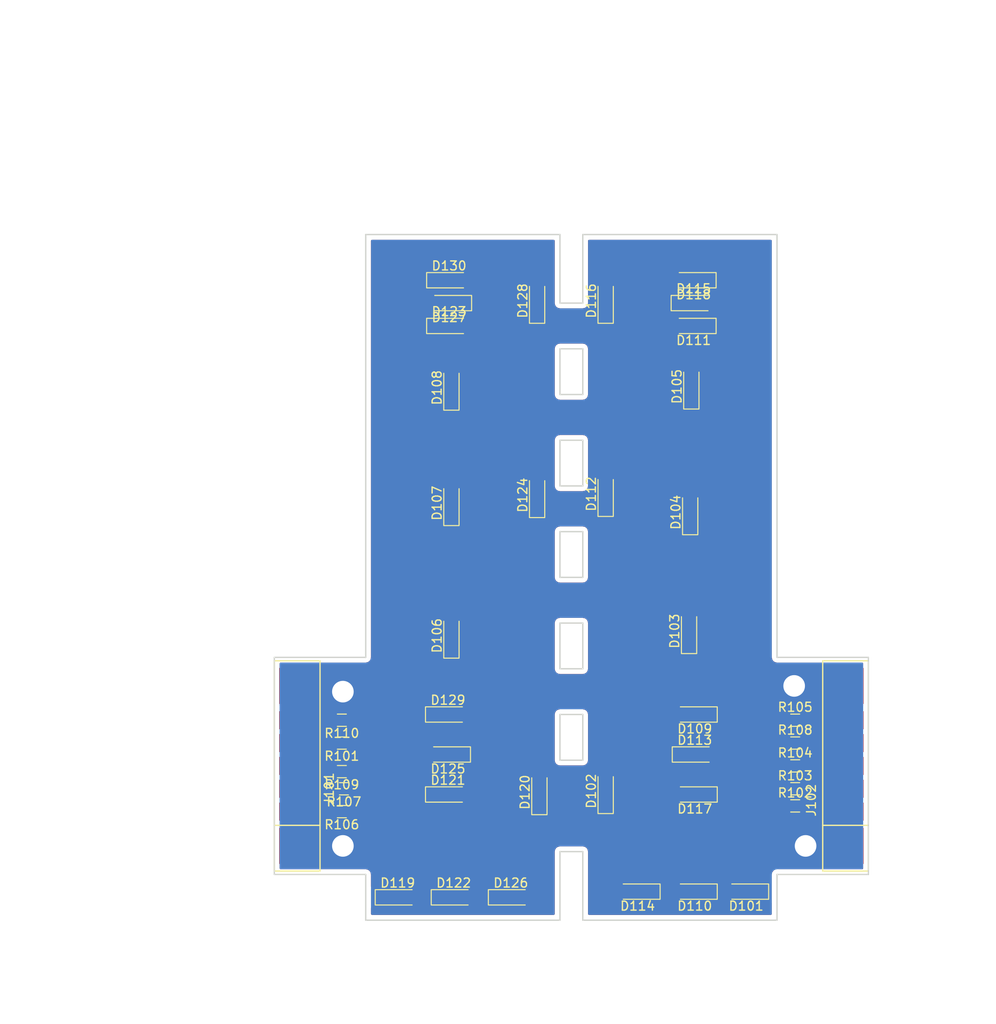
<source format=kicad_pcb>
(kicad_pcb (version 4) (host pcbnew 4.0.7+dfsg1-1ubuntu2)

  (general
    (links 53)
    (no_connects 0)
    (area 53.264999 40.564999 119.455001 116.915001)
    (thickness 1.6)
    (drawings 65)
    (tracks 89)
    (zones 0)
    (modules 42)
    (nets 42)
  )

  (page A4)
  (layers
    (0 F.Cu signal)
    (31 B.Cu signal)
    (32 B.Adhes user)
    (33 F.Adhes user)
    (34 B.Paste user)
    (35 F.Paste user)
    (36 B.SilkS user)
    (37 F.SilkS user)
    (38 B.Mask user)
    (39 F.Mask user)
    (40 Dwgs.User user)
    (41 Cmts.User user)
    (42 Eco1.User user)
    (43 Eco2.User user)
    (44 Edge.Cuts user)
    (45 Margin user)
    (46 B.CrtYd user)
    (47 F.CrtYd user)
    (48 B.Fab user)
    (49 F.Fab user)
  )

  (setup
    (last_trace_width 0.5)
    (user_trace_width 0.5)
    (user_trace_width 1)
    (user_trace_width 1.5)
    (trace_clearance 0.2)
    (zone_clearance 0.508)
    (zone_45_only no)
    (trace_min 0.2)
    (segment_width 0.2)
    (edge_width 0.15)
    (via_size 0.6)
    (via_drill 0.4)
    (via_min_size 0.4)
    (via_min_drill 0.3)
    (user_via 1.2 0.8)
    (user_via 2.4 1.6)
    (user_via 3.6 2.4)
    (uvia_size 0.3)
    (uvia_drill 0.1)
    (uvias_allowed no)
    (uvia_min_size 0.2)
    (uvia_min_drill 0.1)
    (pcb_text_width 0.3)
    (pcb_text_size 1.5 1.5)
    (mod_edge_width 0.15)
    (mod_text_size 1 1)
    (mod_text_width 0.15)
    (pad_size 1.524 1.524)
    (pad_drill 0.762)
    (pad_to_mask_clearance 0.2)
    (aux_axis_origin 0 0)
    (visible_elements FFFFFF7F)
    (pcbplotparams
      (layerselection 0x00030_80000001)
      (usegerberextensions false)
      (excludeedgelayer true)
      (linewidth 0.100000)
      (plotframeref false)
      (viasonmask false)
      (mode 1)
      (useauxorigin false)
      (hpglpennumber 1)
      (hpglpenspeed 20)
      (hpglpendiameter 15)
      (hpglpenoverlay 2)
      (psnegative false)
      (psa4output false)
      (plotreference true)
      (plotvalue true)
      (plotinvisibletext false)
      (padsonsilk false)
      (subtractmaskfromsilk false)
      (outputformat 1)
      (mirror false)
      (drillshape 1)
      (scaleselection 1)
      (outputdirectory ""))
  )

  (net 0 "")
  (net 1 +VDC)
  (net 2 /AL)
  (net 3 /BL)
  (net 4 /CL)
  (net 5 /DL)
  (net 6 /EL)
  (net 7 /AR)
  (net 8 /BR)
  (net 9 /CR)
  (net 10 /DR)
  (net 11 /ER)
  (net 12 "Net-(D101-Pad1)")
  (net 13 "Net-(D101-Pad2)")
  (net 14 "Net-(D102-Pad1)")
  (net 15 "Net-(D102-Pad2)")
  (net 16 "Net-(D103-Pad2)")
  (net 17 "Net-(D103-Pad1)")
  (net 18 "Net-(D104-Pad2)")
  (net 19 "Net-(D106-Pad2)")
  (net 20 "Net-(D106-Pad1)")
  (net 21 "Net-(D107-Pad2)")
  (net 22 "Net-(D109-Pad2)")
  (net 23 "Net-(D109-Pad1)")
  (net 24 "Net-(D110-Pad2)")
  (net 25 "Net-(D111-Pad2)")
  (net 26 "Net-(D111-Pad1)")
  (net 27 "Net-(D112-Pad2)")
  (net 28 "Net-(D113-Pad2)")
  (net 29 "Net-(D115-Pad2)")
  (net 30 "Net-(D119-Pad2)")
  (net 31 "Net-(D119-Pad1)")
  (net 32 "Net-(D120-Pad2)")
  (net 33 "Net-(D120-Pad1)")
  (net 34 "Net-(D121-Pad2)")
  (net 35 "Net-(D121-Pad1)")
  (net 36 "Net-(D122-Pad2)")
  (net 37 "Net-(D123-Pad2)")
  (net 38 "Net-(D123-Pad1)")
  (net 39 "Net-(D124-Pad2)")
  (net 40 "Net-(D125-Pad2)")
  (net 41 "Net-(D127-Pad2)")

  (net_class Default "This is the default net class."
    (clearance 0.2)
    (trace_width 0.25)
    (via_dia 0.6)
    (via_drill 0.4)
    (uvia_dia 0.3)
    (uvia_drill 0.1)
    (add_net +VDC)
    (add_net /AL)
    (add_net /AR)
    (add_net /BL)
    (add_net /BR)
    (add_net /CL)
    (add_net /CR)
    (add_net /DL)
    (add_net /DR)
    (add_net /EL)
    (add_net /ER)
    (add_net "Net-(D101-Pad1)")
    (add_net "Net-(D101-Pad2)")
    (add_net "Net-(D102-Pad1)")
    (add_net "Net-(D102-Pad2)")
    (add_net "Net-(D103-Pad1)")
    (add_net "Net-(D103-Pad2)")
    (add_net "Net-(D104-Pad2)")
    (add_net "Net-(D106-Pad1)")
    (add_net "Net-(D106-Pad2)")
    (add_net "Net-(D107-Pad2)")
    (add_net "Net-(D109-Pad1)")
    (add_net "Net-(D109-Pad2)")
    (add_net "Net-(D110-Pad2)")
    (add_net "Net-(D111-Pad1)")
    (add_net "Net-(D111-Pad2)")
    (add_net "Net-(D112-Pad2)")
    (add_net "Net-(D113-Pad2)")
    (add_net "Net-(D115-Pad2)")
    (add_net "Net-(D119-Pad1)")
    (add_net "Net-(D119-Pad2)")
    (add_net "Net-(D120-Pad1)")
    (add_net "Net-(D120-Pad2)")
    (add_net "Net-(D121-Pad1)")
    (add_net "Net-(D121-Pad2)")
    (add_net "Net-(D122-Pad2)")
    (add_net "Net-(D123-Pad1)")
    (add_net "Net-(D123-Pad2)")
    (add_net "Net-(D124-Pad2)")
    (add_net "Net-(D125-Pad2)")
    (add_net "Net-(D127-Pad2)")
  )

  (module SolderPads:PowerPlus5 (layer F.Cu) (tedit 63DE7957) (tstamp 63DE8CAC)
    (at 116.84 99.695)
    (path /63DE8C4C)
    (fp_text reference J102 (at -3.81 3.81 90) (layer F.SilkS)
      (effects (font (size 1 1) (thickness 0.15)))
    )
    (fp_text value "Solder pads" (at -3.81 -5.715 90) (layer F.Fab)
      (effects (font (size 1 1) (thickness 0.15)))
    )
    (fp_line (start -2.54 6.604) (end 2.54 6.604) (layer F.SilkS) (width 0.15))
    (fp_line (start -2.54 11.684) (end -2.54 -11.684) (layer F.SilkS) (width 0.15))
    (fp_line (start 2.54 11.684) (end -2.54 11.684) (layer F.SilkS) (width 0.15))
    (fp_line (start 2.54 -11.684) (end 2.54 11.684) (layer F.SilkS) (width 0.15))
    (fp_line (start -2.54 -11.684) (end 2.54 -11.684) (layer F.SilkS) (width 0.15))
    (pad 1 smd rect (at 0 8.89) (size 4 4) (layers F.Cu F.Paste F.Mask)
      (net 1 +VDC))
    (pad 2 smd rect (at 0 5.08) (size 4 2) (layers F.Cu F.Paste F.Mask)
      (net 7 /AR))
    (pad 3 smd rect (at 0 2.54) (size 4 2) (layers F.Cu F.Paste F.Mask)
      (net 8 /BR))
    (pad 4 smd rect (at 0 0) (size 4 2) (layers F.Cu F.Paste F.Mask)
      (net 9 /CR))
    (pad 5 smd rect (at 0 -2.54) (size 4 2) (layers F.Cu F.Paste F.Mask)
      (net 10 /DR))
    (pad 6 smd rect (at 0 -5.08) (size 4 2) (layers F.Cu F.Paste F.Mask)
      (net 11 /ER))
    (pad 7 smd rect (at 0 -8.89) (size 4 4) (layers F.Cu F.Paste F.Mask)
      (net 1 +VDC))
  )

  (module SolderPads:PowerPlus5 (layer F.Cu) (tedit 63DE7957) (tstamp 63DE8C9C)
    (at 55.88 99.695)
    (path /63DE8B33)
    (fp_text reference J101 (at 3.556 2.54 90) (layer F.SilkS)
      (effects (font (size 1 1) (thickness 0.15)))
    )
    (fp_text value "Solder pads" (at 3.556 -6.604 90) (layer F.Fab)
      (effects (font (size 1 1) (thickness 0.15)))
    )
    (fp_line (start -2.54 6.604) (end 2.54 6.604) (layer F.SilkS) (width 0.15))
    (fp_line (start -2.54 11.684) (end -2.54 -11.684) (layer F.SilkS) (width 0.15))
    (fp_line (start 2.54 11.684) (end -2.54 11.684) (layer F.SilkS) (width 0.15))
    (fp_line (start 2.54 -11.684) (end 2.54 11.684) (layer F.SilkS) (width 0.15))
    (fp_line (start -2.54 -11.684) (end 2.54 -11.684) (layer F.SilkS) (width 0.15))
    (pad 1 smd rect (at 0 8.89) (size 4 4) (layers F.Cu F.Paste F.Mask)
      (net 1 +VDC))
    (pad 2 smd rect (at 0 5.08) (size 4 2) (layers F.Cu F.Paste F.Mask)
      (net 2 /AL))
    (pad 3 smd rect (at 0 2.54) (size 4 2) (layers F.Cu F.Paste F.Mask)
      (net 3 /BL))
    (pad 4 smd rect (at 0 0) (size 4 2) (layers F.Cu F.Paste F.Mask)
      (net 4 /CL))
    (pad 5 smd rect (at 0 -2.54) (size 4 2) (layers F.Cu F.Paste F.Mask)
      (net 5 /DL))
    (pad 6 smd rect (at 0 -5.08) (size 4 2) (layers F.Cu F.Paste F.Mask)
      (net 6 /EL))
    (pad 7 smd rect (at 0 -8.89) (size 4 4) (layers F.Cu F.Paste F.Mask)
      (net 1 +VDC))
  )

  (module LEDs:LED_1206 (layer F.Cu) (tedit 57FE943C) (tstamp 63DEF4C3)
    (at 99.441 84.71 90)
    (descr "LED 1206 smd package")
    (tags "LED led 1206 SMD smd SMT smt smdled SMDLED smtled SMTLED")
    (path /63DEEF89)
    (attr smd)
    (fp_text reference D103 (at 0 -1.6 90) (layer F.SilkS)
      (effects (font (size 1 1) (thickness 0.15)))
    )
    (fp_text value BALL (at 0 1.7 90) (layer F.Fab)
      (effects (font (size 1 1) (thickness 0.15)))
    )
    (fp_line (start -2.5 -0.85) (end -2.5 0.85) (layer F.SilkS) (width 0.12))
    (fp_line (start -0.45 -0.4) (end -0.45 0.4) (layer F.Fab) (width 0.1))
    (fp_line (start -0.4 0) (end 0.2 -0.4) (layer F.Fab) (width 0.1))
    (fp_line (start 0.2 0.4) (end -0.4 0) (layer F.Fab) (width 0.1))
    (fp_line (start 0.2 -0.4) (end 0.2 0.4) (layer F.Fab) (width 0.1))
    (fp_line (start 1.6 0.8) (end -1.6 0.8) (layer F.Fab) (width 0.1))
    (fp_line (start 1.6 -0.8) (end 1.6 0.8) (layer F.Fab) (width 0.1))
    (fp_line (start -1.6 -0.8) (end 1.6 -0.8) (layer F.Fab) (width 0.1))
    (fp_line (start -1.6 0.8) (end -1.6 -0.8) (layer F.Fab) (width 0.1))
    (fp_line (start -2.45 0.85) (end 1.6 0.85) (layer F.SilkS) (width 0.12))
    (fp_line (start -2.45 -0.85) (end 1.6 -0.85) (layer F.SilkS) (width 0.12))
    (fp_line (start 2.65 -1) (end 2.65 1) (layer F.CrtYd) (width 0.05))
    (fp_line (start 2.65 1) (end -2.65 1) (layer F.CrtYd) (width 0.05))
    (fp_line (start -2.65 1) (end -2.65 -1) (layer F.CrtYd) (width 0.05))
    (fp_line (start -2.65 -1) (end 2.65 -1) (layer F.CrtYd) (width 0.05))
    (pad 2 smd rect (at 1.65 0 270) (size 1.5 1.5) (layers F.Cu F.Paste F.Mask)
      (net 16 "Net-(D103-Pad2)"))
    (pad 1 smd rect (at -1.65 0 270) (size 1.5 1.5) (layers F.Cu F.Paste F.Mask)
      (net 17 "Net-(D103-Pad1)"))
    (model ${KISYS3DMOD}/LEDs.3dshapes/LED_1206.wrl
      (at (xyz 0 0 0))
      (scale (xyz 1 1 1))
      (rotate (xyz 0 0 180))
    )
  )

  (module LEDs:LED_1206 (layer F.Cu) (tedit 57FE943C) (tstamp 63DEF4D8)
    (at 99.568 71.502 90)
    (descr "LED 1206 smd package")
    (tags "LED led 1206 SMD smd SMT smt smdled SMDLED smtled SMTLED")
    (path /63DEF1A9)
    (attr smd)
    (fp_text reference D104 (at 0 -1.6 90) (layer F.SilkS)
      (effects (font (size 1 1) (thickness 0.15)))
    )
    (fp_text value BALL (at 0 1.7 90) (layer F.Fab)
      (effects (font (size 1 1) (thickness 0.15)))
    )
    (fp_line (start -2.5 -0.85) (end -2.5 0.85) (layer F.SilkS) (width 0.12))
    (fp_line (start -0.45 -0.4) (end -0.45 0.4) (layer F.Fab) (width 0.1))
    (fp_line (start -0.4 0) (end 0.2 -0.4) (layer F.Fab) (width 0.1))
    (fp_line (start 0.2 0.4) (end -0.4 0) (layer F.Fab) (width 0.1))
    (fp_line (start 0.2 -0.4) (end 0.2 0.4) (layer F.Fab) (width 0.1))
    (fp_line (start 1.6 0.8) (end -1.6 0.8) (layer F.Fab) (width 0.1))
    (fp_line (start 1.6 -0.8) (end 1.6 0.8) (layer F.Fab) (width 0.1))
    (fp_line (start -1.6 -0.8) (end 1.6 -0.8) (layer F.Fab) (width 0.1))
    (fp_line (start -1.6 0.8) (end -1.6 -0.8) (layer F.Fab) (width 0.1))
    (fp_line (start -2.45 0.85) (end 1.6 0.85) (layer F.SilkS) (width 0.12))
    (fp_line (start -2.45 -0.85) (end 1.6 -0.85) (layer F.SilkS) (width 0.12))
    (fp_line (start 2.65 -1) (end 2.65 1) (layer F.CrtYd) (width 0.05))
    (fp_line (start 2.65 1) (end -2.65 1) (layer F.CrtYd) (width 0.05))
    (fp_line (start -2.65 1) (end -2.65 -1) (layer F.CrtYd) (width 0.05))
    (fp_line (start -2.65 -1) (end 2.65 -1) (layer F.CrtYd) (width 0.05))
    (pad 2 smd rect (at 1.65 0 270) (size 1.5 1.5) (layers F.Cu F.Paste F.Mask)
      (net 18 "Net-(D104-Pad2)"))
    (pad 1 smd rect (at -1.65 0 270) (size 1.5 1.5) (layers F.Cu F.Paste F.Mask)
      (net 16 "Net-(D103-Pad2)"))
    (model ${KISYS3DMOD}/LEDs.3dshapes/LED_1206.wrl
      (at (xyz 0 0 0))
      (scale (xyz 1 1 1))
      (rotate (xyz 0 0 180))
    )
  )

  (module LEDs:LED_1206 (layer F.Cu) (tedit 57FE943C) (tstamp 63DEF4ED)
    (at 99.695 57.532 90)
    (descr "LED 1206 smd package")
    (tags "LED led 1206 SMD smd SMT smt smdled SMDLED smtled SMTLED")
    (path /63DEF26B)
    (attr smd)
    (fp_text reference D105 (at 0 -1.6 90) (layer F.SilkS)
      (effects (font (size 1 1) (thickness 0.15)))
    )
    (fp_text value BALL (at 0 1.7 90) (layer F.Fab)
      (effects (font (size 1 1) (thickness 0.15)))
    )
    (fp_line (start -2.5 -0.85) (end -2.5 0.85) (layer F.SilkS) (width 0.12))
    (fp_line (start -0.45 -0.4) (end -0.45 0.4) (layer F.Fab) (width 0.1))
    (fp_line (start -0.4 0) (end 0.2 -0.4) (layer F.Fab) (width 0.1))
    (fp_line (start 0.2 0.4) (end -0.4 0) (layer F.Fab) (width 0.1))
    (fp_line (start 0.2 -0.4) (end 0.2 0.4) (layer F.Fab) (width 0.1))
    (fp_line (start 1.6 0.8) (end -1.6 0.8) (layer F.Fab) (width 0.1))
    (fp_line (start 1.6 -0.8) (end 1.6 0.8) (layer F.Fab) (width 0.1))
    (fp_line (start -1.6 -0.8) (end 1.6 -0.8) (layer F.Fab) (width 0.1))
    (fp_line (start -1.6 0.8) (end -1.6 -0.8) (layer F.Fab) (width 0.1))
    (fp_line (start -2.45 0.85) (end 1.6 0.85) (layer F.SilkS) (width 0.12))
    (fp_line (start -2.45 -0.85) (end 1.6 -0.85) (layer F.SilkS) (width 0.12))
    (fp_line (start 2.65 -1) (end 2.65 1) (layer F.CrtYd) (width 0.05))
    (fp_line (start 2.65 1) (end -2.65 1) (layer F.CrtYd) (width 0.05))
    (fp_line (start -2.65 1) (end -2.65 -1) (layer F.CrtYd) (width 0.05))
    (fp_line (start -2.65 -1) (end 2.65 -1) (layer F.CrtYd) (width 0.05))
    (pad 2 smd rect (at 1.65 0 270) (size 1.5 1.5) (layers F.Cu F.Paste F.Mask)
      (net 1 +VDC))
    (pad 1 smd rect (at -1.65 0 270) (size 1.5 1.5) (layers F.Cu F.Paste F.Mask)
      (net 18 "Net-(D104-Pad2)"))
    (model ${KISYS3DMOD}/LEDs.3dshapes/LED_1206.wrl
      (at (xyz 0 0 0))
      (scale (xyz 1 1 1))
      (rotate (xyz 0 0 180))
    )
  )

  (module LEDs:LED_1206 (layer F.Cu) (tedit 57FE943C) (tstamp 63DEF502)
    (at 73.025 85.218 90)
    (descr "LED 1206 smd package")
    (tags "LED led 1206 SMD smd SMT smt smdled SMDLED smtled SMTLED")
    (path /63DEFC25)
    (attr smd)
    (fp_text reference D106 (at 0 -1.6 90) (layer F.SilkS)
      (effects (font (size 1 1) (thickness 0.15)))
    )
    (fp_text value BALL (at 0 1.7 90) (layer F.Fab)
      (effects (font (size 1 1) (thickness 0.15)))
    )
    (fp_line (start -2.5 -0.85) (end -2.5 0.85) (layer F.SilkS) (width 0.12))
    (fp_line (start -0.45 -0.4) (end -0.45 0.4) (layer F.Fab) (width 0.1))
    (fp_line (start -0.4 0) (end 0.2 -0.4) (layer F.Fab) (width 0.1))
    (fp_line (start 0.2 0.4) (end -0.4 0) (layer F.Fab) (width 0.1))
    (fp_line (start 0.2 -0.4) (end 0.2 0.4) (layer F.Fab) (width 0.1))
    (fp_line (start 1.6 0.8) (end -1.6 0.8) (layer F.Fab) (width 0.1))
    (fp_line (start 1.6 -0.8) (end 1.6 0.8) (layer F.Fab) (width 0.1))
    (fp_line (start -1.6 -0.8) (end 1.6 -0.8) (layer F.Fab) (width 0.1))
    (fp_line (start -1.6 0.8) (end -1.6 -0.8) (layer F.Fab) (width 0.1))
    (fp_line (start -2.45 0.85) (end 1.6 0.85) (layer F.SilkS) (width 0.12))
    (fp_line (start -2.45 -0.85) (end 1.6 -0.85) (layer F.SilkS) (width 0.12))
    (fp_line (start 2.65 -1) (end 2.65 1) (layer F.CrtYd) (width 0.05))
    (fp_line (start 2.65 1) (end -2.65 1) (layer F.CrtYd) (width 0.05))
    (fp_line (start -2.65 1) (end -2.65 -1) (layer F.CrtYd) (width 0.05))
    (fp_line (start -2.65 -1) (end 2.65 -1) (layer F.CrtYd) (width 0.05))
    (pad 2 smd rect (at 1.65 0 270) (size 1.5 1.5) (layers F.Cu F.Paste F.Mask)
      (net 19 "Net-(D106-Pad2)"))
    (pad 1 smd rect (at -1.65 0 270) (size 1.5 1.5) (layers F.Cu F.Paste F.Mask)
      (net 20 "Net-(D106-Pad1)"))
    (model ${KISYS3DMOD}/LEDs.3dshapes/LED_1206.wrl
      (at (xyz 0 0 0))
      (scale (xyz 1 1 1))
      (rotate (xyz 0 0 180))
    )
  )

  (module LEDs:LED_1206 (layer F.Cu) (tedit 57FE943C) (tstamp 63DEF517)
    (at 73.025 70.486 90)
    (descr "LED 1206 smd package")
    (tags "LED led 1206 SMD smd SMT smt smdled SMDLED smtled SMTLED")
    (path /63DEFC2C)
    (attr smd)
    (fp_text reference D107 (at 0 -1.6 90) (layer F.SilkS)
      (effects (font (size 1 1) (thickness 0.15)))
    )
    (fp_text value BALL (at 0 1.7 90) (layer F.Fab)
      (effects (font (size 1 1) (thickness 0.15)))
    )
    (fp_line (start -2.5 -0.85) (end -2.5 0.85) (layer F.SilkS) (width 0.12))
    (fp_line (start -0.45 -0.4) (end -0.45 0.4) (layer F.Fab) (width 0.1))
    (fp_line (start -0.4 0) (end 0.2 -0.4) (layer F.Fab) (width 0.1))
    (fp_line (start 0.2 0.4) (end -0.4 0) (layer F.Fab) (width 0.1))
    (fp_line (start 0.2 -0.4) (end 0.2 0.4) (layer F.Fab) (width 0.1))
    (fp_line (start 1.6 0.8) (end -1.6 0.8) (layer F.Fab) (width 0.1))
    (fp_line (start 1.6 -0.8) (end 1.6 0.8) (layer F.Fab) (width 0.1))
    (fp_line (start -1.6 -0.8) (end 1.6 -0.8) (layer F.Fab) (width 0.1))
    (fp_line (start -1.6 0.8) (end -1.6 -0.8) (layer F.Fab) (width 0.1))
    (fp_line (start -2.45 0.85) (end 1.6 0.85) (layer F.SilkS) (width 0.12))
    (fp_line (start -2.45 -0.85) (end 1.6 -0.85) (layer F.SilkS) (width 0.12))
    (fp_line (start 2.65 -1) (end 2.65 1) (layer F.CrtYd) (width 0.05))
    (fp_line (start 2.65 1) (end -2.65 1) (layer F.CrtYd) (width 0.05))
    (fp_line (start -2.65 1) (end -2.65 -1) (layer F.CrtYd) (width 0.05))
    (fp_line (start -2.65 -1) (end 2.65 -1) (layer F.CrtYd) (width 0.05))
    (pad 2 smd rect (at 1.65 0 270) (size 1.5 1.5) (layers F.Cu F.Paste F.Mask)
      (net 21 "Net-(D107-Pad2)"))
    (pad 1 smd rect (at -1.65 0 270) (size 1.5 1.5) (layers F.Cu F.Paste F.Mask)
      (net 19 "Net-(D106-Pad2)"))
    (model ${KISYS3DMOD}/LEDs.3dshapes/LED_1206.wrl
      (at (xyz 0 0 0))
      (scale (xyz 1 1 1))
      (rotate (xyz 0 0 180))
    )
  )

  (module LEDs:LED_1206 (layer F.Cu) (tedit 57FE943C) (tstamp 63DEF52C)
    (at 73.025 57.659 90)
    (descr "LED 1206 smd package")
    (tags "LED led 1206 SMD smd SMT smt smdled SMDLED smtled SMTLED")
    (path /63DEFC33)
    (attr smd)
    (fp_text reference D108 (at 0 -1.6 90) (layer F.SilkS)
      (effects (font (size 1 1) (thickness 0.15)))
    )
    (fp_text value BALL (at 0 1.7 90) (layer F.Fab)
      (effects (font (size 1 1) (thickness 0.15)))
    )
    (fp_line (start -2.5 -0.85) (end -2.5 0.85) (layer F.SilkS) (width 0.12))
    (fp_line (start -0.45 -0.4) (end -0.45 0.4) (layer F.Fab) (width 0.1))
    (fp_line (start -0.4 0) (end 0.2 -0.4) (layer F.Fab) (width 0.1))
    (fp_line (start 0.2 0.4) (end -0.4 0) (layer F.Fab) (width 0.1))
    (fp_line (start 0.2 -0.4) (end 0.2 0.4) (layer F.Fab) (width 0.1))
    (fp_line (start 1.6 0.8) (end -1.6 0.8) (layer F.Fab) (width 0.1))
    (fp_line (start 1.6 -0.8) (end 1.6 0.8) (layer F.Fab) (width 0.1))
    (fp_line (start -1.6 -0.8) (end 1.6 -0.8) (layer F.Fab) (width 0.1))
    (fp_line (start -1.6 0.8) (end -1.6 -0.8) (layer F.Fab) (width 0.1))
    (fp_line (start -2.45 0.85) (end 1.6 0.85) (layer F.SilkS) (width 0.12))
    (fp_line (start -2.45 -0.85) (end 1.6 -0.85) (layer F.SilkS) (width 0.12))
    (fp_line (start 2.65 -1) (end 2.65 1) (layer F.CrtYd) (width 0.05))
    (fp_line (start 2.65 1) (end -2.65 1) (layer F.CrtYd) (width 0.05))
    (fp_line (start -2.65 1) (end -2.65 -1) (layer F.CrtYd) (width 0.05))
    (fp_line (start -2.65 -1) (end 2.65 -1) (layer F.CrtYd) (width 0.05))
    (pad 2 smd rect (at 1.65 0 270) (size 1.5 1.5) (layers F.Cu F.Paste F.Mask)
      (net 1 +VDC))
    (pad 1 smd rect (at -1.65 0 270) (size 1.5 1.5) (layers F.Cu F.Paste F.Mask)
      (net 21 "Net-(D107-Pad2)"))
    (model ${KISYS3DMOD}/LEDs.3dshapes/LED_1206.wrl
      (at (xyz 0 0 0))
      (scale (xyz 1 1 1))
      (rotate (xyz 0 0 180))
    )
  )

  (module Resistors_SMD:R_0603 (layer F.Cu) (tedit 58E0A804) (tstamp 63DEF53D)
    (at 60.845 97.155 180)
    (descr "Resistor SMD 0603, reflow soldering, Vishay (see dcrcw.pdf)")
    (tags "resistor 0603")
    (path /63DEFC1D)
    (attr smd)
    (fp_text reference R101 (at 0 -1.45 180) (layer F.SilkS)
      (effects (font (size 1 1) (thickness 0.15)))
    )
    (fp_text value 150 (at 0 1.5 180) (layer F.Fab)
      (effects (font (size 1 1) (thickness 0.15)))
    )
    (fp_text user %R (at 0 0 180) (layer F.Fab)
      (effects (font (size 0.4 0.4) (thickness 0.075)))
    )
    (fp_line (start -0.8 0.4) (end -0.8 -0.4) (layer F.Fab) (width 0.1))
    (fp_line (start 0.8 0.4) (end -0.8 0.4) (layer F.Fab) (width 0.1))
    (fp_line (start 0.8 -0.4) (end 0.8 0.4) (layer F.Fab) (width 0.1))
    (fp_line (start -0.8 -0.4) (end 0.8 -0.4) (layer F.Fab) (width 0.1))
    (fp_line (start 0.5 0.68) (end -0.5 0.68) (layer F.SilkS) (width 0.12))
    (fp_line (start -0.5 -0.68) (end 0.5 -0.68) (layer F.SilkS) (width 0.12))
    (fp_line (start -1.25 -0.7) (end 1.25 -0.7) (layer F.CrtYd) (width 0.05))
    (fp_line (start -1.25 -0.7) (end -1.25 0.7) (layer F.CrtYd) (width 0.05))
    (fp_line (start 1.25 0.7) (end 1.25 -0.7) (layer F.CrtYd) (width 0.05))
    (fp_line (start 1.25 0.7) (end -1.25 0.7) (layer F.CrtYd) (width 0.05))
    (pad 1 smd rect (at -0.75 0 180) (size 0.5 0.9) (layers F.Cu F.Paste F.Mask)
      (net 20 "Net-(D106-Pad1)"))
    (pad 2 smd rect (at 0.75 0 180) (size 0.5 0.9) (layers F.Cu F.Paste F.Mask)
      (net 5 /DL))
    (model ${KISYS3DMOD}/Resistors_SMD.3dshapes/R_0603.wrl
      (at (xyz 0 0 0))
      (scale (xyz 1 1 1))
      (rotate (xyz 0 0 0))
    )
  )

  (module Resistors_SMD:R_0603 (layer F.Cu) (tedit 58E0A804) (tstamp 63DEF54E)
    (at 111.24 97.155)
    (descr "Resistor SMD 0603, reflow soldering, Vishay (see dcrcw.pdf)")
    (tags "resistor 0603")
    (path /63DEAC30)
    (attr smd)
    (fp_text reference R108 (at 0 -1.45) (layer F.SilkS)
      (effects (font (size 1 1) (thickness 0.15)))
    )
    (fp_text value 150 (at 0 1.5) (layer F.Fab)
      (effects (font (size 1 1) (thickness 0.15)))
    )
    (fp_text user %R (at 0 0) (layer F.Fab)
      (effects (font (size 0.4 0.4) (thickness 0.075)))
    )
    (fp_line (start -0.8 0.4) (end -0.8 -0.4) (layer F.Fab) (width 0.1))
    (fp_line (start 0.8 0.4) (end -0.8 0.4) (layer F.Fab) (width 0.1))
    (fp_line (start 0.8 -0.4) (end 0.8 0.4) (layer F.Fab) (width 0.1))
    (fp_line (start -0.8 -0.4) (end 0.8 -0.4) (layer F.Fab) (width 0.1))
    (fp_line (start 0.5 0.68) (end -0.5 0.68) (layer F.SilkS) (width 0.12))
    (fp_line (start -0.5 -0.68) (end 0.5 -0.68) (layer F.SilkS) (width 0.12))
    (fp_line (start -1.25 -0.7) (end 1.25 -0.7) (layer F.CrtYd) (width 0.05))
    (fp_line (start -1.25 -0.7) (end -1.25 0.7) (layer F.CrtYd) (width 0.05))
    (fp_line (start 1.25 0.7) (end 1.25 -0.7) (layer F.CrtYd) (width 0.05))
    (fp_line (start 1.25 0.7) (end -1.25 0.7) (layer F.CrtYd) (width 0.05))
    (pad 1 smd rect (at -0.75 0) (size 0.5 0.9) (layers F.Cu F.Paste F.Mask)
      (net 17 "Net-(D103-Pad1)"))
    (pad 2 smd rect (at 0.75 0) (size 0.5 0.9) (layers F.Cu F.Paste F.Mask)
      (net 10 /DR))
    (model ${KISYS3DMOD}/Resistors_SMD.3dshapes/R_0603.wrl
      (at (xyz 0 0 0))
      (scale (xyz 1 1 1))
      (rotate (xyz 0 0 0))
    )
  )

  (module LEDs:LED_1206 (layer F.Cu) (tedit 57FE943C) (tstamp 63DEFB1C)
    (at 105.79 113.665 180)
    (descr "LED 1206 smd package")
    (tags "LED led 1206 SMD smd SMT smt smdled SMDLED smtled SMTLED")
    (path /63DF6758)
    (attr smd)
    (fp_text reference D101 (at 0 -1.6 180) (layer F.SilkS)
      (effects (font (size 1 1) (thickness 0.15)))
    )
    (fp_text value ARROW (at 0 1.7 180) (layer F.Fab)
      (effects (font (size 1 1) (thickness 0.15)))
    )
    (fp_line (start -2.5 -0.85) (end -2.5 0.85) (layer F.SilkS) (width 0.12))
    (fp_line (start -0.45 -0.4) (end -0.45 0.4) (layer F.Fab) (width 0.1))
    (fp_line (start -0.4 0) (end 0.2 -0.4) (layer F.Fab) (width 0.1))
    (fp_line (start 0.2 0.4) (end -0.4 0) (layer F.Fab) (width 0.1))
    (fp_line (start 0.2 -0.4) (end 0.2 0.4) (layer F.Fab) (width 0.1))
    (fp_line (start 1.6 0.8) (end -1.6 0.8) (layer F.Fab) (width 0.1))
    (fp_line (start 1.6 -0.8) (end 1.6 0.8) (layer F.Fab) (width 0.1))
    (fp_line (start -1.6 -0.8) (end 1.6 -0.8) (layer F.Fab) (width 0.1))
    (fp_line (start -1.6 0.8) (end -1.6 -0.8) (layer F.Fab) (width 0.1))
    (fp_line (start -2.45 0.85) (end 1.6 0.85) (layer F.SilkS) (width 0.12))
    (fp_line (start -2.45 -0.85) (end 1.6 -0.85) (layer F.SilkS) (width 0.12))
    (fp_line (start 2.65 -1) (end 2.65 1) (layer F.CrtYd) (width 0.05))
    (fp_line (start 2.65 1) (end -2.65 1) (layer F.CrtYd) (width 0.05))
    (fp_line (start -2.65 1) (end -2.65 -1) (layer F.CrtYd) (width 0.05))
    (fp_line (start -2.65 -1) (end 2.65 -1) (layer F.CrtYd) (width 0.05))
    (pad 2 smd rect (at 1.65 0) (size 1.5 1.5) (layers F.Cu F.Paste F.Mask)
      (net 13 "Net-(D101-Pad2)"))
    (pad 1 smd rect (at -1.65 0) (size 1.5 1.5) (layers F.Cu F.Paste F.Mask)
      (net 12 "Net-(D101-Pad1)"))
    (model ${KISYS3DMOD}/LEDs.3dshapes/LED_1206.wrl
      (at (xyz 0 0 0))
      (scale (xyz 1 1 1))
      (rotate (xyz 0 0 180))
    )
  )

  (module LEDs:LED_1206 (layer F.Cu) (tedit 57FE943C) (tstamp 63DEFB31)
    (at 90.17 102.49 90)
    (descr "LED 1206 smd package")
    (tags "LED led 1206 SMD smd SMT smt smdled SMDLED smtled SMTLED")
    (path /63DF64E1)
    (attr smd)
    (fp_text reference D102 (at 0 -1.6 90) (layer F.SilkS)
      (effects (font (size 1 1) (thickness 0.15)))
    )
    (fp_text value CUE (at 0 1.7 90) (layer F.Fab)
      (effects (font (size 1 1) (thickness 0.15)))
    )
    (fp_line (start -2.5 -0.85) (end -2.5 0.85) (layer F.SilkS) (width 0.12))
    (fp_line (start -0.45 -0.4) (end -0.45 0.4) (layer F.Fab) (width 0.1))
    (fp_line (start -0.4 0) (end 0.2 -0.4) (layer F.Fab) (width 0.1))
    (fp_line (start 0.2 0.4) (end -0.4 0) (layer F.Fab) (width 0.1))
    (fp_line (start 0.2 -0.4) (end 0.2 0.4) (layer F.Fab) (width 0.1))
    (fp_line (start 1.6 0.8) (end -1.6 0.8) (layer F.Fab) (width 0.1))
    (fp_line (start 1.6 -0.8) (end 1.6 0.8) (layer F.Fab) (width 0.1))
    (fp_line (start -1.6 -0.8) (end 1.6 -0.8) (layer F.Fab) (width 0.1))
    (fp_line (start -1.6 0.8) (end -1.6 -0.8) (layer F.Fab) (width 0.1))
    (fp_line (start -2.45 0.85) (end 1.6 0.85) (layer F.SilkS) (width 0.12))
    (fp_line (start -2.45 -0.85) (end 1.6 -0.85) (layer F.SilkS) (width 0.12))
    (fp_line (start 2.65 -1) (end 2.65 1) (layer F.CrtYd) (width 0.05))
    (fp_line (start 2.65 1) (end -2.65 1) (layer F.CrtYd) (width 0.05))
    (fp_line (start -2.65 1) (end -2.65 -1) (layer F.CrtYd) (width 0.05))
    (fp_line (start -2.65 -1) (end 2.65 -1) (layer F.CrtYd) (width 0.05))
    (pad 2 smd rect (at 1.65 0 270) (size 1.5 1.5) (layers F.Cu F.Paste F.Mask)
      (net 15 "Net-(D102-Pad2)"))
    (pad 1 smd rect (at -1.65 0 270) (size 1.5 1.5) (layers F.Cu F.Paste F.Mask)
      (net 14 "Net-(D102-Pad1)"))
    (model ${KISYS3DMOD}/LEDs.3dshapes/LED_1206.wrl
      (at (xyz 0 0 0))
      (scale (xyz 1 1 1))
      (rotate (xyz 0 0 180))
    )
  )

  (module LEDs:LED_1206 (layer F.Cu) (tedit 57FE943C) (tstamp 63DEFB46)
    (at 100.075 93.98 180)
    (descr "LED 1206 smd package")
    (tags "LED led 1206 SMD smd SMT smt smdled SMDLED smtled SMTLED")
    (path /63DF5DFA)
    (attr smd)
    (fp_text reference D109 (at 0 -1.6 180) (layer F.SilkS)
      (effects (font (size 1 1) (thickness 0.15)))
    )
    (fp_text value CLUB (at 0 1.7 180) (layer F.Fab)
      (effects (font (size 1 1) (thickness 0.15)))
    )
    (fp_line (start -2.5 -0.85) (end -2.5 0.85) (layer F.SilkS) (width 0.12))
    (fp_line (start -0.45 -0.4) (end -0.45 0.4) (layer F.Fab) (width 0.1))
    (fp_line (start -0.4 0) (end 0.2 -0.4) (layer F.Fab) (width 0.1))
    (fp_line (start 0.2 0.4) (end -0.4 0) (layer F.Fab) (width 0.1))
    (fp_line (start 0.2 -0.4) (end 0.2 0.4) (layer F.Fab) (width 0.1))
    (fp_line (start 1.6 0.8) (end -1.6 0.8) (layer F.Fab) (width 0.1))
    (fp_line (start 1.6 -0.8) (end 1.6 0.8) (layer F.Fab) (width 0.1))
    (fp_line (start -1.6 -0.8) (end 1.6 -0.8) (layer F.Fab) (width 0.1))
    (fp_line (start -1.6 0.8) (end -1.6 -0.8) (layer F.Fab) (width 0.1))
    (fp_line (start -2.45 0.85) (end 1.6 0.85) (layer F.SilkS) (width 0.12))
    (fp_line (start -2.45 -0.85) (end 1.6 -0.85) (layer F.SilkS) (width 0.12))
    (fp_line (start 2.65 -1) (end 2.65 1) (layer F.CrtYd) (width 0.05))
    (fp_line (start 2.65 1) (end -2.65 1) (layer F.CrtYd) (width 0.05))
    (fp_line (start -2.65 1) (end -2.65 -1) (layer F.CrtYd) (width 0.05))
    (fp_line (start -2.65 -1) (end 2.65 -1) (layer F.CrtYd) (width 0.05))
    (pad 2 smd rect (at 1.65 0) (size 1.5 1.5) (layers F.Cu F.Paste F.Mask)
      (net 22 "Net-(D109-Pad2)"))
    (pad 1 smd rect (at -1.65 0) (size 1.5 1.5) (layers F.Cu F.Paste F.Mask)
      (net 23 "Net-(D109-Pad1)"))
    (model ${KISYS3DMOD}/LEDs.3dshapes/LED_1206.wrl
      (at (xyz 0 0 0))
      (scale (xyz 1 1 1))
      (rotate (xyz 0 0 180))
    )
  )

  (module LEDs:LED_1206 (layer F.Cu) (tedit 57FE943C) (tstamp 63DEFB5B)
    (at 100.075 113.665 180)
    (descr "LED 1206 smd package")
    (tags "LED led 1206 SMD smd SMT smt smdled SMDLED smtled SMTLED")
    (path /63DF675F)
    (attr smd)
    (fp_text reference D110 (at 0 -1.6 180) (layer F.SilkS)
      (effects (font (size 1 1) (thickness 0.15)))
    )
    (fp_text value ARROW (at 0 1.7 180) (layer F.Fab)
      (effects (font (size 1 1) (thickness 0.15)))
    )
    (fp_line (start -2.5 -0.85) (end -2.5 0.85) (layer F.SilkS) (width 0.12))
    (fp_line (start -0.45 -0.4) (end -0.45 0.4) (layer F.Fab) (width 0.1))
    (fp_line (start -0.4 0) (end 0.2 -0.4) (layer F.Fab) (width 0.1))
    (fp_line (start 0.2 0.4) (end -0.4 0) (layer F.Fab) (width 0.1))
    (fp_line (start 0.2 -0.4) (end 0.2 0.4) (layer F.Fab) (width 0.1))
    (fp_line (start 1.6 0.8) (end -1.6 0.8) (layer F.Fab) (width 0.1))
    (fp_line (start 1.6 -0.8) (end 1.6 0.8) (layer F.Fab) (width 0.1))
    (fp_line (start -1.6 -0.8) (end 1.6 -0.8) (layer F.Fab) (width 0.1))
    (fp_line (start -1.6 0.8) (end -1.6 -0.8) (layer F.Fab) (width 0.1))
    (fp_line (start -2.45 0.85) (end 1.6 0.85) (layer F.SilkS) (width 0.12))
    (fp_line (start -2.45 -0.85) (end 1.6 -0.85) (layer F.SilkS) (width 0.12))
    (fp_line (start 2.65 -1) (end 2.65 1) (layer F.CrtYd) (width 0.05))
    (fp_line (start 2.65 1) (end -2.65 1) (layer F.CrtYd) (width 0.05))
    (fp_line (start -2.65 1) (end -2.65 -1) (layer F.CrtYd) (width 0.05))
    (fp_line (start -2.65 -1) (end 2.65 -1) (layer F.CrtYd) (width 0.05))
    (pad 2 smd rect (at 1.65 0) (size 1.5 1.5) (layers F.Cu F.Paste F.Mask)
      (net 24 "Net-(D110-Pad2)"))
    (pad 1 smd rect (at -1.65 0) (size 1.5 1.5) (layers F.Cu F.Paste F.Mask)
      (net 13 "Net-(D101-Pad2)"))
    (model ${KISYS3DMOD}/LEDs.3dshapes/LED_1206.wrl
      (at (xyz 0 0 0))
      (scale (xyz 1 1 1))
      (rotate (xyz 0 0 180))
    )
  )

  (module LEDs:LED_1206 (layer F.Cu) (tedit 57FE943C) (tstamp 63DEFB70)
    (at 99.95 50.8 180)
    (descr "LED 1206 smd package")
    (tags "LED led 1206 SMD smd SMT smt smdled SMDLED smtled SMTLED")
    (path /63DF5040)
    (attr smd)
    (fp_text reference D111 (at 0 -1.6 180) (layer F.SilkS)
      (effects (font (size 1 1) (thickness 0.15)))
    )
    (fp_text value 8BALL (at 0 1.7 180) (layer F.Fab)
      (effects (font (size 1 1) (thickness 0.15)))
    )
    (fp_line (start -2.5 -0.85) (end -2.5 0.85) (layer F.SilkS) (width 0.12))
    (fp_line (start -0.45 -0.4) (end -0.45 0.4) (layer F.Fab) (width 0.1))
    (fp_line (start -0.4 0) (end 0.2 -0.4) (layer F.Fab) (width 0.1))
    (fp_line (start 0.2 0.4) (end -0.4 0) (layer F.Fab) (width 0.1))
    (fp_line (start 0.2 -0.4) (end 0.2 0.4) (layer F.Fab) (width 0.1))
    (fp_line (start 1.6 0.8) (end -1.6 0.8) (layer F.Fab) (width 0.1))
    (fp_line (start 1.6 -0.8) (end 1.6 0.8) (layer F.Fab) (width 0.1))
    (fp_line (start -1.6 -0.8) (end 1.6 -0.8) (layer F.Fab) (width 0.1))
    (fp_line (start -1.6 0.8) (end -1.6 -0.8) (layer F.Fab) (width 0.1))
    (fp_line (start -2.45 0.85) (end 1.6 0.85) (layer F.SilkS) (width 0.12))
    (fp_line (start -2.45 -0.85) (end 1.6 -0.85) (layer F.SilkS) (width 0.12))
    (fp_line (start 2.65 -1) (end 2.65 1) (layer F.CrtYd) (width 0.05))
    (fp_line (start 2.65 1) (end -2.65 1) (layer F.CrtYd) (width 0.05))
    (fp_line (start -2.65 1) (end -2.65 -1) (layer F.CrtYd) (width 0.05))
    (fp_line (start -2.65 -1) (end 2.65 -1) (layer F.CrtYd) (width 0.05))
    (pad 2 smd rect (at 1.65 0) (size 1.5 1.5) (layers F.Cu F.Paste F.Mask)
      (net 25 "Net-(D111-Pad2)"))
    (pad 1 smd rect (at -1.65 0) (size 1.5 1.5) (layers F.Cu F.Paste F.Mask)
      (net 26 "Net-(D111-Pad1)"))
    (model ${KISYS3DMOD}/LEDs.3dshapes/LED_1206.wrl
      (at (xyz 0 0 0))
      (scale (xyz 1 1 1))
      (rotate (xyz 0 0 180))
    )
  )

  (module LEDs:LED_1206 (layer F.Cu) (tedit 57FE943C) (tstamp 63DEFB85)
    (at 90.17 69.47 90)
    (descr "LED 1206 smd package")
    (tags "LED led 1206 SMD smd SMT smt smdled SMDLED smtled SMTLED")
    (path /63DF64E8)
    (attr smd)
    (fp_text reference D112 (at 0 -1.6 90) (layer F.SilkS)
      (effects (font (size 1 1) (thickness 0.15)))
    )
    (fp_text value CUE (at 0 1.7 90) (layer F.Fab)
      (effects (font (size 1 1) (thickness 0.15)))
    )
    (fp_line (start -2.5 -0.85) (end -2.5 0.85) (layer F.SilkS) (width 0.12))
    (fp_line (start -0.45 -0.4) (end -0.45 0.4) (layer F.Fab) (width 0.1))
    (fp_line (start -0.4 0) (end 0.2 -0.4) (layer F.Fab) (width 0.1))
    (fp_line (start 0.2 0.4) (end -0.4 0) (layer F.Fab) (width 0.1))
    (fp_line (start 0.2 -0.4) (end 0.2 0.4) (layer F.Fab) (width 0.1))
    (fp_line (start 1.6 0.8) (end -1.6 0.8) (layer F.Fab) (width 0.1))
    (fp_line (start 1.6 -0.8) (end 1.6 0.8) (layer F.Fab) (width 0.1))
    (fp_line (start -1.6 -0.8) (end 1.6 -0.8) (layer F.Fab) (width 0.1))
    (fp_line (start -1.6 0.8) (end -1.6 -0.8) (layer F.Fab) (width 0.1))
    (fp_line (start -2.45 0.85) (end 1.6 0.85) (layer F.SilkS) (width 0.12))
    (fp_line (start -2.45 -0.85) (end 1.6 -0.85) (layer F.SilkS) (width 0.12))
    (fp_line (start 2.65 -1) (end 2.65 1) (layer F.CrtYd) (width 0.05))
    (fp_line (start 2.65 1) (end -2.65 1) (layer F.CrtYd) (width 0.05))
    (fp_line (start -2.65 1) (end -2.65 -1) (layer F.CrtYd) (width 0.05))
    (fp_line (start -2.65 -1) (end 2.65 -1) (layer F.CrtYd) (width 0.05))
    (pad 2 smd rect (at 1.65 0 270) (size 1.5 1.5) (layers F.Cu F.Paste F.Mask)
      (net 27 "Net-(D112-Pad2)"))
    (pad 1 smd rect (at -1.65 0 270) (size 1.5 1.5) (layers F.Cu F.Paste F.Mask)
      (net 15 "Net-(D102-Pad2)"))
    (model ${KISYS3DMOD}/LEDs.3dshapes/LED_1206.wrl
      (at (xyz 0 0 0))
      (scale (xyz 1 1 1))
      (rotate (xyz 0 0 180))
    )
  )

  (module LEDs:LED_1206 (layer F.Cu) (tedit 57FE943C) (tstamp 63DEFB9A)
    (at 100.075 98.425)
    (descr "LED 1206 smd package")
    (tags "LED led 1206 SMD smd SMT smt smdled SMDLED smtled SMTLED")
    (path /63DF5E01)
    (attr smd)
    (fp_text reference D113 (at 0 -1.6) (layer F.SilkS)
      (effects (font (size 1 1) (thickness 0.15)))
    )
    (fp_text value CLUB (at 0 1.7) (layer F.Fab)
      (effects (font (size 1 1) (thickness 0.15)))
    )
    (fp_line (start -2.5 -0.85) (end -2.5 0.85) (layer F.SilkS) (width 0.12))
    (fp_line (start -0.45 -0.4) (end -0.45 0.4) (layer F.Fab) (width 0.1))
    (fp_line (start -0.4 0) (end 0.2 -0.4) (layer F.Fab) (width 0.1))
    (fp_line (start 0.2 0.4) (end -0.4 0) (layer F.Fab) (width 0.1))
    (fp_line (start 0.2 -0.4) (end 0.2 0.4) (layer F.Fab) (width 0.1))
    (fp_line (start 1.6 0.8) (end -1.6 0.8) (layer F.Fab) (width 0.1))
    (fp_line (start 1.6 -0.8) (end 1.6 0.8) (layer F.Fab) (width 0.1))
    (fp_line (start -1.6 -0.8) (end 1.6 -0.8) (layer F.Fab) (width 0.1))
    (fp_line (start -1.6 0.8) (end -1.6 -0.8) (layer F.Fab) (width 0.1))
    (fp_line (start -2.45 0.85) (end 1.6 0.85) (layer F.SilkS) (width 0.12))
    (fp_line (start -2.45 -0.85) (end 1.6 -0.85) (layer F.SilkS) (width 0.12))
    (fp_line (start 2.65 -1) (end 2.65 1) (layer F.CrtYd) (width 0.05))
    (fp_line (start 2.65 1) (end -2.65 1) (layer F.CrtYd) (width 0.05))
    (fp_line (start -2.65 1) (end -2.65 -1) (layer F.CrtYd) (width 0.05))
    (fp_line (start -2.65 -1) (end 2.65 -1) (layer F.CrtYd) (width 0.05))
    (pad 2 smd rect (at 1.65 0 180) (size 1.5 1.5) (layers F.Cu F.Paste F.Mask)
      (net 28 "Net-(D113-Pad2)"))
    (pad 1 smd rect (at -1.65 0 180) (size 1.5 1.5) (layers F.Cu F.Paste F.Mask)
      (net 22 "Net-(D109-Pad2)"))
    (model ${KISYS3DMOD}/LEDs.3dshapes/LED_1206.wrl
      (at (xyz 0 0 0))
      (scale (xyz 1 1 1))
      (rotate (xyz 0 0 180))
    )
  )

  (module LEDs:LED_1206 (layer F.Cu) (tedit 57FE943C) (tstamp 63DEFBAF)
    (at 93.725 113.665 180)
    (descr "LED 1206 smd package")
    (tags "LED led 1206 SMD smd SMT smt smdled SMDLED smtled SMTLED")
    (path /63DF6766)
    (attr smd)
    (fp_text reference D114 (at 0 -1.6 180) (layer F.SilkS)
      (effects (font (size 1 1) (thickness 0.15)))
    )
    (fp_text value ARROW (at 0 1.7 180) (layer F.Fab)
      (effects (font (size 1 1) (thickness 0.15)))
    )
    (fp_line (start -2.5 -0.85) (end -2.5 0.85) (layer F.SilkS) (width 0.12))
    (fp_line (start -0.45 -0.4) (end -0.45 0.4) (layer F.Fab) (width 0.1))
    (fp_line (start -0.4 0) (end 0.2 -0.4) (layer F.Fab) (width 0.1))
    (fp_line (start 0.2 0.4) (end -0.4 0) (layer F.Fab) (width 0.1))
    (fp_line (start 0.2 -0.4) (end 0.2 0.4) (layer F.Fab) (width 0.1))
    (fp_line (start 1.6 0.8) (end -1.6 0.8) (layer F.Fab) (width 0.1))
    (fp_line (start 1.6 -0.8) (end 1.6 0.8) (layer F.Fab) (width 0.1))
    (fp_line (start -1.6 -0.8) (end 1.6 -0.8) (layer F.Fab) (width 0.1))
    (fp_line (start -1.6 0.8) (end -1.6 -0.8) (layer F.Fab) (width 0.1))
    (fp_line (start -2.45 0.85) (end 1.6 0.85) (layer F.SilkS) (width 0.12))
    (fp_line (start -2.45 -0.85) (end 1.6 -0.85) (layer F.SilkS) (width 0.12))
    (fp_line (start 2.65 -1) (end 2.65 1) (layer F.CrtYd) (width 0.05))
    (fp_line (start 2.65 1) (end -2.65 1) (layer F.CrtYd) (width 0.05))
    (fp_line (start -2.65 1) (end -2.65 -1) (layer F.CrtYd) (width 0.05))
    (fp_line (start -2.65 -1) (end 2.65 -1) (layer F.CrtYd) (width 0.05))
    (pad 2 smd rect (at 1.65 0) (size 1.5 1.5) (layers F.Cu F.Paste F.Mask)
      (net 1 +VDC))
    (pad 1 smd rect (at -1.65 0) (size 1.5 1.5) (layers F.Cu F.Paste F.Mask)
      (net 24 "Net-(D110-Pad2)"))
    (model ${KISYS3DMOD}/LEDs.3dshapes/LED_1206.wrl
      (at (xyz 0 0 0))
      (scale (xyz 1 1 1))
      (rotate (xyz 0 0 180))
    )
  )

  (module LEDs:LED_1206 (layer F.Cu) (tedit 57FE943C) (tstamp 63DEFBC4)
    (at 99.95 48.26)
    (descr "LED 1206 smd package")
    (tags "LED led 1206 SMD smd SMT smt smdled SMDLED smtled SMTLED")
    (path /63DF5047)
    (attr smd)
    (fp_text reference D115 (at 0 -1.6) (layer F.SilkS)
      (effects (font (size 1 1) (thickness 0.15)))
    )
    (fp_text value 8BALL (at 0 1.7) (layer F.Fab)
      (effects (font (size 1 1) (thickness 0.15)))
    )
    (fp_line (start -2.5 -0.85) (end -2.5 0.85) (layer F.SilkS) (width 0.12))
    (fp_line (start -0.45 -0.4) (end -0.45 0.4) (layer F.Fab) (width 0.1))
    (fp_line (start -0.4 0) (end 0.2 -0.4) (layer F.Fab) (width 0.1))
    (fp_line (start 0.2 0.4) (end -0.4 0) (layer F.Fab) (width 0.1))
    (fp_line (start 0.2 -0.4) (end 0.2 0.4) (layer F.Fab) (width 0.1))
    (fp_line (start 1.6 0.8) (end -1.6 0.8) (layer F.Fab) (width 0.1))
    (fp_line (start 1.6 -0.8) (end 1.6 0.8) (layer F.Fab) (width 0.1))
    (fp_line (start -1.6 -0.8) (end 1.6 -0.8) (layer F.Fab) (width 0.1))
    (fp_line (start -1.6 0.8) (end -1.6 -0.8) (layer F.Fab) (width 0.1))
    (fp_line (start -2.45 0.85) (end 1.6 0.85) (layer F.SilkS) (width 0.12))
    (fp_line (start -2.45 -0.85) (end 1.6 -0.85) (layer F.SilkS) (width 0.12))
    (fp_line (start 2.65 -1) (end 2.65 1) (layer F.CrtYd) (width 0.05))
    (fp_line (start 2.65 1) (end -2.65 1) (layer F.CrtYd) (width 0.05))
    (fp_line (start -2.65 1) (end -2.65 -1) (layer F.CrtYd) (width 0.05))
    (fp_line (start -2.65 -1) (end 2.65 -1) (layer F.CrtYd) (width 0.05))
    (pad 2 smd rect (at 1.65 0 180) (size 1.5 1.5) (layers F.Cu F.Paste F.Mask)
      (net 29 "Net-(D115-Pad2)"))
    (pad 1 smd rect (at -1.65 0 180) (size 1.5 1.5) (layers F.Cu F.Paste F.Mask)
      (net 25 "Net-(D111-Pad2)"))
    (model ${KISYS3DMOD}/LEDs.3dshapes/LED_1206.wrl
      (at (xyz 0 0 0))
      (scale (xyz 1 1 1))
      (rotate (xyz 0 0 180))
    )
  )

  (module LEDs:LED_1206 (layer F.Cu) (tedit 57FE943C) (tstamp 63DEFBD9)
    (at 90.17 48.005 90)
    (descr "LED 1206 smd package")
    (tags "LED led 1206 SMD smd SMT smt smdled SMDLED smtled SMTLED")
    (path /63DF64EF)
    (attr smd)
    (fp_text reference D116 (at 0 -1.6 90) (layer F.SilkS)
      (effects (font (size 1 1) (thickness 0.15)))
    )
    (fp_text value CUE (at 0 1.7 90) (layer F.Fab)
      (effects (font (size 1 1) (thickness 0.15)))
    )
    (fp_line (start -2.5 -0.85) (end -2.5 0.85) (layer F.SilkS) (width 0.12))
    (fp_line (start -0.45 -0.4) (end -0.45 0.4) (layer F.Fab) (width 0.1))
    (fp_line (start -0.4 0) (end 0.2 -0.4) (layer F.Fab) (width 0.1))
    (fp_line (start 0.2 0.4) (end -0.4 0) (layer F.Fab) (width 0.1))
    (fp_line (start 0.2 -0.4) (end 0.2 0.4) (layer F.Fab) (width 0.1))
    (fp_line (start 1.6 0.8) (end -1.6 0.8) (layer F.Fab) (width 0.1))
    (fp_line (start 1.6 -0.8) (end 1.6 0.8) (layer F.Fab) (width 0.1))
    (fp_line (start -1.6 -0.8) (end 1.6 -0.8) (layer F.Fab) (width 0.1))
    (fp_line (start -1.6 0.8) (end -1.6 -0.8) (layer F.Fab) (width 0.1))
    (fp_line (start -2.45 0.85) (end 1.6 0.85) (layer F.SilkS) (width 0.12))
    (fp_line (start -2.45 -0.85) (end 1.6 -0.85) (layer F.SilkS) (width 0.12))
    (fp_line (start 2.65 -1) (end 2.65 1) (layer F.CrtYd) (width 0.05))
    (fp_line (start 2.65 1) (end -2.65 1) (layer F.CrtYd) (width 0.05))
    (fp_line (start -2.65 1) (end -2.65 -1) (layer F.CrtYd) (width 0.05))
    (fp_line (start -2.65 -1) (end 2.65 -1) (layer F.CrtYd) (width 0.05))
    (pad 2 smd rect (at 1.65 0 270) (size 1.5 1.5) (layers F.Cu F.Paste F.Mask)
      (net 1 +VDC))
    (pad 1 smd rect (at -1.65 0 270) (size 1.5 1.5) (layers F.Cu F.Paste F.Mask)
      (net 27 "Net-(D112-Pad2)"))
    (model ${KISYS3DMOD}/LEDs.3dshapes/LED_1206.wrl
      (at (xyz 0 0 0))
      (scale (xyz 1 1 1))
      (rotate (xyz 0 0 180))
    )
  )

  (module LEDs:LED_1206 (layer F.Cu) (tedit 57FE943C) (tstamp 63DEFBEE)
    (at 100.075 102.87 180)
    (descr "LED 1206 smd package")
    (tags "LED led 1206 SMD smd SMT smt smdled SMDLED smtled SMTLED")
    (path /63DF5E08)
    (attr smd)
    (fp_text reference D117 (at 0 -1.6 180) (layer F.SilkS)
      (effects (font (size 1 1) (thickness 0.15)))
    )
    (fp_text value CLUB (at 0 1.7 180) (layer F.Fab)
      (effects (font (size 1 1) (thickness 0.15)))
    )
    (fp_line (start -2.5 -0.85) (end -2.5 0.85) (layer F.SilkS) (width 0.12))
    (fp_line (start -0.45 -0.4) (end -0.45 0.4) (layer F.Fab) (width 0.1))
    (fp_line (start -0.4 0) (end 0.2 -0.4) (layer F.Fab) (width 0.1))
    (fp_line (start 0.2 0.4) (end -0.4 0) (layer F.Fab) (width 0.1))
    (fp_line (start 0.2 -0.4) (end 0.2 0.4) (layer F.Fab) (width 0.1))
    (fp_line (start 1.6 0.8) (end -1.6 0.8) (layer F.Fab) (width 0.1))
    (fp_line (start 1.6 -0.8) (end 1.6 0.8) (layer F.Fab) (width 0.1))
    (fp_line (start -1.6 -0.8) (end 1.6 -0.8) (layer F.Fab) (width 0.1))
    (fp_line (start -1.6 0.8) (end -1.6 -0.8) (layer F.Fab) (width 0.1))
    (fp_line (start -2.45 0.85) (end 1.6 0.85) (layer F.SilkS) (width 0.12))
    (fp_line (start -2.45 -0.85) (end 1.6 -0.85) (layer F.SilkS) (width 0.12))
    (fp_line (start 2.65 -1) (end 2.65 1) (layer F.CrtYd) (width 0.05))
    (fp_line (start 2.65 1) (end -2.65 1) (layer F.CrtYd) (width 0.05))
    (fp_line (start -2.65 1) (end -2.65 -1) (layer F.CrtYd) (width 0.05))
    (fp_line (start -2.65 -1) (end 2.65 -1) (layer F.CrtYd) (width 0.05))
    (pad 2 smd rect (at 1.65 0) (size 1.5 1.5) (layers F.Cu F.Paste F.Mask)
      (net 1 +VDC))
    (pad 1 smd rect (at -1.65 0) (size 1.5 1.5) (layers F.Cu F.Paste F.Mask)
      (net 28 "Net-(D113-Pad2)"))
    (model ${KISYS3DMOD}/LEDs.3dshapes/LED_1206.wrl
      (at (xyz 0 0 0))
      (scale (xyz 1 1 1))
      (rotate (xyz 0 0 180))
    )
  )

  (module LEDs:LED_1206 (layer F.Cu) (tedit 57FE943C) (tstamp 63DEFC03)
    (at 99.95 45.72 180)
    (descr "LED 1206 smd package")
    (tags "LED led 1206 SMD smd SMT smt smdled SMDLED smtled SMTLED")
    (path /63DF504E)
    (attr smd)
    (fp_text reference D118 (at 0 -1.6 180) (layer F.SilkS)
      (effects (font (size 1 1) (thickness 0.15)))
    )
    (fp_text value 8BALL (at 0 1.7 180) (layer F.Fab)
      (effects (font (size 1 1) (thickness 0.15)))
    )
    (fp_line (start -2.5 -0.85) (end -2.5 0.85) (layer F.SilkS) (width 0.12))
    (fp_line (start -0.45 -0.4) (end -0.45 0.4) (layer F.Fab) (width 0.1))
    (fp_line (start -0.4 0) (end 0.2 -0.4) (layer F.Fab) (width 0.1))
    (fp_line (start 0.2 0.4) (end -0.4 0) (layer F.Fab) (width 0.1))
    (fp_line (start 0.2 -0.4) (end 0.2 0.4) (layer F.Fab) (width 0.1))
    (fp_line (start 1.6 0.8) (end -1.6 0.8) (layer F.Fab) (width 0.1))
    (fp_line (start 1.6 -0.8) (end 1.6 0.8) (layer F.Fab) (width 0.1))
    (fp_line (start -1.6 -0.8) (end 1.6 -0.8) (layer F.Fab) (width 0.1))
    (fp_line (start -1.6 0.8) (end -1.6 -0.8) (layer F.Fab) (width 0.1))
    (fp_line (start -2.45 0.85) (end 1.6 0.85) (layer F.SilkS) (width 0.12))
    (fp_line (start -2.45 -0.85) (end 1.6 -0.85) (layer F.SilkS) (width 0.12))
    (fp_line (start 2.65 -1) (end 2.65 1) (layer F.CrtYd) (width 0.05))
    (fp_line (start 2.65 1) (end -2.65 1) (layer F.CrtYd) (width 0.05))
    (fp_line (start -2.65 1) (end -2.65 -1) (layer F.CrtYd) (width 0.05))
    (fp_line (start -2.65 -1) (end 2.65 -1) (layer F.CrtYd) (width 0.05))
    (pad 2 smd rect (at 1.65 0) (size 1.5 1.5) (layers F.Cu F.Paste F.Mask)
      (net 1 +VDC))
    (pad 1 smd rect (at -1.65 0) (size 1.5 1.5) (layers F.Cu F.Paste F.Mask)
      (net 29 "Net-(D115-Pad2)"))
    (model ${KISYS3DMOD}/LEDs.3dshapes/LED_1206.wrl
      (at (xyz 0 0 0))
      (scale (xyz 1 1 1))
      (rotate (xyz 0 0 180))
    )
  )

  (module LEDs:LED_1206 (layer F.Cu) (tedit 57FE943C) (tstamp 63DEFC18)
    (at 67.055 114.3)
    (descr "LED 1206 smd package")
    (tags "LED led 1206 SMD smd SMT smt smdled SMDLED smtled SMTLED")
    (path /63DF6C87)
    (attr smd)
    (fp_text reference D119 (at 0 -1.6) (layer F.SilkS)
      (effects (font (size 1 1) (thickness 0.15)))
    )
    (fp_text value ARROW (at 0 1.7) (layer F.Fab)
      (effects (font (size 1 1) (thickness 0.15)))
    )
    (fp_line (start -2.5 -0.85) (end -2.5 0.85) (layer F.SilkS) (width 0.12))
    (fp_line (start -0.45 -0.4) (end -0.45 0.4) (layer F.Fab) (width 0.1))
    (fp_line (start -0.4 0) (end 0.2 -0.4) (layer F.Fab) (width 0.1))
    (fp_line (start 0.2 0.4) (end -0.4 0) (layer F.Fab) (width 0.1))
    (fp_line (start 0.2 -0.4) (end 0.2 0.4) (layer F.Fab) (width 0.1))
    (fp_line (start 1.6 0.8) (end -1.6 0.8) (layer F.Fab) (width 0.1))
    (fp_line (start 1.6 -0.8) (end 1.6 0.8) (layer F.Fab) (width 0.1))
    (fp_line (start -1.6 -0.8) (end 1.6 -0.8) (layer F.Fab) (width 0.1))
    (fp_line (start -1.6 0.8) (end -1.6 -0.8) (layer F.Fab) (width 0.1))
    (fp_line (start -2.45 0.85) (end 1.6 0.85) (layer F.SilkS) (width 0.12))
    (fp_line (start -2.45 -0.85) (end 1.6 -0.85) (layer F.SilkS) (width 0.12))
    (fp_line (start 2.65 -1) (end 2.65 1) (layer F.CrtYd) (width 0.05))
    (fp_line (start 2.65 1) (end -2.65 1) (layer F.CrtYd) (width 0.05))
    (fp_line (start -2.65 1) (end -2.65 -1) (layer F.CrtYd) (width 0.05))
    (fp_line (start -2.65 -1) (end 2.65 -1) (layer F.CrtYd) (width 0.05))
    (pad 2 smd rect (at 1.65 0 180) (size 1.5 1.5) (layers F.Cu F.Paste F.Mask)
      (net 30 "Net-(D119-Pad2)"))
    (pad 1 smd rect (at -1.65 0 180) (size 1.5 1.5) (layers F.Cu F.Paste F.Mask)
      (net 31 "Net-(D119-Pad1)"))
    (model ${KISYS3DMOD}/LEDs.3dshapes/LED_1206.wrl
      (at (xyz 0 0 0))
      (scale (xyz 1 1 1))
      (rotate (xyz 0 0 180))
    )
  )

  (module LEDs:LED_1206 (layer F.Cu) (tedit 57FE943C) (tstamp 63DEFC2D)
    (at 82.804 102.615 90)
    (descr "LED 1206 smd package")
    (tags "LED led 1206 SMD smd SMT smt smdled SMDLED smtled SMTLED")
    (path /63DF6A13)
    (attr smd)
    (fp_text reference D120 (at 0 -1.6 90) (layer F.SilkS)
      (effects (font (size 1 1) (thickness 0.15)))
    )
    (fp_text value CUE (at 0 1.7 90) (layer F.Fab)
      (effects (font (size 1 1) (thickness 0.15)))
    )
    (fp_line (start -2.5 -0.85) (end -2.5 0.85) (layer F.SilkS) (width 0.12))
    (fp_line (start -0.45 -0.4) (end -0.45 0.4) (layer F.Fab) (width 0.1))
    (fp_line (start -0.4 0) (end 0.2 -0.4) (layer F.Fab) (width 0.1))
    (fp_line (start 0.2 0.4) (end -0.4 0) (layer F.Fab) (width 0.1))
    (fp_line (start 0.2 -0.4) (end 0.2 0.4) (layer F.Fab) (width 0.1))
    (fp_line (start 1.6 0.8) (end -1.6 0.8) (layer F.Fab) (width 0.1))
    (fp_line (start 1.6 -0.8) (end 1.6 0.8) (layer F.Fab) (width 0.1))
    (fp_line (start -1.6 -0.8) (end 1.6 -0.8) (layer F.Fab) (width 0.1))
    (fp_line (start -1.6 0.8) (end -1.6 -0.8) (layer F.Fab) (width 0.1))
    (fp_line (start -2.45 0.85) (end 1.6 0.85) (layer F.SilkS) (width 0.12))
    (fp_line (start -2.45 -0.85) (end 1.6 -0.85) (layer F.SilkS) (width 0.12))
    (fp_line (start 2.65 -1) (end 2.65 1) (layer F.CrtYd) (width 0.05))
    (fp_line (start 2.65 1) (end -2.65 1) (layer F.CrtYd) (width 0.05))
    (fp_line (start -2.65 1) (end -2.65 -1) (layer F.CrtYd) (width 0.05))
    (fp_line (start -2.65 -1) (end 2.65 -1) (layer F.CrtYd) (width 0.05))
    (pad 2 smd rect (at 1.65 0 270) (size 1.5 1.5) (layers F.Cu F.Paste F.Mask)
      (net 32 "Net-(D120-Pad2)"))
    (pad 1 smd rect (at -1.65 0 270) (size 1.5 1.5) (layers F.Cu F.Paste F.Mask)
      (net 33 "Net-(D120-Pad1)"))
    (model ${KISYS3DMOD}/LEDs.3dshapes/LED_1206.wrl
      (at (xyz 0 0 0))
      (scale (xyz 1 1 1))
      (rotate (xyz 0 0 180))
    )
  )

  (module LEDs:LED_1206 (layer F.Cu) (tedit 57FE943C) (tstamp 63DEFC42)
    (at 72.645 102.87)
    (descr "LED 1206 smd package")
    (tags "LED led 1206 SMD smd SMT smt smdled SMDLED smtled SMTLED")
    (path /63DF58B5)
    (attr smd)
    (fp_text reference D121 (at 0 -1.6) (layer F.SilkS)
      (effects (font (size 1 1) (thickness 0.15)))
    )
    (fp_text value CLUB (at 0 1.7) (layer F.Fab)
      (effects (font (size 1 1) (thickness 0.15)))
    )
    (fp_line (start -2.5 -0.85) (end -2.5 0.85) (layer F.SilkS) (width 0.12))
    (fp_line (start -0.45 -0.4) (end -0.45 0.4) (layer F.Fab) (width 0.1))
    (fp_line (start -0.4 0) (end 0.2 -0.4) (layer F.Fab) (width 0.1))
    (fp_line (start 0.2 0.4) (end -0.4 0) (layer F.Fab) (width 0.1))
    (fp_line (start 0.2 -0.4) (end 0.2 0.4) (layer F.Fab) (width 0.1))
    (fp_line (start 1.6 0.8) (end -1.6 0.8) (layer F.Fab) (width 0.1))
    (fp_line (start 1.6 -0.8) (end 1.6 0.8) (layer F.Fab) (width 0.1))
    (fp_line (start -1.6 -0.8) (end 1.6 -0.8) (layer F.Fab) (width 0.1))
    (fp_line (start -1.6 0.8) (end -1.6 -0.8) (layer F.Fab) (width 0.1))
    (fp_line (start -2.45 0.85) (end 1.6 0.85) (layer F.SilkS) (width 0.12))
    (fp_line (start -2.45 -0.85) (end 1.6 -0.85) (layer F.SilkS) (width 0.12))
    (fp_line (start 2.65 -1) (end 2.65 1) (layer F.CrtYd) (width 0.05))
    (fp_line (start 2.65 1) (end -2.65 1) (layer F.CrtYd) (width 0.05))
    (fp_line (start -2.65 1) (end -2.65 -1) (layer F.CrtYd) (width 0.05))
    (fp_line (start -2.65 -1) (end 2.65 -1) (layer F.CrtYd) (width 0.05))
    (pad 2 smd rect (at 1.65 0 180) (size 1.5 1.5) (layers F.Cu F.Paste F.Mask)
      (net 34 "Net-(D121-Pad2)"))
    (pad 1 smd rect (at -1.65 0 180) (size 1.5 1.5) (layers F.Cu F.Paste F.Mask)
      (net 35 "Net-(D121-Pad1)"))
    (model ${KISYS3DMOD}/LEDs.3dshapes/LED_1206.wrl
      (at (xyz 0 0 0))
      (scale (xyz 1 1 1))
      (rotate (xyz 0 0 180))
    )
  )

  (module LEDs:LED_1206 (layer F.Cu) (tedit 57FE943C) (tstamp 63DEFC57)
    (at 73.28 114.3)
    (descr "LED 1206 smd package")
    (tags "LED led 1206 SMD smd SMT smt smdled SMDLED smtled SMTLED")
    (path /63DF6C8E)
    (attr smd)
    (fp_text reference D122 (at 0 -1.6) (layer F.SilkS)
      (effects (font (size 1 1) (thickness 0.15)))
    )
    (fp_text value ARROW (at 0 1.7) (layer F.Fab)
      (effects (font (size 1 1) (thickness 0.15)))
    )
    (fp_line (start -2.5 -0.85) (end -2.5 0.85) (layer F.SilkS) (width 0.12))
    (fp_line (start -0.45 -0.4) (end -0.45 0.4) (layer F.Fab) (width 0.1))
    (fp_line (start -0.4 0) (end 0.2 -0.4) (layer F.Fab) (width 0.1))
    (fp_line (start 0.2 0.4) (end -0.4 0) (layer F.Fab) (width 0.1))
    (fp_line (start 0.2 -0.4) (end 0.2 0.4) (layer F.Fab) (width 0.1))
    (fp_line (start 1.6 0.8) (end -1.6 0.8) (layer F.Fab) (width 0.1))
    (fp_line (start 1.6 -0.8) (end 1.6 0.8) (layer F.Fab) (width 0.1))
    (fp_line (start -1.6 -0.8) (end 1.6 -0.8) (layer F.Fab) (width 0.1))
    (fp_line (start -1.6 0.8) (end -1.6 -0.8) (layer F.Fab) (width 0.1))
    (fp_line (start -2.45 0.85) (end 1.6 0.85) (layer F.SilkS) (width 0.12))
    (fp_line (start -2.45 -0.85) (end 1.6 -0.85) (layer F.SilkS) (width 0.12))
    (fp_line (start 2.65 -1) (end 2.65 1) (layer F.CrtYd) (width 0.05))
    (fp_line (start 2.65 1) (end -2.65 1) (layer F.CrtYd) (width 0.05))
    (fp_line (start -2.65 1) (end -2.65 -1) (layer F.CrtYd) (width 0.05))
    (fp_line (start -2.65 -1) (end 2.65 -1) (layer F.CrtYd) (width 0.05))
    (pad 2 smd rect (at 1.65 0 180) (size 1.5 1.5) (layers F.Cu F.Paste F.Mask)
      (net 36 "Net-(D122-Pad2)"))
    (pad 1 smd rect (at -1.65 0 180) (size 1.5 1.5) (layers F.Cu F.Paste F.Mask)
      (net 30 "Net-(D119-Pad2)"))
    (model ${KISYS3DMOD}/LEDs.3dshapes/LED_1206.wrl
      (at (xyz 0 0 0))
      (scale (xyz 1 1 1))
      (rotate (xyz 0 0 180))
    )
  )

  (module LEDs:LED_1206 (layer F.Cu) (tedit 57FE943C) (tstamp 63DEFC6C)
    (at 72.77 50.8)
    (descr "LED 1206 smd package")
    (tags "LED led 1206 SMD smd SMT smt smdled SMDLED smtled SMTLED")
    (path /63DF4CED)
    (attr smd)
    (fp_text reference D123 (at 0 -1.6) (layer F.SilkS)
      (effects (font (size 1 1) (thickness 0.15)))
    )
    (fp_text value 8BALL (at 0 1.7) (layer F.Fab)
      (effects (font (size 1 1) (thickness 0.15)))
    )
    (fp_line (start -2.5 -0.85) (end -2.5 0.85) (layer F.SilkS) (width 0.12))
    (fp_line (start -0.45 -0.4) (end -0.45 0.4) (layer F.Fab) (width 0.1))
    (fp_line (start -0.4 0) (end 0.2 -0.4) (layer F.Fab) (width 0.1))
    (fp_line (start 0.2 0.4) (end -0.4 0) (layer F.Fab) (width 0.1))
    (fp_line (start 0.2 -0.4) (end 0.2 0.4) (layer F.Fab) (width 0.1))
    (fp_line (start 1.6 0.8) (end -1.6 0.8) (layer F.Fab) (width 0.1))
    (fp_line (start 1.6 -0.8) (end 1.6 0.8) (layer F.Fab) (width 0.1))
    (fp_line (start -1.6 -0.8) (end 1.6 -0.8) (layer F.Fab) (width 0.1))
    (fp_line (start -1.6 0.8) (end -1.6 -0.8) (layer F.Fab) (width 0.1))
    (fp_line (start -2.45 0.85) (end 1.6 0.85) (layer F.SilkS) (width 0.12))
    (fp_line (start -2.45 -0.85) (end 1.6 -0.85) (layer F.SilkS) (width 0.12))
    (fp_line (start 2.65 -1) (end 2.65 1) (layer F.CrtYd) (width 0.05))
    (fp_line (start 2.65 1) (end -2.65 1) (layer F.CrtYd) (width 0.05))
    (fp_line (start -2.65 1) (end -2.65 -1) (layer F.CrtYd) (width 0.05))
    (fp_line (start -2.65 -1) (end 2.65 -1) (layer F.CrtYd) (width 0.05))
    (pad 2 smd rect (at 1.65 0 180) (size 1.5 1.5) (layers F.Cu F.Paste F.Mask)
      (net 37 "Net-(D123-Pad2)"))
    (pad 1 smd rect (at -1.65 0 180) (size 1.5 1.5) (layers F.Cu F.Paste F.Mask)
      (net 38 "Net-(D123-Pad1)"))
    (model ${KISYS3DMOD}/LEDs.3dshapes/LED_1206.wrl
      (at (xyz 0 0 0))
      (scale (xyz 1 1 1))
      (rotate (xyz 0 0 180))
    )
  )

  (module LEDs:LED_1206 (layer F.Cu) (tedit 57FE943C) (tstamp 63DEFC81)
    (at 82.55 69.595 90)
    (descr "LED 1206 smd package")
    (tags "LED led 1206 SMD smd SMT smt smdled SMDLED smtled SMTLED")
    (path /63DF6A1A)
    (attr smd)
    (fp_text reference D124 (at 0 -1.6 90) (layer F.SilkS)
      (effects (font (size 1 1) (thickness 0.15)))
    )
    (fp_text value CUE (at 0 1.7 90) (layer F.Fab)
      (effects (font (size 1 1) (thickness 0.15)))
    )
    (fp_line (start -2.5 -0.85) (end -2.5 0.85) (layer F.SilkS) (width 0.12))
    (fp_line (start -0.45 -0.4) (end -0.45 0.4) (layer F.Fab) (width 0.1))
    (fp_line (start -0.4 0) (end 0.2 -0.4) (layer F.Fab) (width 0.1))
    (fp_line (start 0.2 0.4) (end -0.4 0) (layer F.Fab) (width 0.1))
    (fp_line (start 0.2 -0.4) (end 0.2 0.4) (layer F.Fab) (width 0.1))
    (fp_line (start 1.6 0.8) (end -1.6 0.8) (layer F.Fab) (width 0.1))
    (fp_line (start 1.6 -0.8) (end 1.6 0.8) (layer F.Fab) (width 0.1))
    (fp_line (start -1.6 -0.8) (end 1.6 -0.8) (layer F.Fab) (width 0.1))
    (fp_line (start -1.6 0.8) (end -1.6 -0.8) (layer F.Fab) (width 0.1))
    (fp_line (start -2.45 0.85) (end 1.6 0.85) (layer F.SilkS) (width 0.12))
    (fp_line (start -2.45 -0.85) (end 1.6 -0.85) (layer F.SilkS) (width 0.12))
    (fp_line (start 2.65 -1) (end 2.65 1) (layer F.CrtYd) (width 0.05))
    (fp_line (start 2.65 1) (end -2.65 1) (layer F.CrtYd) (width 0.05))
    (fp_line (start -2.65 1) (end -2.65 -1) (layer F.CrtYd) (width 0.05))
    (fp_line (start -2.65 -1) (end 2.65 -1) (layer F.CrtYd) (width 0.05))
    (pad 2 smd rect (at 1.65 0 270) (size 1.5 1.5) (layers F.Cu F.Paste F.Mask)
      (net 39 "Net-(D124-Pad2)"))
    (pad 1 smd rect (at -1.65 0 270) (size 1.5 1.5) (layers F.Cu F.Paste F.Mask)
      (net 32 "Net-(D120-Pad2)"))
    (model ${KISYS3DMOD}/LEDs.3dshapes/LED_1206.wrl
      (at (xyz 0 0 0))
      (scale (xyz 1 1 1))
      (rotate (xyz 0 0 180))
    )
  )

  (module LEDs:LED_1206 (layer F.Cu) (tedit 57FE943C) (tstamp 63DEFC96)
    (at 72.645 98.425 180)
    (descr "LED 1206 smd package")
    (tags "LED led 1206 SMD smd SMT smt smdled SMDLED smtled SMTLED")
    (path /63DF58BC)
    (attr smd)
    (fp_text reference D125 (at 0 -1.6 180) (layer F.SilkS)
      (effects (font (size 1 1) (thickness 0.15)))
    )
    (fp_text value CLUB (at 0 1.7 180) (layer F.Fab)
      (effects (font (size 1 1) (thickness 0.15)))
    )
    (fp_line (start -2.5 -0.85) (end -2.5 0.85) (layer F.SilkS) (width 0.12))
    (fp_line (start -0.45 -0.4) (end -0.45 0.4) (layer F.Fab) (width 0.1))
    (fp_line (start -0.4 0) (end 0.2 -0.4) (layer F.Fab) (width 0.1))
    (fp_line (start 0.2 0.4) (end -0.4 0) (layer F.Fab) (width 0.1))
    (fp_line (start 0.2 -0.4) (end 0.2 0.4) (layer F.Fab) (width 0.1))
    (fp_line (start 1.6 0.8) (end -1.6 0.8) (layer F.Fab) (width 0.1))
    (fp_line (start 1.6 -0.8) (end 1.6 0.8) (layer F.Fab) (width 0.1))
    (fp_line (start -1.6 -0.8) (end 1.6 -0.8) (layer F.Fab) (width 0.1))
    (fp_line (start -1.6 0.8) (end -1.6 -0.8) (layer F.Fab) (width 0.1))
    (fp_line (start -2.45 0.85) (end 1.6 0.85) (layer F.SilkS) (width 0.12))
    (fp_line (start -2.45 -0.85) (end 1.6 -0.85) (layer F.SilkS) (width 0.12))
    (fp_line (start 2.65 -1) (end 2.65 1) (layer F.CrtYd) (width 0.05))
    (fp_line (start 2.65 1) (end -2.65 1) (layer F.CrtYd) (width 0.05))
    (fp_line (start -2.65 1) (end -2.65 -1) (layer F.CrtYd) (width 0.05))
    (fp_line (start -2.65 -1) (end 2.65 -1) (layer F.CrtYd) (width 0.05))
    (pad 2 smd rect (at 1.65 0) (size 1.5 1.5) (layers F.Cu F.Paste F.Mask)
      (net 40 "Net-(D125-Pad2)"))
    (pad 1 smd rect (at -1.65 0) (size 1.5 1.5) (layers F.Cu F.Paste F.Mask)
      (net 34 "Net-(D121-Pad2)"))
    (model ${KISYS3DMOD}/LEDs.3dshapes/LED_1206.wrl
      (at (xyz 0 0 0))
      (scale (xyz 1 1 1))
      (rotate (xyz 0 0 180))
    )
  )

  (module LEDs:LED_1206 (layer F.Cu) (tedit 57FE943C) (tstamp 63DEFCAB)
    (at 79.63 114.3)
    (descr "LED 1206 smd package")
    (tags "LED led 1206 SMD smd SMT smt smdled SMDLED smtled SMTLED")
    (path /63DF6C95)
    (attr smd)
    (fp_text reference D126 (at 0 -1.6) (layer F.SilkS)
      (effects (font (size 1 1) (thickness 0.15)))
    )
    (fp_text value ARROW (at 0 1.7) (layer F.Fab)
      (effects (font (size 1 1) (thickness 0.15)))
    )
    (fp_line (start -2.5 -0.85) (end -2.5 0.85) (layer F.SilkS) (width 0.12))
    (fp_line (start -0.45 -0.4) (end -0.45 0.4) (layer F.Fab) (width 0.1))
    (fp_line (start -0.4 0) (end 0.2 -0.4) (layer F.Fab) (width 0.1))
    (fp_line (start 0.2 0.4) (end -0.4 0) (layer F.Fab) (width 0.1))
    (fp_line (start 0.2 -0.4) (end 0.2 0.4) (layer F.Fab) (width 0.1))
    (fp_line (start 1.6 0.8) (end -1.6 0.8) (layer F.Fab) (width 0.1))
    (fp_line (start 1.6 -0.8) (end 1.6 0.8) (layer F.Fab) (width 0.1))
    (fp_line (start -1.6 -0.8) (end 1.6 -0.8) (layer F.Fab) (width 0.1))
    (fp_line (start -1.6 0.8) (end -1.6 -0.8) (layer F.Fab) (width 0.1))
    (fp_line (start -2.45 0.85) (end 1.6 0.85) (layer F.SilkS) (width 0.12))
    (fp_line (start -2.45 -0.85) (end 1.6 -0.85) (layer F.SilkS) (width 0.12))
    (fp_line (start 2.65 -1) (end 2.65 1) (layer F.CrtYd) (width 0.05))
    (fp_line (start 2.65 1) (end -2.65 1) (layer F.CrtYd) (width 0.05))
    (fp_line (start -2.65 1) (end -2.65 -1) (layer F.CrtYd) (width 0.05))
    (fp_line (start -2.65 -1) (end 2.65 -1) (layer F.CrtYd) (width 0.05))
    (pad 2 smd rect (at 1.65 0 180) (size 1.5 1.5) (layers F.Cu F.Paste F.Mask)
      (net 1 +VDC))
    (pad 1 smd rect (at -1.65 0 180) (size 1.5 1.5) (layers F.Cu F.Paste F.Mask)
      (net 36 "Net-(D122-Pad2)"))
    (model ${KISYS3DMOD}/LEDs.3dshapes/LED_1206.wrl
      (at (xyz 0 0 0))
      (scale (xyz 1 1 1))
      (rotate (xyz 0 0 180))
    )
  )

  (module LEDs:LED_1206 (layer F.Cu) (tedit 57FE943C) (tstamp 63DEFCC0)
    (at 72.77 48.26 180)
    (descr "LED 1206 smd package")
    (tags "LED led 1206 SMD smd SMT smt smdled SMDLED smtled SMTLED")
    (path /63DF4CF4)
    (attr smd)
    (fp_text reference D127 (at 0 -1.6 180) (layer F.SilkS)
      (effects (font (size 1 1) (thickness 0.15)))
    )
    (fp_text value 8BALL (at 0 1.7 180) (layer F.Fab)
      (effects (font (size 1 1) (thickness 0.15)))
    )
    (fp_line (start -2.5 -0.85) (end -2.5 0.85) (layer F.SilkS) (width 0.12))
    (fp_line (start -0.45 -0.4) (end -0.45 0.4) (layer F.Fab) (width 0.1))
    (fp_line (start -0.4 0) (end 0.2 -0.4) (layer F.Fab) (width 0.1))
    (fp_line (start 0.2 0.4) (end -0.4 0) (layer F.Fab) (width 0.1))
    (fp_line (start 0.2 -0.4) (end 0.2 0.4) (layer F.Fab) (width 0.1))
    (fp_line (start 1.6 0.8) (end -1.6 0.8) (layer F.Fab) (width 0.1))
    (fp_line (start 1.6 -0.8) (end 1.6 0.8) (layer F.Fab) (width 0.1))
    (fp_line (start -1.6 -0.8) (end 1.6 -0.8) (layer F.Fab) (width 0.1))
    (fp_line (start -1.6 0.8) (end -1.6 -0.8) (layer F.Fab) (width 0.1))
    (fp_line (start -2.45 0.85) (end 1.6 0.85) (layer F.SilkS) (width 0.12))
    (fp_line (start -2.45 -0.85) (end 1.6 -0.85) (layer F.SilkS) (width 0.12))
    (fp_line (start 2.65 -1) (end 2.65 1) (layer F.CrtYd) (width 0.05))
    (fp_line (start 2.65 1) (end -2.65 1) (layer F.CrtYd) (width 0.05))
    (fp_line (start -2.65 1) (end -2.65 -1) (layer F.CrtYd) (width 0.05))
    (fp_line (start -2.65 -1) (end 2.65 -1) (layer F.CrtYd) (width 0.05))
    (pad 2 smd rect (at 1.65 0) (size 1.5 1.5) (layers F.Cu F.Paste F.Mask)
      (net 41 "Net-(D127-Pad2)"))
    (pad 1 smd rect (at -1.65 0) (size 1.5 1.5) (layers F.Cu F.Paste F.Mask)
      (net 37 "Net-(D123-Pad2)"))
    (model ${KISYS3DMOD}/LEDs.3dshapes/LED_1206.wrl
      (at (xyz 0 0 0))
      (scale (xyz 1 1 1))
      (rotate (xyz 0 0 180))
    )
  )

  (module LEDs:LED_1206 (layer F.Cu) (tedit 57FE943C) (tstamp 63DEFCD5)
    (at 82.55 48.005 90)
    (descr "LED 1206 smd package")
    (tags "LED led 1206 SMD smd SMT smt smdled SMDLED smtled SMTLED")
    (path /63DF6A21)
    (attr smd)
    (fp_text reference D128 (at 0 -1.6 90) (layer F.SilkS)
      (effects (font (size 1 1) (thickness 0.15)))
    )
    (fp_text value CUE (at 0 1.7 90) (layer F.Fab)
      (effects (font (size 1 1) (thickness 0.15)))
    )
    (fp_line (start -2.5 -0.85) (end -2.5 0.85) (layer F.SilkS) (width 0.12))
    (fp_line (start -0.45 -0.4) (end -0.45 0.4) (layer F.Fab) (width 0.1))
    (fp_line (start -0.4 0) (end 0.2 -0.4) (layer F.Fab) (width 0.1))
    (fp_line (start 0.2 0.4) (end -0.4 0) (layer F.Fab) (width 0.1))
    (fp_line (start 0.2 -0.4) (end 0.2 0.4) (layer F.Fab) (width 0.1))
    (fp_line (start 1.6 0.8) (end -1.6 0.8) (layer F.Fab) (width 0.1))
    (fp_line (start 1.6 -0.8) (end 1.6 0.8) (layer F.Fab) (width 0.1))
    (fp_line (start -1.6 -0.8) (end 1.6 -0.8) (layer F.Fab) (width 0.1))
    (fp_line (start -1.6 0.8) (end -1.6 -0.8) (layer F.Fab) (width 0.1))
    (fp_line (start -2.45 0.85) (end 1.6 0.85) (layer F.SilkS) (width 0.12))
    (fp_line (start -2.45 -0.85) (end 1.6 -0.85) (layer F.SilkS) (width 0.12))
    (fp_line (start 2.65 -1) (end 2.65 1) (layer F.CrtYd) (width 0.05))
    (fp_line (start 2.65 1) (end -2.65 1) (layer F.CrtYd) (width 0.05))
    (fp_line (start -2.65 1) (end -2.65 -1) (layer F.CrtYd) (width 0.05))
    (fp_line (start -2.65 -1) (end 2.65 -1) (layer F.CrtYd) (width 0.05))
    (pad 2 smd rect (at 1.65 0 270) (size 1.5 1.5) (layers F.Cu F.Paste F.Mask)
      (net 1 +VDC))
    (pad 1 smd rect (at -1.65 0 270) (size 1.5 1.5) (layers F.Cu F.Paste F.Mask)
      (net 39 "Net-(D124-Pad2)"))
    (model ${KISYS3DMOD}/LEDs.3dshapes/LED_1206.wrl
      (at (xyz 0 0 0))
      (scale (xyz 1 1 1))
      (rotate (xyz 0 0 180))
    )
  )

  (module LEDs:LED_1206 (layer F.Cu) (tedit 57FE943C) (tstamp 63DEFCEA)
    (at 72.645 93.98)
    (descr "LED 1206 smd package")
    (tags "LED led 1206 SMD smd SMT smt smdled SMDLED smtled SMTLED")
    (path /63DF58C3)
    (attr smd)
    (fp_text reference D129 (at 0 -1.6) (layer F.SilkS)
      (effects (font (size 1 1) (thickness 0.15)))
    )
    (fp_text value CLUB (at 0 1.7) (layer F.Fab)
      (effects (font (size 1 1) (thickness 0.15)))
    )
    (fp_line (start -2.5 -0.85) (end -2.5 0.85) (layer F.SilkS) (width 0.12))
    (fp_line (start -0.45 -0.4) (end -0.45 0.4) (layer F.Fab) (width 0.1))
    (fp_line (start -0.4 0) (end 0.2 -0.4) (layer F.Fab) (width 0.1))
    (fp_line (start 0.2 0.4) (end -0.4 0) (layer F.Fab) (width 0.1))
    (fp_line (start 0.2 -0.4) (end 0.2 0.4) (layer F.Fab) (width 0.1))
    (fp_line (start 1.6 0.8) (end -1.6 0.8) (layer F.Fab) (width 0.1))
    (fp_line (start 1.6 -0.8) (end 1.6 0.8) (layer F.Fab) (width 0.1))
    (fp_line (start -1.6 -0.8) (end 1.6 -0.8) (layer F.Fab) (width 0.1))
    (fp_line (start -1.6 0.8) (end -1.6 -0.8) (layer F.Fab) (width 0.1))
    (fp_line (start -2.45 0.85) (end 1.6 0.85) (layer F.SilkS) (width 0.12))
    (fp_line (start -2.45 -0.85) (end 1.6 -0.85) (layer F.SilkS) (width 0.12))
    (fp_line (start 2.65 -1) (end 2.65 1) (layer F.CrtYd) (width 0.05))
    (fp_line (start 2.65 1) (end -2.65 1) (layer F.CrtYd) (width 0.05))
    (fp_line (start -2.65 1) (end -2.65 -1) (layer F.CrtYd) (width 0.05))
    (fp_line (start -2.65 -1) (end 2.65 -1) (layer F.CrtYd) (width 0.05))
    (pad 2 smd rect (at 1.65 0 180) (size 1.5 1.5) (layers F.Cu F.Paste F.Mask)
      (net 1 +VDC))
    (pad 1 smd rect (at -1.65 0 180) (size 1.5 1.5) (layers F.Cu F.Paste F.Mask)
      (net 40 "Net-(D125-Pad2)"))
    (model ${KISYS3DMOD}/LEDs.3dshapes/LED_1206.wrl
      (at (xyz 0 0 0))
      (scale (xyz 1 1 1))
      (rotate (xyz 0 0 180))
    )
  )

  (module LEDs:LED_1206 (layer F.Cu) (tedit 57FE943C) (tstamp 63DEFCFF)
    (at 72.77 45.72)
    (descr "LED 1206 smd package")
    (tags "LED led 1206 SMD smd SMT smt smdled SMDLED smtled SMTLED")
    (path /63DF4CFB)
    (attr smd)
    (fp_text reference D130 (at 0 -1.6) (layer F.SilkS)
      (effects (font (size 1 1) (thickness 0.15)))
    )
    (fp_text value 8BALL (at 0 1.7) (layer F.Fab)
      (effects (font (size 1 1) (thickness 0.15)))
    )
    (fp_line (start -2.5 -0.85) (end -2.5 0.85) (layer F.SilkS) (width 0.12))
    (fp_line (start -0.45 -0.4) (end -0.45 0.4) (layer F.Fab) (width 0.1))
    (fp_line (start -0.4 0) (end 0.2 -0.4) (layer F.Fab) (width 0.1))
    (fp_line (start 0.2 0.4) (end -0.4 0) (layer F.Fab) (width 0.1))
    (fp_line (start 0.2 -0.4) (end 0.2 0.4) (layer F.Fab) (width 0.1))
    (fp_line (start 1.6 0.8) (end -1.6 0.8) (layer F.Fab) (width 0.1))
    (fp_line (start 1.6 -0.8) (end 1.6 0.8) (layer F.Fab) (width 0.1))
    (fp_line (start -1.6 -0.8) (end 1.6 -0.8) (layer F.Fab) (width 0.1))
    (fp_line (start -1.6 0.8) (end -1.6 -0.8) (layer F.Fab) (width 0.1))
    (fp_line (start -2.45 0.85) (end 1.6 0.85) (layer F.SilkS) (width 0.12))
    (fp_line (start -2.45 -0.85) (end 1.6 -0.85) (layer F.SilkS) (width 0.12))
    (fp_line (start 2.65 -1) (end 2.65 1) (layer F.CrtYd) (width 0.05))
    (fp_line (start 2.65 1) (end -2.65 1) (layer F.CrtYd) (width 0.05))
    (fp_line (start -2.65 1) (end -2.65 -1) (layer F.CrtYd) (width 0.05))
    (fp_line (start -2.65 -1) (end 2.65 -1) (layer F.CrtYd) (width 0.05))
    (pad 2 smd rect (at 1.65 0 180) (size 1.5 1.5) (layers F.Cu F.Paste F.Mask)
      (net 1 +VDC))
    (pad 1 smd rect (at -1.65 0 180) (size 1.5 1.5) (layers F.Cu F.Paste F.Mask)
      (net 41 "Net-(D127-Pad2)"))
    (model ${KISYS3DMOD}/LEDs.3dshapes/LED_1206.wrl
      (at (xyz 0 0 0))
      (scale (xyz 1 1 1))
      (rotate (xyz 0 0 180))
    )
  )

  (module Resistors_SMD:R_0603 (layer F.Cu) (tedit 58E0A804) (tstamp 63DEFD10)
    (at 111.24 104.14)
    (descr "Resistor SMD 0603, reflow soldering, Vishay (see dcrcw.pdf)")
    (tags "resistor 0603")
    (path /63DF6751)
    (attr smd)
    (fp_text reference R102 (at 0 -1.45) (layer F.SilkS)
      (effects (font (size 1 1) (thickness 0.15)))
    )
    (fp_text value 150 (at 0 1.5) (layer F.Fab)
      (effects (font (size 1 1) (thickness 0.15)))
    )
    (fp_text user %R (at 0 0) (layer F.Fab)
      (effects (font (size 0.4 0.4) (thickness 0.075)))
    )
    (fp_line (start -0.8 0.4) (end -0.8 -0.4) (layer F.Fab) (width 0.1))
    (fp_line (start 0.8 0.4) (end -0.8 0.4) (layer F.Fab) (width 0.1))
    (fp_line (start 0.8 -0.4) (end 0.8 0.4) (layer F.Fab) (width 0.1))
    (fp_line (start -0.8 -0.4) (end 0.8 -0.4) (layer F.Fab) (width 0.1))
    (fp_line (start 0.5 0.68) (end -0.5 0.68) (layer F.SilkS) (width 0.12))
    (fp_line (start -0.5 -0.68) (end 0.5 -0.68) (layer F.SilkS) (width 0.12))
    (fp_line (start -1.25 -0.7) (end 1.25 -0.7) (layer F.CrtYd) (width 0.05))
    (fp_line (start -1.25 -0.7) (end -1.25 0.7) (layer F.CrtYd) (width 0.05))
    (fp_line (start 1.25 0.7) (end 1.25 -0.7) (layer F.CrtYd) (width 0.05))
    (fp_line (start 1.25 0.7) (end -1.25 0.7) (layer F.CrtYd) (width 0.05))
    (pad 1 smd rect (at -0.75 0) (size 0.5 0.9) (layers F.Cu F.Paste F.Mask)
      (net 12 "Net-(D101-Pad1)"))
    (pad 2 smd rect (at 0.75 0) (size 0.5 0.9) (layers F.Cu F.Paste F.Mask)
      (net 7 /AR))
    (model ${KISYS3DMOD}/Resistors_SMD.3dshapes/R_0603.wrl
      (at (xyz 0 0 0))
      (scale (xyz 1 1 1))
      (rotate (xyz 0 0 0))
    )
  )

  (module Resistors_SMD:R_0603 (layer F.Cu) (tedit 58E0A804) (tstamp 63DEFD21)
    (at 111.24 102.235)
    (descr "Resistor SMD 0603, reflow soldering, Vishay (see dcrcw.pdf)")
    (tags "resistor 0603")
    (path /63DF64DA)
    (attr smd)
    (fp_text reference R103 (at 0 -1.45) (layer F.SilkS)
      (effects (font (size 1 1) (thickness 0.15)))
    )
    (fp_text value 150 (at 0 1.5) (layer F.Fab)
      (effects (font (size 1 1) (thickness 0.15)))
    )
    (fp_text user %R (at 0 0) (layer F.Fab)
      (effects (font (size 0.4 0.4) (thickness 0.075)))
    )
    (fp_line (start -0.8 0.4) (end -0.8 -0.4) (layer F.Fab) (width 0.1))
    (fp_line (start 0.8 0.4) (end -0.8 0.4) (layer F.Fab) (width 0.1))
    (fp_line (start 0.8 -0.4) (end 0.8 0.4) (layer F.Fab) (width 0.1))
    (fp_line (start -0.8 -0.4) (end 0.8 -0.4) (layer F.Fab) (width 0.1))
    (fp_line (start 0.5 0.68) (end -0.5 0.68) (layer F.SilkS) (width 0.12))
    (fp_line (start -0.5 -0.68) (end 0.5 -0.68) (layer F.SilkS) (width 0.12))
    (fp_line (start -1.25 -0.7) (end 1.25 -0.7) (layer F.CrtYd) (width 0.05))
    (fp_line (start -1.25 -0.7) (end -1.25 0.7) (layer F.CrtYd) (width 0.05))
    (fp_line (start 1.25 0.7) (end 1.25 -0.7) (layer F.CrtYd) (width 0.05))
    (fp_line (start 1.25 0.7) (end -1.25 0.7) (layer F.CrtYd) (width 0.05))
    (pad 1 smd rect (at -0.75 0) (size 0.5 0.9) (layers F.Cu F.Paste F.Mask)
      (net 14 "Net-(D102-Pad1)"))
    (pad 2 smd rect (at 0.75 0) (size 0.5 0.9) (layers F.Cu F.Paste F.Mask)
      (net 8 /BR))
    (model ${KISYS3DMOD}/Resistors_SMD.3dshapes/R_0603.wrl
      (at (xyz 0 0 0))
      (scale (xyz 1 1 1))
      (rotate (xyz 0 0 0))
    )
  )

  (module Resistors_SMD:R_0603 (layer F.Cu) (tedit 58E0A804) (tstamp 63DEFD32)
    (at 111.24 99.695)
    (descr "Resistor SMD 0603, reflow soldering, Vishay (see dcrcw.pdf)")
    (tags "resistor 0603")
    (path /63DF5DF3)
    (attr smd)
    (fp_text reference R104 (at 0 -1.45) (layer F.SilkS)
      (effects (font (size 1 1) (thickness 0.15)))
    )
    (fp_text value 150 (at 0 1.5) (layer F.Fab)
      (effects (font (size 1 1) (thickness 0.15)))
    )
    (fp_text user %R (at 0 0) (layer F.Fab)
      (effects (font (size 0.4 0.4) (thickness 0.075)))
    )
    (fp_line (start -0.8 0.4) (end -0.8 -0.4) (layer F.Fab) (width 0.1))
    (fp_line (start 0.8 0.4) (end -0.8 0.4) (layer F.Fab) (width 0.1))
    (fp_line (start 0.8 -0.4) (end 0.8 0.4) (layer F.Fab) (width 0.1))
    (fp_line (start -0.8 -0.4) (end 0.8 -0.4) (layer F.Fab) (width 0.1))
    (fp_line (start 0.5 0.68) (end -0.5 0.68) (layer F.SilkS) (width 0.12))
    (fp_line (start -0.5 -0.68) (end 0.5 -0.68) (layer F.SilkS) (width 0.12))
    (fp_line (start -1.25 -0.7) (end 1.25 -0.7) (layer F.CrtYd) (width 0.05))
    (fp_line (start -1.25 -0.7) (end -1.25 0.7) (layer F.CrtYd) (width 0.05))
    (fp_line (start 1.25 0.7) (end 1.25 -0.7) (layer F.CrtYd) (width 0.05))
    (fp_line (start 1.25 0.7) (end -1.25 0.7) (layer F.CrtYd) (width 0.05))
    (pad 1 smd rect (at -0.75 0) (size 0.5 0.9) (layers F.Cu F.Paste F.Mask)
      (net 23 "Net-(D109-Pad1)"))
    (pad 2 smd rect (at 0.75 0) (size 0.5 0.9) (layers F.Cu F.Paste F.Mask)
      (net 9 /CR))
    (model ${KISYS3DMOD}/Resistors_SMD.3dshapes/R_0603.wrl
      (at (xyz 0 0 0))
      (scale (xyz 1 1 1))
      (rotate (xyz 0 0 0))
    )
  )

  (module Resistors_SMD:R_0603 (layer F.Cu) (tedit 58E0A804) (tstamp 63DEFD43)
    (at 111.24 94.615)
    (descr "Resistor SMD 0603, reflow soldering, Vishay (see dcrcw.pdf)")
    (tags "resistor 0603")
    (path /63DF5038)
    (attr smd)
    (fp_text reference R105 (at 0 -1.45) (layer F.SilkS)
      (effects (font (size 1 1) (thickness 0.15)))
    )
    (fp_text value 150 (at 0 1.5) (layer F.Fab)
      (effects (font (size 1 1) (thickness 0.15)))
    )
    (fp_text user %R (at 0 0) (layer F.Fab)
      (effects (font (size 0.4 0.4) (thickness 0.075)))
    )
    (fp_line (start -0.8 0.4) (end -0.8 -0.4) (layer F.Fab) (width 0.1))
    (fp_line (start 0.8 0.4) (end -0.8 0.4) (layer F.Fab) (width 0.1))
    (fp_line (start 0.8 -0.4) (end 0.8 0.4) (layer F.Fab) (width 0.1))
    (fp_line (start -0.8 -0.4) (end 0.8 -0.4) (layer F.Fab) (width 0.1))
    (fp_line (start 0.5 0.68) (end -0.5 0.68) (layer F.SilkS) (width 0.12))
    (fp_line (start -0.5 -0.68) (end 0.5 -0.68) (layer F.SilkS) (width 0.12))
    (fp_line (start -1.25 -0.7) (end 1.25 -0.7) (layer F.CrtYd) (width 0.05))
    (fp_line (start -1.25 -0.7) (end -1.25 0.7) (layer F.CrtYd) (width 0.05))
    (fp_line (start 1.25 0.7) (end 1.25 -0.7) (layer F.CrtYd) (width 0.05))
    (fp_line (start 1.25 0.7) (end -1.25 0.7) (layer F.CrtYd) (width 0.05))
    (pad 1 smd rect (at -0.75 0) (size 0.5 0.9) (layers F.Cu F.Paste F.Mask)
      (net 26 "Net-(D111-Pad1)"))
    (pad 2 smd rect (at 0.75 0) (size 0.5 0.9) (layers F.Cu F.Paste F.Mask)
      (net 11 /ER))
    (model ${KISYS3DMOD}/Resistors_SMD.3dshapes/R_0603.wrl
      (at (xyz 0 0 0))
      (scale (xyz 1 1 1))
      (rotate (xyz 0 0 0))
    )
  )

  (module Resistors_SMD:R_0603 (layer F.Cu) (tedit 58E0A804) (tstamp 63DEFD54)
    (at 60.845 104.775 180)
    (descr "Resistor SMD 0603, reflow soldering, Vishay (see dcrcw.pdf)")
    (tags "resistor 0603")
    (path /63DF6C80)
    (attr smd)
    (fp_text reference R106 (at 0 -1.45 180) (layer F.SilkS)
      (effects (font (size 1 1) (thickness 0.15)))
    )
    (fp_text value 150 (at 0 1.5 180) (layer F.Fab)
      (effects (font (size 1 1) (thickness 0.15)))
    )
    (fp_text user %R (at 0 0 180) (layer F.Fab)
      (effects (font (size 0.4 0.4) (thickness 0.075)))
    )
    (fp_line (start -0.8 0.4) (end -0.8 -0.4) (layer F.Fab) (width 0.1))
    (fp_line (start 0.8 0.4) (end -0.8 0.4) (layer F.Fab) (width 0.1))
    (fp_line (start 0.8 -0.4) (end 0.8 0.4) (layer F.Fab) (width 0.1))
    (fp_line (start -0.8 -0.4) (end 0.8 -0.4) (layer F.Fab) (width 0.1))
    (fp_line (start 0.5 0.68) (end -0.5 0.68) (layer F.SilkS) (width 0.12))
    (fp_line (start -0.5 -0.68) (end 0.5 -0.68) (layer F.SilkS) (width 0.12))
    (fp_line (start -1.25 -0.7) (end 1.25 -0.7) (layer F.CrtYd) (width 0.05))
    (fp_line (start -1.25 -0.7) (end -1.25 0.7) (layer F.CrtYd) (width 0.05))
    (fp_line (start 1.25 0.7) (end 1.25 -0.7) (layer F.CrtYd) (width 0.05))
    (fp_line (start 1.25 0.7) (end -1.25 0.7) (layer F.CrtYd) (width 0.05))
    (pad 1 smd rect (at -0.75 0 180) (size 0.5 0.9) (layers F.Cu F.Paste F.Mask)
      (net 31 "Net-(D119-Pad1)"))
    (pad 2 smd rect (at 0.75 0 180) (size 0.5 0.9) (layers F.Cu F.Paste F.Mask)
      (net 2 /AL))
    (model ${KISYS3DMOD}/Resistors_SMD.3dshapes/R_0603.wrl
      (at (xyz 0 0 0))
      (scale (xyz 1 1 1))
      (rotate (xyz 0 0 0))
    )
  )

  (module Resistors_SMD:R_0603 (layer F.Cu) (tedit 58E0A804) (tstamp 63DEFD65)
    (at 61.075 102.235 180)
    (descr "Resistor SMD 0603, reflow soldering, Vishay (see dcrcw.pdf)")
    (tags "resistor 0603")
    (path /63DF6A0C)
    (attr smd)
    (fp_text reference R107 (at 0 -1.45 180) (layer F.SilkS)
      (effects (font (size 1 1) (thickness 0.15)))
    )
    (fp_text value 150 (at 0 1.5 180) (layer F.Fab)
      (effects (font (size 1 1) (thickness 0.15)))
    )
    (fp_text user %R (at 0 0 180) (layer F.Fab)
      (effects (font (size 0.4 0.4) (thickness 0.075)))
    )
    (fp_line (start -0.8 0.4) (end -0.8 -0.4) (layer F.Fab) (width 0.1))
    (fp_line (start 0.8 0.4) (end -0.8 0.4) (layer F.Fab) (width 0.1))
    (fp_line (start 0.8 -0.4) (end 0.8 0.4) (layer F.Fab) (width 0.1))
    (fp_line (start -0.8 -0.4) (end 0.8 -0.4) (layer F.Fab) (width 0.1))
    (fp_line (start 0.5 0.68) (end -0.5 0.68) (layer F.SilkS) (width 0.12))
    (fp_line (start -0.5 -0.68) (end 0.5 -0.68) (layer F.SilkS) (width 0.12))
    (fp_line (start -1.25 -0.7) (end 1.25 -0.7) (layer F.CrtYd) (width 0.05))
    (fp_line (start -1.25 -0.7) (end -1.25 0.7) (layer F.CrtYd) (width 0.05))
    (fp_line (start 1.25 0.7) (end 1.25 -0.7) (layer F.CrtYd) (width 0.05))
    (fp_line (start 1.25 0.7) (end -1.25 0.7) (layer F.CrtYd) (width 0.05))
    (pad 1 smd rect (at -0.75 0 180) (size 0.5 0.9) (layers F.Cu F.Paste F.Mask)
      (net 33 "Net-(D120-Pad1)"))
    (pad 2 smd rect (at 0.75 0 180) (size 0.5 0.9) (layers F.Cu F.Paste F.Mask)
      (net 3 /BL))
    (model ${KISYS3DMOD}/Resistors_SMD.3dshapes/R_0603.wrl
      (at (xyz 0 0 0))
      (scale (xyz 1 1 1))
      (rotate (xyz 0 0 0))
    )
  )

  (module Resistors_SMD:R_0603 (layer F.Cu) (tedit 58E0A804) (tstamp 63DEFD76)
    (at 60.845 100.33 180)
    (descr "Resistor SMD 0603, reflow soldering, Vishay (see dcrcw.pdf)")
    (tags "resistor 0603")
    (path /63DF58AE)
    (attr smd)
    (fp_text reference R109 (at 0 -1.45 180) (layer F.SilkS)
      (effects (font (size 1 1) (thickness 0.15)))
    )
    (fp_text value 150 (at 0 1.5 180) (layer F.Fab)
      (effects (font (size 1 1) (thickness 0.15)))
    )
    (fp_text user %R (at 0 0 180) (layer F.Fab)
      (effects (font (size 0.4 0.4) (thickness 0.075)))
    )
    (fp_line (start -0.8 0.4) (end -0.8 -0.4) (layer F.Fab) (width 0.1))
    (fp_line (start 0.8 0.4) (end -0.8 0.4) (layer F.Fab) (width 0.1))
    (fp_line (start 0.8 -0.4) (end 0.8 0.4) (layer F.Fab) (width 0.1))
    (fp_line (start -0.8 -0.4) (end 0.8 -0.4) (layer F.Fab) (width 0.1))
    (fp_line (start 0.5 0.68) (end -0.5 0.68) (layer F.SilkS) (width 0.12))
    (fp_line (start -0.5 -0.68) (end 0.5 -0.68) (layer F.SilkS) (width 0.12))
    (fp_line (start -1.25 -0.7) (end 1.25 -0.7) (layer F.CrtYd) (width 0.05))
    (fp_line (start -1.25 -0.7) (end -1.25 0.7) (layer F.CrtYd) (width 0.05))
    (fp_line (start 1.25 0.7) (end 1.25 -0.7) (layer F.CrtYd) (width 0.05))
    (fp_line (start 1.25 0.7) (end -1.25 0.7) (layer F.CrtYd) (width 0.05))
    (pad 1 smd rect (at -0.75 0 180) (size 0.5 0.9) (layers F.Cu F.Paste F.Mask)
      (net 35 "Net-(D121-Pad1)"))
    (pad 2 smd rect (at 0.75 0 180) (size 0.5 0.9) (layers F.Cu F.Paste F.Mask)
      (net 4 /CL))
    (model ${KISYS3DMOD}/Resistors_SMD.3dshapes/R_0603.wrl
      (at (xyz 0 0 0))
      (scale (xyz 1 1 1))
      (rotate (xyz 0 0 0))
    )
  )

  (module Resistors_SMD:R_0603 (layer F.Cu) (tedit 58E0A804) (tstamp 63DEFD87)
    (at 60.845 94.615 180)
    (descr "Resistor SMD 0603, reflow soldering, Vishay (see dcrcw.pdf)")
    (tags "resistor 0603")
    (path /63DF4CE6)
    (attr smd)
    (fp_text reference R110 (at 0 -1.45 180) (layer F.SilkS)
      (effects (font (size 1 1) (thickness 0.15)))
    )
    (fp_text value 150 (at 0 1.5 180) (layer F.Fab)
      (effects (font (size 1 1) (thickness 0.15)))
    )
    (fp_text user %R (at 0 0 180) (layer F.Fab)
      (effects (font (size 0.4 0.4) (thickness 0.075)))
    )
    (fp_line (start -0.8 0.4) (end -0.8 -0.4) (layer F.Fab) (width 0.1))
    (fp_line (start 0.8 0.4) (end -0.8 0.4) (layer F.Fab) (width 0.1))
    (fp_line (start 0.8 -0.4) (end 0.8 0.4) (layer F.Fab) (width 0.1))
    (fp_line (start -0.8 -0.4) (end 0.8 -0.4) (layer F.Fab) (width 0.1))
    (fp_line (start 0.5 0.68) (end -0.5 0.68) (layer F.SilkS) (width 0.12))
    (fp_line (start -0.5 -0.68) (end 0.5 -0.68) (layer F.SilkS) (width 0.12))
    (fp_line (start -1.25 -0.7) (end 1.25 -0.7) (layer F.CrtYd) (width 0.05))
    (fp_line (start -1.25 -0.7) (end -1.25 0.7) (layer F.CrtYd) (width 0.05))
    (fp_line (start 1.25 0.7) (end 1.25 -0.7) (layer F.CrtYd) (width 0.05))
    (fp_line (start 1.25 0.7) (end -1.25 0.7) (layer F.CrtYd) (width 0.05))
    (pad 1 smd rect (at -0.75 0 180) (size 0.5 0.9) (layers F.Cu F.Paste F.Mask)
      (net 38 "Net-(D123-Pad1)"))
    (pad 2 smd rect (at 0.75 0 180) (size 0.5 0.9) (layers F.Cu F.Paste F.Mask)
      (net 6 /EL))
    (model ${KISYS3DMOD}/Resistors_SMD.3dshapes/R_0603.wrl
      (at (xyz 0 0 0))
      (scale (xyz 1 1 1))
      (rotate (xyz 0 0 0))
    )
  )

  (dimension 21.59 (width 0.3) (layer Dwgs.User)
    (gr_text "21.590 mm" (at 74.295 123.524) (layer Dwgs.User)
      (effects (font (size 1.5 1.5) (thickness 0.3)))
    )
    (feature1 (pts (xy 85.09 116.84) (xy 85.09 124.874)))
    (feature2 (pts (xy 63.5 116.84) (xy 63.5 124.874)))
    (crossbar (pts (xy 63.5 122.174) (xy 85.09 122.174)))
    (arrow1a (pts (xy 85.09 122.174) (xy 83.963496 122.760421)))
    (arrow1b (pts (xy 85.09 122.174) (xy 83.963496 121.587579)))
    (arrow2a (pts (xy 63.5 122.174) (xy 64.626504 122.760421)))
    (arrow2b (pts (xy 63.5 122.174) (xy 64.626504 121.587579)))
  )
  (gr_line (start 89.154 46.228) (end 89.154 122.936) (layer Dwgs.User) (width 0.2))
  (gr_line (start 83.82 104.394) (end 83.82 36.83) (layer Dwgs.User) (width 0.2))
  (gr_line (start 91.186 46.228) (end 91.186 119.634) (layer Dwgs.User) (width 0.2))
  (gr_line (start 81.534 46.228) (end 81.534 122.682) (layer Dwgs.User) (width 0.2))
  (dimension 13.97 (width 0.3) (layer Dwgs.User)
    (gr_text "13.970 mm" (at 29.13 109.855 90) (layer Dwgs.User)
      (effects (font (size 1.5 1.5) (thickness 0.3)))
    )
    (feature1 (pts (xy 119.38 102.87) (xy 27.78 102.87)))
    (feature2 (pts (xy 119.38 116.84) (xy 27.78 116.84)))
    (crossbar (pts (xy 30.48 116.84) (xy 30.48 102.87)))
    (arrow1a (pts (xy 30.48 102.87) (xy 31.066421 103.996504)))
    (arrow1b (pts (xy 30.48 102.87) (xy 29.893579 103.996504)))
    (arrow2a (pts (xy 30.48 116.84) (xy 31.066421 115.713496)))
    (arrow2b (pts (xy 30.48 116.84) (xy 29.893579 115.713496)))
  )
  (dimension 22.86 (width 0.3) (layer Dwgs.User)
    (gr_text "22.860 mm" (at 46.91 105.41 90) (layer Dwgs.User)
      (effects (font (size 1.5 1.5) (thickness 0.3)))
    )
    (feature1 (pts (xy 119.38 93.98) (xy 45.56 93.98)))
    (feature2 (pts (xy 119.38 116.84) (xy 45.56 116.84)))
    (crossbar (pts (xy 48.26 116.84) (xy 48.26 93.98)))
    (arrow1a (pts (xy 48.26 93.98) (xy 48.846421 95.106504)))
    (arrow1b (pts (xy 48.26 93.98) (xy 47.673579 95.106504)))
    (arrow2a (pts (xy 48.26 116.84) (xy 48.846421 115.713496)))
    (arrow2b (pts (xy 48.26 116.84) (xy 47.673579 115.713496)))
  )
  (dimension 32.004252 (width 0.3) (layer Dwgs.User)
    (gr_text "32.004 mm" (at 27.293468 101.203675 270.227363) (layer Dwgs.User)
      (effects (font (size 1.5 1.5) (thickness 0.3)))
    )
    (feature1 (pts (xy 119.38 84.836) (xy 25.879979 85.207032)))
    (feature2 (pts (xy 119.507 116.84) (xy 26.006979 117.211032)))
    (crossbar (pts (xy 28.706958 117.200318) (xy 28.579958 85.196318)))
    (arrow1a (pts (xy 28.579958 85.196318) (xy 29.170844 86.320486)))
    (arrow1b (pts (xy 28.579958 85.196318) (xy 27.998012 86.32514)))
    (arrow2a (pts (xy 28.706958 117.200318) (xy 29.288904 116.071496)))
    (arrow2b (pts (xy 28.706958 117.200318) (xy 28.116072 116.07615)))
  )
  (dimension 59.182 (width 0.3) (layer Dwgs.User)
    (gr_text "59.182 mm" (at 34.083 87.249 90) (layer Dwgs.User)
      (effects (font (size 1.5 1.5) (thickness 0.3)))
    )
    (feature1 (pts (xy 119.38 57.658) (xy 32.733 57.658)))
    (feature2 (pts (xy 119.38 116.84) (xy 32.733 116.84)))
    (crossbar (pts (xy 35.433 116.84) (xy 35.433 57.658)))
    (arrow1a (pts (xy 35.433 57.658) (xy 36.019421 58.784504)))
    (arrow1b (pts (xy 35.433 57.658) (xy 34.846579 58.784504)))
    (arrow2a (pts (xy 35.433 116.84) (xy 36.019421 115.713496)))
    (arrow2b (pts (xy 35.433 116.84) (xy 34.846579 115.713496)))
  )
  (dimension 19.685 (width 0.3) (layer Dwgs.User)
    (gr_text "19.685 mm" (at 109.5375 21.51) (layer Dwgs.User)
      (effects (font (size 1.5 1.5) (thickness 0.3)))
    )
    (feature1 (pts (xy 99.695 116.84) (xy 99.695 20.16)))
    (feature2 (pts (xy 119.38 116.84) (xy 119.38 20.16)))
    (crossbar (pts (xy 119.38 22.86) (xy 99.695 22.86)))
    (arrow1a (pts (xy 99.695 22.86) (xy 100.821504 22.273579)))
    (arrow1b (pts (xy 99.695 22.86) (xy 100.821504 23.446421)))
    (arrow2a (pts (xy 119.38 22.86) (xy 118.253496 22.273579)))
    (arrow2b (pts (xy 119.38 22.86) (xy 118.253496 23.446421)))
  )
  (dimension 19.685 (width 0.3) (layer Dwgs.User)
    (gr_text "19.685 mm" (at 63.1825 16.43) (layer Dwgs.User)
      (effects (font (size 1.5 1.5) (thickness 0.3)))
    )
    (feature1 (pts (xy 73.025 116.84) (xy 73.025 15.08)))
    (feature2 (pts (xy 53.34 116.84) (xy 53.34 15.08)))
    (crossbar (pts (xy 53.34 17.78) (xy 73.025 17.78)))
    (arrow1a (pts (xy 73.025 17.78) (xy 71.898496 18.366421)))
    (arrow1b (pts (xy 73.025 17.78) (xy 71.898496 17.193579)))
    (arrow2a (pts (xy 53.34 17.78) (xy 54.466504 18.366421)))
    (arrow2b (pts (xy 53.34 17.78) (xy 54.466504 17.193579)))
  )
  (dimension 68.58 (width 0.3) (layer Dwgs.User)
    (gr_text "68.580 mm" (at 130.89 82.55 90) (layer Dwgs.User)
      (effects (font (size 1.5 1.5) (thickness 0.3)))
    )
    (feature1 (pts (xy 63.5 48.26) (xy 132.24 48.26)))
    (feature2 (pts (xy 63.5 116.84) (xy 132.24 116.84)))
    (crossbar (pts (xy 129.54 116.84) (xy 129.54 48.26)))
    (arrow1a (pts (xy 129.54 48.26) (xy 130.126421 49.386504)))
    (arrow1b (pts (xy 129.54 48.26) (xy 128.953579 49.386504)))
    (arrow2a (pts (xy 129.54 116.84) (xy 130.126421 115.713496)))
    (arrow2b (pts (xy 129.54 116.84) (xy 128.953579 115.713496)))
  )
  (gr_line (start 85.09 99.06) (end 85.09 93.98) (layer Edge.Cuts) (width 0.15))
  (gr_line (start 87.63 99.06) (end 85.09 99.06) (layer Edge.Cuts) (width 0.15))
  (gr_line (start 87.63 93.98) (end 87.63 99.06) (layer Edge.Cuts) (width 0.15))
  (gr_line (start 85.09 93.98) (end 87.63 93.98) (layer Edge.Cuts) (width 0.15))
  (gr_line (start 85.09 88.9) (end 85.09 83.82) (layer Edge.Cuts) (width 0.15))
  (gr_line (start 87.63 88.9) (end 85.09 88.9) (layer Edge.Cuts) (width 0.15))
  (gr_line (start 87.63 83.82) (end 87.63 88.9) (layer Edge.Cuts) (width 0.15))
  (gr_line (start 85.09 83.82) (end 87.63 83.82) (layer Edge.Cuts) (width 0.15))
  (gr_line (start 85.09 78.74) (end 85.09 73.66) (layer Edge.Cuts) (width 0.15))
  (gr_line (start 87.63 78.74) (end 85.09 78.74) (layer Edge.Cuts) (width 0.15))
  (gr_line (start 87.63 73.66) (end 87.63 78.74) (layer Edge.Cuts) (width 0.15))
  (gr_line (start 85.09 73.66) (end 87.63 73.66) (layer Edge.Cuts) (width 0.15))
  (gr_line (start 85.09 68.58) (end 85.09 63.5) (layer Edge.Cuts) (width 0.15))
  (gr_line (start 87.63 68.58) (end 85.09 68.58) (layer Edge.Cuts) (width 0.15))
  (gr_line (start 87.63 63.5) (end 87.63 68.58) (layer Edge.Cuts) (width 0.15))
  (gr_line (start 85.09 63.5) (end 87.63 63.5) (layer Edge.Cuts) (width 0.15))
  (gr_line (start 85.09 58.42) (end 85.09 53.34) (layer Edge.Cuts) (width 0.15))
  (gr_line (start 87.63 58.42) (end 85.09 58.42) (layer Edge.Cuts) (width 0.15))
  (gr_line (start 87.63 53.34) (end 87.63 58.42) (layer Edge.Cuts) (width 0.15))
  (gr_line (start 85.09 53.34) (end 87.63 53.34) (layer Edge.Cuts) (width 0.15))
  (gr_line (start 87.63 48.26) (end 87.63 40.64) (layer Edge.Cuts) (width 0.15))
  (gr_line (start 85.09 48.26) (end 87.63 48.26) (layer Edge.Cuts) (width 0.15))
  (gr_line (start 85.09 40.64) (end 85.09 48.26) (layer Edge.Cuts) (width 0.15))
  (gr_line (start 87.63 109.22) (end 87.63 116.84) (layer Edge.Cuts) (width 0.15))
  (gr_line (start 85.09 109.22) (end 87.63 109.22) (layer Edge.Cuts) (width 0.15))
  (gr_line (start 85.09 116.84) (end 85.09 109.22) (layer Edge.Cuts) (width 0.15))
  (gr_line (start 109.22 111.76) (end 119.38 111.76) (layer Edge.Cuts) (width 0.15))
  (gr_line (start 109.22 40.64) (end 87.63 40.64) (layer Edge.Cuts) (width 0.15))
  (gr_line (start 109.22 87.63) (end 109.22 40.64) (layer Edge.Cuts) (width 0.15))
  (gr_line (start 119.38 87.63) (end 109.22 87.63) (layer Edge.Cuts) (width 0.15))
  (gr_line (start 119.38 111.76) (end 119.38 87.63) (layer Edge.Cuts) (width 0.15))
  (dimension 21.59 (width 0.3) (layer Dwgs.User)
    (gr_text "21.590 mm" (at 98.425 29.13) (layer Dwgs.User)
      (effects (font (size 1.5 1.5) (thickness 0.3)))
    )
    (feature1 (pts (xy 109.22 116.84) (xy 109.22 27.78)))
    (feature2 (pts (xy 87.63 116.84) (xy 87.63 27.78)))
    (crossbar (pts (xy 87.63 30.48) (xy 109.22 30.48)))
    (arrow1a (pts (xy 109.22 30.48) (xy 108.093496 31.066421)))
    (arrow1b (pts (xy 109.22 30.48) (xy 108.093496 29.893579)))
    (arrow2a (pts (xy 87.63 30.48) (xy 88.756504 31.066421)))
    (arrow2b (pts (xy 87.63 30.48) (xy 88.756504 29.893579)))
  )
  (gr_line (start 109.22 116.84) (end 109.22 111.76) (layer Edge.Cuts) (width 0.15))
  (gr_line (start 87.63 116.84) (end 109.22 116.84) (layer Edge.Cuts) (width 0.15))
  (dimension 21.59 (width 0.3) (layer Dwgs.User)
    (gr_text "21.590 mm" (at 74.295 29.13) (layer Dwgs.User)
      (effects (font (size 1.5 1.5) (thickness 0.3)))
    )
    (feature1 (pts (xy 85.09 40.64) (xy 85.09 27.78)))
    (feature2 (pts (xy 63.5 40.64) (xy 63.5 27.78)))
    (crossbar (pts (xy 63.5 30.48) (xy 85.09 30.48)))
    (arrow1a (pts (xy 85.09 30.48) (xy 83.963496 31.066421)))
    (arrow1b (pts (xy 85.09 30.48) (xy 83.963496 29.893579)))
    (arrow2a (pts (xy 63.5 30.48) (xy 64.626504 31.066421)))
    (arrow2b (pts (xy 63.5 30.48) (xy 64.626504 29.893579)))
  )
  (dimension 31.75 (width 0.3) (layer Dwgs.User)
    (gr_text "31.750 mm" (at 69.215 21.51) (layer Dwgs.User)
      (effects (font (size 1.5 1.5) (thickness 0.3)))
    )
    (feature1 (pts (xy 85.09 40.64) (xy 85.09 20.16)))
    (feature2 (pts (xy 53.34 40.64) (xy 53.34 20.16)))
    (crossbar (pts (xy 53.34 22.86) (xy 85.09 22.86)))
    (arrow1a (pts (xy 85.09 22.86) (xy 83.963496 23.446421)))
    (arrow1b (pts (xy 85.09 22.86) (xy 83.963496 22.273579)))
    (arrow2a (pts (xy 53.34 22.86) (xy 54.466504 23.446421)))
    (arrow2b (pts (xy 53.34 22.86) (xy 54.466504 22.273579)))
  )
  (gr_line (start 63.5 111.76) (end 123.19 111.76) (layer Dwgs.User) (width 0.2))
  (gr_line (start 53.34 87.63) (end 119.38 87.63) (layer Dwgs.User) (width 0.2))
  (dimension 29.21 (width 0.3) (layer Dwgs.User)
    (gr_text "29.210 mm" (at 40.56 102.235 90) (layer Dwgs.User)
      (effects (font (size 1.5 1.5) (thickness 0.3)))
    )
    (feature1 (pts (xy 53.34 87.63) (xy 39.21 87.63)))
    (feature2 (pts (xy 53.34 116.84) (xy 39.21 116.84)))
    (crossbar (pts (xy 41.91 116.84) (xy 41.91 87.63)))
    (arrow1a (pts (xy 41.91 87.63) (xy 42.496421 88.756504)))
    (arrow1b (pts (xy 41.91 87.63) (xy 41.323579 88.756504)))
    (arrow2a (pts (xy 41.91 116.84) (xy 42.496421 115.713496)))
    (arrow2b (pts (xy 41.91 116.84) (xy 41.323579 115.713496)))
  )
  (dimension 10.16 (width 0.3) (layer Dwgs.User)
    (gr_text "10.160 mm" (at 58.42 128.985) (layer Dwgs.User)
      (effects (font (size 1.5 1.5) (thickness 0.3)))
    )
    (feature1 (pts (xy 63.5 116.84) (xy 63.5 130.335)))
    (feature2 (pts (xy 53.34 116.84) (xy 53.34 130.335)))
    (crossbar (pts (xy 53.34 127.635) (xy 63.5 127.635)))
    (arrow1a (pts (xy 63.5 127.635) (xy 62.373496 128.221421)))
    (arrow1b (pts (xy 63.5 127.635) (xy 62.373496 127.048579)))
    (arrow2a (pts (xy 53.34 127.635) (xy 54.466504 128.221421)))
    (arrow2b (pts (xy 53.34 127.635) (xy 54.466504 127.048579)))
  )
  (dimension 76.2 (width 0.3) (layer Dwgs.User)
    (gr_text "76.200 mm" (at 48.18 78.74 90) (layer Dwgs.User)
      (effects (font (size 1.5 1.5) (thickness 0.3)))
    )
    (feature1 (pts (xy 63.5 40.64) (xy 46.83 40.64)))
    (feature2 (pts (xy 63.5 116.84) (xy 46.83 116.84)))
    (crossbar (pts (xy 49.53 116.84) (xy 49.53 40.64)))
    (arrow1a (pts (xy 49.53 40.64) (xy 50.116421 41.766504)))
    (arrow1b (pts (xy 49.53 40.64) (xy 48.943579 41.766504)))
    (arrow2a (pts (xy 49.53 116.84) (xy 50.116421 115.713496)))
    (arrow2b (pts (xy 49.53 116.84) (xy 48.943579 115.713496)))
  )
  (dimension 10.16 (width 0.3) (layer Dwgs.User)
    (gr_text "10.160 mm" (at 58.42 87.55) (layer Dwgs.User)
      (effects (font (size 1.5 1.5) (thickness 0.3)))
    )
    (feature1 (pts (xy 63.5 93.98) (xy 63.5 86.2)))
    (feature2 (pts (xy 53.34 93.98) (xy 53.34 86.2)))
    (crossbar (pts (xy 53.34 88.9) (xy 63.5 88.9)))
    (arrow1a (pts (xy 63.5 88.9) (xy 62.373496 89.486421)))
    (arrow1b (pts (xy 63.5 88.9) (xy 62.373496 88.313579)))
    (arrow2a (pts (xy 53.34 88.9) (xy 54.466504 89.486421)))
    (arrow2b (pts (xy 53.34 88.9) (xy 54.466504 88.313579)))
  )
  (dimension 5.08 (width 0.3) (layer Dwgs.User)
    (gr_text "5.080 mm" (at 46.91 114.3 90) (layer Dwgs.User)
      (effects (font (size 1.5 1.5) (thickness 0.3)))
    )
    (feature1 (pts (xy 53.34 111.76) (xy 45.56 111.76)))
    (feature2 (pts (xy 53.34 116.84) (xy 45.56 116.84)))
    (crossbar (pts (xy 48.26 116.84) (xy 48.26 111.76)))
    (arrow1a (pts (xy 48.26 111.76) (xy 48.846421 112.886504)))
    (arrow1b (pts (xy 48.26 111.76) (xy 47.673579 112.886504)))
    (arrow2a (pts (xy 48.26 116.84) (xy 48.846421 115.713496)))
    (arrow2b (pts (xy 48.26 116.84) (xy 47.673579 115.713496)))
  )
  (dimension 5.715 (width 0.3) (layer Dwgs.User)
    (gr_text "5.715 mm" (at 56.1975 124.54) (layer Dwgs.User)
      (effects (font (size 1.5 1.5) (thickness 0.3)))
    )
    (feature1 (pts (xy 53.34 116.84) (xy 53.34 125.89)))
    (feature2 (pts (xy 59.055 116.84) (xy 59.055 125.89)))
    (crossbar (pts (xy 59.055 123.19) (xy 53.34 123.19)))
    (arrow1a (pts (xy 53.34 123.19) (xy 54.466504 122.603579)))
    (arrow1b (pts (xy 53.34 123.19) (xy 54.466504 123.776421)))
    (arrow2a (pts (xy 59.055 123.19) (xy 57.928496 122.603579)))
    (arrow2b (pts (xy 59.055 123.19) (xy 57.928496 123.776421)))
  )
  (gr_line (start 63.5 116.84) (end 43.18 116.84) (layer Dwgs.User) (width 0.2))
  (gr_line (start 53.34 111.76) (end 53.34 121.92) (layer Dwgs.User) (width 0.2))
  (gr_line (start 63.5 87.63) (end 63.5 40.64) (layer Edge.Cuts) (width 0.15))
  (gr_line (start 63.5 116.84) (end 63.5 111.76) (layer Edge.Cuts) (width 0.15))
  (gr_line (start 53.34 87.63) (end 63.5 87.63) (layer Edge.Cuts) (width 0.15))
  (gr_line (start 53.34 111.76) (end 53.34 87.63) (layer Edge.Cuts) (width 0.15))
  (gr_line (start 53.34 111.76) (end 63.5 111.76) (layer Edge.Cuts) (width 0.15))
  (gr_line (start 85.09 116.84) (end 63.5 116.84) (layer Edge.Cuts) (width 0.15))
  (gr_line (start 63.5 40.64) (end 85.08 40.64) (layer Edge.Cuts) (width 0.15))

  (segment (start 55.88 108.585) (end 60.96 108.585) (width 1.5) (layer F.Cu) (net 1))
  (via (at 60.96 108.585) (size 3.6) (drill 2.4) (layers F.Cu B.Cu) (net 1))
  (segment (start 116.84 108.585) (end 112.395 108.585) (width 1.5) (layer F.Cu) (net 1))
  (via (at 112.395 108.585) (size 3.6) (drill 2.4) (layers F.Cu B.Cu) (net 1))
  (segment (start 116.84 90.805) (end 111.125 90.805) (width 1.5) (layer F.Cu) (net 1))
  (via (at 111.125 90.805) (size 3.6) (drill 2.4) (layers F.Cu B.Cu) (net 1))
  (segment (start 55.88 90.805) (end 60.325 90.805) (width 1.5) (layer F.Cu) (net 1))
  (segment (start 60.325 90.805) (end 60.96 91.44) (width 1.5) (layer F.Cu) (net 1))
  (via (at 60.96 91.44) (size 3.6) (drill 2.4) (layers F.Cu B.Cu) (net 1))
  (segment (start 60.095 104.775) (end 55.88 104.775) (width 0.5) (layer F.Cu) (net 2))
  (segment (start 56.515 104.14) (end 55.88 104.775) (width 0.25) (layer F.Cu) (net 2))
  (segment (start 60.325 102.235) (end 55.88 102.235) (width 0.5) (layer F.Cu) (net 3))
  (segment (start 56.515 102.87) (end 55.88 102.235) (width 0.25) (layer F.Cu) (net 3))
  (segment (start 60.095 100.33) (end 56.515 100.33) (width 0.5) (layer F.Cu) (net 4))
  (segment (start 56.515 100.33) (end 55.88 99.695) (width 0.5) (layer F.Cu) (net 4))
  (segment (start 60.095 97.155) (end 55.88 97.155) (width 0.5) (layer F.Cu) (net 5))
  (segment (start 60.095 94.615) (end 55.88 94.615) (width 0.5) (layer F.Cu) (net 6))
  (segment (start 55.88 94.615) (end 57.785 94.615) (width 0.25) (layer F.Cu) (net 6))
  (segment (start 111.99 104.14) (end 116.205 104.14) (width 0.5) (layer F.Cu) (net 7))
  (segment (start 116.205 104.14) (end 116.84 104.775) (width 0.5) (layer F.Cu) (net 7))
  (segment (start 116.84 104.775) (end 115.84 104.775) (width 0.25) (layer F.Cu) (net 7))
  (segment (start 115.84 104.775) (end 115.205 104.14) (width 0.25) (layer F.Cu) (net 7))
  (segment (start 116.205 105.41) (end 116.84 104.775) (width 0.25) (layer F.Cu) (net 7))
  (segment (start 111.99 102.235) (end 116.84 102.235) (width 0.5) (layer F.Cu) (net 8))
  (segment (start 111.99 99.695) (end 116.84 99.695) (width 0.5) (layer F.Cu) (net 9))
  (segment (start 116.84 99.695) (end 115.84 99.695) (width 0.25) (layer F.Cu) (net 9))
  (segment (start 111.99 97.155) (end 116.84 97.155) (width 0.5) (layer F.Cu) (net 10))
  (segment (start 111.99 94.615) (end 116.84 94.615) (width 0.5) (layer F.Cu) (net 11))
  (segment (start 107.44 113.665) (end 107.44 112.395) (width 0.5) (layer F.Cu) (net 12))
  (segment (start 108.585 105.295) (end 108.585 111.25) (width 0.5) (layer F.Cu) (net 12))
  (segment (start 108.585 111.25) (end 107.44 112.395) (width 0.5) (layer F.Cu) (net 12))
  (segment (start 110.49 104.14) (end 109.74 104.14) (width 0.5) (layer F.Cu) (net 12))
  (segment (start 109.74 104.14) (end 108.585 105.295) (width 0.5) (layer F.Cu) (net 12))
  (segment (start 108.585 105.295) (end 108.585 105.41) (width 0.5) (layer F.Cu) (net 12))
  (segment (start 101.725 113.665) (end 104.14 113.665) (width 0.5) (layer F.Cu) (net 13))
  (segment (start 110.49 102.435) (end 110.49 102.235) (width 0.5) (layer F.Cu) (net 14))
  (segment (start 109.74 103.185) (end 110.49 102.435) (width 0.5) (layer F.Cu) (net 14))
  (segment (start 108.230036 104.14) (end 109.185036 103.185) (width 0.5) (layer F.Cu) (net 14))
  (segment (start 109.185036 103.185) (end 109.74 103.185) (width 0.5) (layer F.Cu) (net 14))
  (segment (start 90.17 104.14) (end 108.230036 104.14) (width 0.5) (layer F.Cu) (net 14))
  (segment (start 90.17 71.12) (end 90.17 100.84) (width 0.5) (layer F.Cu) (net 15))
  (segment (start 99.568 73.152) (end 99.568 82.933) (width 0.5) (layer F.Cu) (net 16))
  (segment (start 99.568 82.933) (end 99.441 83.06) (width 0.5) (layer F.Cu) (net 16))
  (segment (start 99.441 86.36) (end 99.441 87.61) (width 0.5) (layer F.Cu) (net 17))
  (segment (start 99.441 87.61) (end 100.141001 88.310001) (width 0.5) (layer F.Cu) (net 17))
  (segment (start 100.141001 88.310001) (end 101.645001 88.310001) (width 0.5) (layer F.Cu) (net 17))
  (segment (start 101.645001 88.310001) (end 105.41 92.075) (width 0.5) (layer F.Cu) (net 17))
  (segment (start 105.41 92.075) (end 110.49 97.155) (width 0.5) (layer F.Cu) (net 17))
  (segment (start 99.695 59.182) (end 99.695 69.725) (width 0.5) (layer F.Cu) (net 18))
  (segment (start 99.695 69.725) (end 99.568 69.852) (width 0.5) (layer F.Cu) (net 18))
  (segment (start 73.025 72.136) (end 73.025 83.568) (width 0.5) (layer F.Cu) (net 19))
  (segment (start 73.025 88.118) (end 73.025 86.868) (width 0.5) (layer F.Cu) (net 20))
  (segment (start 61.595 97.155) (end 63.988 97.155) (width 0.5) (layer F.Cu) (net 20))
  (segment (start 63.988 97.155) (end 73.025 88.118) (width 0.5) (layer F.Cu) (net 20))
  (segment (start 73.025 59.309) (end 73.025 68.836) (width 0.5) (layer F.Cu) (net 21))
  (segment (start 98.425 93.98) (end 98.425 98.425) (width 0.5) (layer F.Cu) (net 22))
  (segment (start 110.49 99.695) (end 107.95 99.695) (width 0.5) (layer F.Cu) (net 23))
  (segment (start 102.235 93.98) (end 101.725 93.98) (width 0.5) (layer F.Cu) (net 23))
  (segment (start 107.95 99.695) (end 102.235 93.98) (width 0.5) (layer F.Cu) (net 23))
  (segment (start 95.375 113.665) (end 98.425 113.665) (width 0.5) (layer F.Cu) (net 24))
  (segment (start 98.3 48.26) (end 98.3 50.8) (width 0.5) (layer F.Cu) (net 25))
  (segment (start 109.74 94.615) (end 110.49 94.615) (width 0.5) (layer F.Cu) (net 26))
  (segment (start 101.6 50.8) (end 101.6 86.475) (width 0.5) (layer F.Cu) (net 26))
  (segment (start 101.6 86.475) (end 109.74 94.615) (width 0.5) (layer F.Cu) (net 26))
  (segment (start 90.17 49.655) (end 90.17 50.905) (width 0.5) (layer F.Cu) (net 27))
  (segment (start 90.17 50.905) (end 90.17 67.82) (width 0.5) (layer F.Cu) (net 27))
  (segment (start 101.725 98.425) (end 101.725 102.87) (width 0.5) (layer F.Cu) (net 28))
  (segment (start 101.6 45.72) (end 101.6 48.26) (width 0.5) (layer F.Cu) (net 29))
  (segment (start 68.705 114.3) (end 71.63 114.3) (width 0.5) (layer F.Cu) (net 30))
  (segment (start 65.405 114.3) (end 65.405 107.315) (width 0.5) (layer F.Cu) (net 31))
  (segment (start 65.405 107.315) (end 62.865 104.775) (width 0.5) (layer F.Cu) (net 31))
  (segment (start 62.865 104.775) (end 61.595 104.775) (width 0.5) (layer F.Cu) (net 31))
  (segment (start 82.804 100.965) (end 82.804 71.499) (width 0.5) (layer F.Cu) (net 32))
  (segment (start 82.804 71.499) (end 82.55 71.245) (width 0.5) (layer F.Cu) (net 32))
  (segment (start 65.53 104.265) (end 82.804 104.265) (width 0.5) (layer F.Cu) (net 33))
  (segment (start 63.5 102.235) (end 61.825 102.235) (width 0.5) (layer F.Cu) (net 33))
  (segment (start 65.53 104.265) (end 63.5 102.235) (width 0.5) (layer F.Cu) (net 33))
  (segment (start 74.295 102.87) (end 74.295 98.425) (width 0.5) (layer F.Cu) (net 34))
  (segment (start 61.595 100.33) (end 69.705 100.33) (width 0.5) (layer F.Cu) (net 35))
  (segment (start 70.995 101.62) (end 70.995 102.87) (width 0.5) (layer F.Cu) (net 35))
  (segment (start 69.705 100.33) (end 70.995 101.62) (width 0.5) (layer F.Cu) (net 35))
  (segment (start 74.93 114.3) (end 77.98 114.3) (width 0.5) (layer F.Cu) (net 36))
  (segment (start 74.42 48.26) (end 74.42 50.8) (width 0.5) (layer F.Cu) (net 37))
  (segment (start 71.12 88.9) (end 65.405 94.615) (width 0.5) (layer F.Cu) (net 38))
  (segment (start 71.12 50.8) (end 71.12 88.9) (width 0.5) (layer F.Cu) (net 38))
  (segment (start 65.405 94.615) (end 61.595 94.615) (width 0.5) (layer F.Cu) (net 38))
  (segment (start 82.55 49.655) (end 82.55 67.945) (width 0.5) (layer F.Cu) (net 39))
  (segment (start 70.995 98.425) (end 70.995 93.98) (width 0.5) (layer F.Cu) (net 40))
  (segment (start 71.12 45.72) (end 71.12 48.26) (width 0.5) (layer F.Cu) (net 41))

  (zone (net 1) (net_name +VDC) (layer F.Cu) (tstamp 0) (hatch edge 0.508)
    (connect_pads yes (clearance 0.508))
    (min_thickness 0.254)
    (fill yes (arc_segments 16) (thermal_gap 0.508) (thermal_bridge_width 0.508))
    (polygon
      (pts
        (xy 53.34 116.84) (xy 119.38 116.84) (xy 119.38 40.64) (xy 53.34 40.64)
      )
    )
    (filled_polygon
      (pts
        (xy 84.38 48.26) (xy 84.434046 48.531705) (xy 84.587954 48.762046) (xy 84.818295 48.915954) (xy 85.09 48.97)
        (xy 87.63 48.97) (xy 87.901705 48.915954) (xy 87.918098 48.905) (xy 88.77256 48.905) (xy 88.77256 50.405)
        (xy 88.816838 50.640317) (xy 88.95591 50.856441) (xy 89.16811 51.001431) (xy 89.285 51.025102) (xy 89.285 66.447962)
        (xy 89.184683 66.466838) (xy 88.968559 66.60591) (xy 88.823569 66.81811) (xy 88.77256 67.07) (xy 88.77256 68.57)
        (xy 88.816838 68.805317) (xy 88.95591 69.021441) (xy 89.16811 69.166431) (xy 89.42 69.21744) (xy 90.92 69.21744)
        (xy 91.155317 69.173162) (xy 91.371441 69.03409) (xy 91.516431 68.82189) (xy 91.56744 68.57) (xy 91.56744 67.07)
        (xy 91.523162 66.834683) (xy 91.38409 66.618559) (xy 91.17189 66.473569) (xy 91.055 66.449898) (xy 91.055 51.027038)
        (xy 91.155317 51.008162) (xy 91.371441 50.86909) (xy 91.516431 50.65689) (xy 91.56744 50.405) (xy 91.56744 48.905)
        (xy 91.523162 48.669683) (xy 91.38409 48.453559) (xy 91.17189 48.308569) (xy 90.92 48.25756) (xy 89.42 48.25756)
        (xy 89.184683 48.301838) (xy 88.968559 48.44091) (xy 88.823569 48.65311) (xy 88.77256 48.905) (xy 87.918098 48.905)
        (xy 88.132046 48.762046) (xy 88.285954 48.531705) (xy 88.34 48.26) (xy 88.34 47.51) (xy 96.90256 47.51)
        (xy 96.90256 49.01) (xy 96.946838 49.245317) (xy 97.08591 49.461441) (xy 97.18586 49.529734) (xy 97.098559 49.58591)
        (xy 96.953569 49.79811) (xy 96.90256 50.05) (xy 96.90256 51.55) (xy 96.946838 51.785317) (xy 97.08591 52.001441)
        (xy 97.29811 52.146431) (xy 97.55 52.19744) (xy 99.05 52.19744) (xy 99.285317 52.153162) (xy 99.501441 52.01409)
        (xy 99.646431 51.80189) (xy 99.69744 51.55) (xy 99.69744 50.05) (xy 99.653162 49.814683) (xy 99.51409 49.598559)
        (xy 99.41414 49.530266) (xy 99.501441 49.47409) (xy 99.646431 49.26189) (xy 99.69744 49.01) (xy 99.69744 47.51)
        (xy 99.653162 47.274683) (xy 99.51409 47.058559) (xy 99.30189 46.913569) (xy 99.05 46.86256) (xy 97.55 46.86256)
        (xy 97.314683 46.906838) (xy 97.098559 47.04591) (xy 96.953569 47.25811) (xy 96.90256 47.51) (xy 88.34 47.51)
        (xy 88.34 41.35) (xy 108.51 41.35) (xy 108.51 87.63) (xy 108.564046 87.901705) (xy 108.717954 88.132046)
        (xy 108.948295 88.285954) (xy 109.22 88.34) (xy 118.67 88.34) (xy 118.67 92.96756) (xy 114.84 92.96756)
        (xy 114.604683 93.011838) (xy 114.388559 93.15091) (xy 114.243569 93.36311) (xy 114.19256 93.615) (xy 114.19256 93.73)
        (xy 112.714669 93.73) (xy 112.70409 93.713559) (xy 112.49189 93.568569) (xy 112.24 93.51756) (xy 111.74 93.51756)
        (xy 111.504683 93.561838) (xy 111.288559 93.70091) (xy 111.240866 93.770711) (xy 111.20409 93.713559) (xy 110.99189 93.568569)
        (xy 110.74 93.51756) (xy 110.24 93.51756) (xy 110.004683 93.561838) (xy 109.964363 93.587784) (xy 102.485 86.10842)
        (xy 102.485 52.172038) (xy 102.585317 52.153162) (xy 102.801441 52.01409) (xy 102.946431 51.80189) (xy 102.99744 51.55)
        (xy 102.99744 50.05) (xy 102.953162 49.814683) (xy 102.81409 49.598559) (xy 102.71414 49.530266) (xy 102.801441 49.47409)
        (xy 102.946431 49.26189) (xy 102.99744 49.01) (xy 102.99744 47.51) (xy 102.953162 47.274683) (xy 102.81409 47.058559)
        (xy 102.71414 46.990266) (xy 102.801441 46.93409) (xy 102.946431 46.72189) (xy 102.99744 46.47) (xy 102.99744 44.97)
        (xy 102.953162 44.734683) (xy 102.81409 44.518559) (xy 102.60189 44.373569) (xy 102.35 44.32256) (xy 100.85 44.32256)
        (xy 100.614683 44.366838) (xy 100.398559 44.50591) (xy 100.253569 44.71811) (xy 100.20256 44.97) (xy 100.20256 46.47)
        (xy 100.246838 46.705317) (xy 100.38591 46.921441) (xy 100.48586 46.989734) (xy 100.398559 47.04591) (xy 100.253569 47.25811)
        (xy 100.20256 47.51) (xy 100.20256 49.01) (xy 100.246838 49.245317) (xy 100.38591 49.461441) (xy 100.48586 49.529734)
        (xy 100.398559 49.58591) (xy 100.253569 49.79811) (xy 100.20256 50.05) (xy 100.20256 51.55) (xy 100.246838 51.785317)
        (xy 100.38591 52.001441) (xy 100.59811 52.146431) (xy 100.715 52.170102) (xy 100.715 57.847943) (xy 100.69689 57.835569)
        (xy 100.445 57.78456) (xy 98.945 57.78456) (xy 98.709683 57.828838) (xy 98.493559 57.96791) (xy 98.348569 58.18011)
        (xy 98.29756 58.432) (xy 98.29756 59.932) (xy 98.341838 60.167317) (xy 98.48091 60.383441) (xy 98.69311 60.528431)
        (xy 98.81 60.552102) (xy 98.81 68.456065) (xy 98.582683 68.498838) (xy 98.366559 68.63791) (xy 98.221569 68.85011)
        (xy 98.17056 69.102) (xy 98.17056 70.602) (xy 98.214838 70.837317) (xy 98.35391 71.053441) (xy 98.56611 71.198431)
        (xy 98.818 71.24944) (xy 100.318 71.24944) (xy 100.553317 71.205162) (xy 100.715 71.101122) (xy 100.715 71.904718)
        (xy 100.56989 71.805569) (xy 100.318 71.75456) (xy 98.818 71.75456) (xy 98.582683 71.798838) (xy 98.366559 71.93791)
        (xy 98.221569 72.15011) (xy 98.17056 72.402) (xy 98.17056 73.902) (xy 98.214838 74.137317) (xy 98.35391 74.353441)
        (xy 98.56611 74.498431) (xy 98.683 74.522102) (xy 98.683 81.664065) (xy 98.455683 81.706838) (xy 98.239559 81.84591)
        (xy 98.094569 82.05811) (xy 98.04356 82.31) (xy 98.04356 83.81) (xy 98.087838 84.045317) (xy 98.22691 84.261441)
        (xy 98.43911 84.406431) (xy 98.691 84.45744) (xy 100.191 84.45744) (xy 100.426317 84.413162) (xy 100.642441 84.27409)
        (xy 100.715 84.167896) (xy 100.715 85.251662) (xy 100.65509 85.158559) (xy 100.44289 85.013569) (xy 100.191 84.96256)
        (xy 98.691 84.96256) (xy 98.455683 85.006838) (xy 98.239559 85.14591) (xy 98.094569 85.35811) (xy 98.04356 85.61)
        (xy 98.04356 87.11) (xy 98.087838 87.345317) (xy 98.22691 87.561441) (xy 98.43911 87.706431) (xy 98.580892 87.735143)
        (xy 98.589681 87.779326) (xy 98.623367 87.948675) (xy 98.805436 88.221162) (xy 98.81521 88.23579) (xy 99.515209 88.935788)
        (xy 99.515211 88.935791) (xy 99.802326 89.127634) (xy 99.858517 89.138811) (xy 100.141001 89.195002) (xy 100.141006 89.195001)
        (xy 101.278421 89.195001) (xy 104.784208 92.700787) (xy 104.78421 92.70079) (xy 109.59256 97.509139) (xy 109.59256 97.605)
        (xy 109.636838 97.840317) (xy 109.77591 98.056441) (xy 109.98811 98.201431) (xy 110.24 98.25244) (xy 110.74 98.25244)
        (xy 110.975317 98.208162) (xy 111.191441 98.06909) (xy 111.239134 97.999289) (xy 111.27591 98.056441) (xy 111.48811 98.201431)
        (xy 111.74 98.25244) (xy 112.24 98.25244) (xy 112.475317 98.208162) (xy 112.691441 98.06909) (xy 112.711317 98.04)
        (xy 114.19256 98.04) (xy 114.19256 98.155) (xy 114.236838 98.390317) (xy 114.257598 98.422578) (xy 114.243569 98.44311)
        (xy 114.19256 98.695) (xy 114.19256 98.81) (xy 112.714669 98.81) (xy 112.70409 98.793559) (xy 112.49189 98.648569)
        (xy 112.24 98.59756) (xy 111.74 98.59756) (xy 111.504683 98.641838) (xy 111.288559 98.78091) (xy 111.240866 98.850711)
        (xy 111.20409 98.793559) (xy 110.99189 98.648569) (xy 110.74 98.59756) (xy 110.24 98.59756) (xy 110.004683 98.641838)
        (xy 109.788559 98.78091) (xy 109.768683 98.81) (xy 108.316579 98.81) (xy 103.12244 93.61586) (xy 103.12244 93.23)
        (xy 103.078162 92.994683) (xy 102.93909 92.778559) (xy 102.72689 92.633569) (xy 102.475 92.58256) (xy 100.975 92.58256)
        (xy 100.739683 92.626838) (xy 100.523559 92.76591) (xy 100.378569 92.97811) (xy 100.32756 93.23) (xy 100.32756 94.73)
        (xy 100.371838 94.965317) (xy 100.51091 95.181441) (xy 100.72311 95.326431) (xy 100.975 95.37744) (xy 102.38086 95.37744)
        (xy 107.324208 100.320787) (xy 107.32421 100.32079) (xy 107.516054 100.448975) (xy 107.611326 100.512634) (xy 107.95 100.580001)
        (xy 107.950005 100.58) (xy 109.765331 100.58) (xy 109.77591 100.596441) (xy 109.98811 100.741431) (xy 110.24 100.79244)
        (xy 110.74 100.79244) (xy 110.975317 100.748162) (xy 111.191441 100.60909) (xy 111.239134 100.539289) (xy 111.27591 100.596441)
        (xy 111.48811 100.741431) (xy 111.74 100.79244) (xy 112.24 100.79244) (xy 112.475317 100.748162) (xy 112.691441 100.60909)
        (xy 112.711317 100.58) (xy 114.19256 100.58) (xy 114.19256 100.695) (xy 114.236838 100.930317) (xy 114.257598 100.962578)
        (xy 114.243569 100.98311) (xy 114.19256 101.235) (xy 114.19256 101.35) (xy 112.714669 101.35) (xy 112.70409 101.333559)
        (xy 112.49189 101.188569) (xy 112.24 101.13756) (xy 111.74 101.13756) (xy 111.504683 101.181838) (xy 111.288559 101.32091)
        (xy 111.240866 101.390711) (xy 111.20409 101.333559) (xy 110.99189 101.188569) (xy 110.74 101.13756) (xy 110.24 101.13756)
        (xy 110.004683 101.181838) (xy 109.788559 101.32091) (xy 109.643569 101.53311) (xy 109.59256 101.785) (xy 109.59256 102.080861)
        (xy 109.37342 102.3) (xy 109.185041 102.3) (xy 109.185036 102.299999) (xy 108.902552 102.35619) (xy 108.846361 102.367367)
        (xy 108.559246 102.55921) (xy 108.559244 102.559213) (xy 107.863456 103.255) (xy 103.12244 103.255) (xy 103.12244 102.12)
        (xy 103.078162 101.884683) (xy 102.93909 101.668559) (xy 102.72689 101.523569) (xy 102.61 101.499898) (xy 102.61 99.797038)
        (xy 102.710317 99.778162) (xy 102.926441 99.63909) (xy 103.071431 99.42689) (xy 103.12244 99.175) (xy 103.12244 97.675)
        (xy 103.078162 97.439683) (xy 102.93909 97.223559) (xy 102.72689 97.078569) (xy 102.475 97.02756) (xy 100.975 97.02756)
        (xy 100.739683 97.071838) (xy 100.523559 97.21091) (xy 100.378569 97.42311) (xy 100.32756 97.675) (xy 100.32756 99.175)
        (xy 100.371838 99.410317) (xy 100.51091 99.626441) (xy 100.72311 99.771431) (xy 100.84 99.795102) (xy 100.84 101.497962)
        (xy 100.739683 101.516838) (xy 100.523559 101.65591) (xy 100.378569 101.86811) (xy 100.32756 102.12) (xy 100.32756 103.255)
        (xy 91.542038 103.255) (xy 91.523162 103.154683) (xy 91.38409 102.938559) (xy 91.17189 102.793569) (xy 90.92 102.74256)
        (xy 89.42 102.74256) (xy 89.184683 102.786838) (xy 88.968559 102.92591) (xy 88.823569 103.13811) (xy 88.77256 103.39)
        (xy 88.77256 104.89) (xy 88.816838 105.125317) (xy 88.95591 105.341441) (xy 89.16811 105.486431) (xy 89.42 105.53744)
        (xy 90.92 105.53744) (xy 91.155317 105.493162) (xy 91.371441 105.35409) (xy 91.516431 105.14189) (xy 91.540102 105.025)
        (xy 107.753707 105.025) (xy 107.699999 105.295) (xy 107.7 105.295005) (xy 107.7 110.883421) (xy 106.81421 111.76921)
        (xy 106.622367 112.056325) (xy 106.622367 112.056326) (xy 106.576085 112.288995) (xy 106.454683 112.311838) (xy 106.238559 112.45091)
        (xy 106.093569 112.66311) (xy 106.04256 112.915) (xy 106.04256 114.415) (xy 106.086838 114.650317) (xy 106.22591 114.866441)
        (xy 106.43811 115.011431) (xy 106.69 115.06244) (xy 108.19 115.06244) (xy 108.425317 115.018162) (xy 108.51 114.96367)
        (xy 108.51 116.13) (xy 88.34 116.13) (xy 88.34 112.915) (xy 93.97756 112.915) (xy 93.97756 114.415)
        (xy 94.021838 114.650317) (xy 94.16091 114.866441) (xy 94.37311 115.011431) (xy 94.625 115.06244) (xy 96.125 115.06244)
        (xy 96.360317 115.018162) (xy 96.576441 114.87909) (xy 96.721431 114.66689) (xy 96.745102 114.55) (xy 97.052962 114.55)
        (xy 97.071838 114.650317) (xy 97.21091 114.866441) (xy 97.42311 115.011431) (xy 97.675 115.06244) (xy 99.175 115.06244)
        (xy 99.410317 115.018162) (xy 99.626441 114.87909) (xy 99.771431 114.66689) (xy 99.82244 114.415) (xy 99.82244 112.915)
        (xy 100.32756 112.915) (xy 100.32756 114.415) (xy 100.371838 114.650317) (xy 100.51091 114.866441) (xy 100.72311 115.011431)
        (xy 100.975 115.06244) (xy 102.475 115.06244) (xy 102.710317 115.018162) (xy 102.926441 114.87909) (xy 102.932164 114.870714)
        (xy 103.13811 115.011431) (xy 103.39 115.06244) (xy 104.89 115.06244) (xy 105.125317 115.018162) (xy 105.341441 114.87909)
        (xy 105.486431 114.66689) (xy 105.53744 114.415) (xy 105.53744 112.915) (xy 105.493162 112.679683) (xy 105.35409 112.463559)
        (xy 105.14189 112.318569) (xy 104.89 112.26756) (xy 103.39 112.26756) (xy 103.154683 112.311838) (xy 102.938559 112.45091)
        (xy 102.932836 112.459286) (xy 102.72689 112.318569) (xy 102.475 112.26756) (xy 100.975 112.26756) (xy 100.739683 112.311838)
        (xy 100.523559 112.45091) (xy 100.378569 112.66311) (xy 100.32756 112.915) (xy 99.82244 112.915) (xy 99.778162 112.679683)
        (xy 99.63909 112.463559) (xy 99.42689 112.318569) (xy 99.175 112.26756) (xy 97.675 112.26756) (xy 97.439683 112.311838)
        (xy 97.223559 112.45091) (xy 97.078569 112.66311) (xy 97.054898 112.78) (xy 96.747038 112.78) (xy 96.728162 112.679683)
        (xy 96.58909 112.463559) (xy 96.37689 112.318569) (xy 96.125 112.26756) (xy 94.625 112.26756) (xy 94.389683 112.311838)
        (xy 94.173559 112.45091) (xy 94.028569 112.66311) (xy 93.97756 112.915) (xy 88.34 112.915) (xy 88.34 109.22)
        (xy 88.285954 108.948295) (xy 88.132046 108.717954) (xy 87.901705 108.564046) (xy 87.63 108.51) (xy 85.09 108.51)
        (xy 84.818295 108.564046) (xy 84.587954 108.717954) (xy 84.434046 108.948295) (xy 84.38 109.22) (xy 84.38 116.13)
        (xy 64.21 116.13) (xy 64.21 115.514485) (xy 64.40311 115.646431) (xy 64.655 115.69744) (xy 66.155 115.69744)
        (xy 66.390317 115.653162) (xy 66.606441 115.51409) (xy 66.751431 115.30189) (xy 66.80244 115.05) (xy 66.80244 113.55)
        (xy 67.30756 113.55) (xy 67.30756 115.05) (xy 67.351838 115.285317) (xy 67.49091 115.501441) (xy 67.70311 115.646431)
        (xy 67.955 115.69744) (xy 69.455 115.69744) (xy 69.690317 115.653162) (xy 69.906441 115.51409) (xy 70.051431 115.30189)
        (xy 70.075102 115.185) (xy 70.257962 115.185) (xy 70.276838 115.285317) (xy 70.41591 115.501441) (xy 70.62811 115.646431)
        (xy 70.88 115.69744) (xy 72.38 115.69744) (xy 72.615317 115.653162) (xy 72.831441 115.51409) (xy 72.976431 115.30189)
        (xy 73.02744 115.05) (xy 73.02744 113.55) (xy 73.53256 113.55) (xy 73.53256 115.05) (xy 73.576838 115.285317)
        (xy 73.71591 115.501441) (xy 73.92811 115.646431) (xy 74.18 115.69744) (xy 75.68 115.69744) (xy 75.915317 115.653162)
        (xy 76.131441 115.51409) (xy 76.276431 115.30189) (xy 76.300102 115.185) (xy 76.607962 115.185) (xy 76.626838 115.285317)
        (xy 76.76591 115.501441) (xy 76.97811 115.646431) (xy 77.23 115.69744) (xy 78.73 115.69744) (xy 78.965317 115.653162)
        (xy 79.181441 115.51409) (xy 79.326431 115.30189) (xy 79.37744 115.05) (xy 79.37744 113.55) (xy 79.333162 113.314683)
        (xy 79.19409 113.098559) (xy 78.98189 112.953569) (xy 78.73 112.90256) (xy 77.23 112.90256) (xy 76.994683 112.946838)
        (xy 76.778559 113.08591) (xy 76.633569 113.29811) (xy 76.609898 113.415) (xy 76.302038 113.415) (xy 76.283162 113.314683)
        (xy 76.14409 113.098559) (xy 75.93189 112.953569) (xy 75.68 112.90256) (xy 74.18 112.90256) (xy 73.944683 112.946838)
        (xy 73.728559 113.08591) (xy 73.583569 113.29811) (xy 73.53256 113.55) (xy 73.02744 113.55) (xy 72.983162 113.314683)
        (xy 72.84409 113.098559) (xy 72.63189 112.953569) (xy 72.38 112.90256) (xy 70.88 112.90256) (xy 70.644683 112.946838)
        (xy 70.428559 113.08591) (xy 70.283569 113.29811) (xy 70.259898 113.415) (xy 70.077038 113.415) (xy 70.058162 113.314683)
        (xy 69.91909 113.098559) (xy 69.70689 112.953569) (xy 69.455 112.90256) (xy 67.955 112.90256) (xy 67.719683 112.946838)
        (xy 67.503559 113.08591) (xy 67.358569 113.29811) (xy 67.30756 113.55) (xy 66.80244 113.55) (xy 66.758162 113.314683)
        (xy 66.61909 113.098559) (xy 66.40689 112.953569) (xy 66.29 112.929898) (xy 66.29 107.315) (xy 66.222633 106.976325)
        (xy 66.03079 106.68921) (xy 66.030787 106.689208) (xy 63.49079 104.14921) (xy 63.39333 104.08409) (xy 63.203675 103.957367)
        (xy 63.147484 103.94619) (xy 62.865 103.889999) (xy 62.864995 103.89) (xy 62.319669 103.89) (xy 62.30909 103.873559)
        (xy 62.09689 103.728569) (xy 61.845 103.67756) (xy 61.345 103.67756) (xy 61.109683 103.721838) (xy 60.893559 103.86091)
        (xy 60.845866 103.930711) (xy 60.80909 103.873559) (xy 60.59689 103.728569) (xy 60.345 103.67756) (xy 59.845 103.67756)
        (xy 59.609683 103.721838) (xy 59.393559 103.86091) (xy 59.373683 103.89) (xy 58.52744 103.89) (xy 58.52744 103.775)
        (xy 58.483162 103.539683) (xy 58.462402 103.507422) (xy 58.476431 103.48689) (xy 58.52744 103.235) (xy 58.52744 103.12)
        (xy 59.600331 103.12) (xy 59.61091 103.136441) (xy 59.82311 103.281431) (xy 60.075 103.33244) (xy 60.575 103.33244)
        (xy 60.810317 103.288162) (xy 61.026441 103.14909) (xy 61.074134 103.079289) (xy 61.11091 103.136441) (xy 61.32311 103.281431)
        (xy 61.575 103.33244) (xy 62.075 103.33244) (xy 62.310317 103.288162) (xy 62.526441 103.14909) (xy 62.546317 103.12)
        (xy 63.13342 103.12) (xy 64.904208 104.890787) (xy 64.90421 104.89079) (xy 65.096054 105.018975) (xy 65.191326 105.082634)
        (xy 65.53 105.150001) (xy 65.530005 105.15) (xy 81.812962 105.15) (xy 81.831838 105.250317) (xy 81.97091 105.466441)
        (xy 82.18311 105.611431) (xy 82.435 105.66244) (xy 83.935 105.66244) (xy 84.170317 105.618162) (xy 84.386441 105.47909)
        (xy 84.531431 105.26689) (xy 84.58244 105.015) (xy 84.58244 103.515) (xy 84.538162 103.279683) (xy 84.39909 103.063559)
        (xy 84.18689 102.918569) (xy 83.935 102.86756) (xy 82.435 102.86756) (xy 82.199683 102.911838) (xy 81.983559 103.05091)
        (xy 81.838569 103.26311) (xy 81.814898 103.38) (xy 75.69244 103.38) (xy 75.69244 102.12) (xy 75.648162 101.884683)
        (xy 75.50909 101.668559) (xy 75.29689 101.523569) (xy 75.18 101.499898) (xy 75.18 99.797038) (xy 75.280317 99.778162)
        (xy 75.496441 99.63909) (xy 75.641431 99.42689) (xy 75.69244 99.175) (xy 75.69244 97.675) (xy 75.648162 97.439683)
        (xy 75.50909 97.223559) (xy 75.29689 97.078569) (xy 75.045 97.02756) (xy 73.545 97.02756) (xy 73.309683 97.071838)
        (xy 73.093559 97.21091) (xy 72.948569 97.42311) (xy 72.89756 97.675) (xy 72.89756 99.175) (xy 72.941838 99.410317)
        (xy 73.08091 99.626441) (xy 73.29311 99.771431) (xy 73.41 99.795102) (xy 73.41 101.497962) (xy 73.309683 101.516838)
        (xy 73.093559 101.65591) (xy 72.948569 101.86811) (xy 72.89756 102.12) (xy 72.89756 103.38) (xy 72.39244 103.38)
        (xy 72.39244 102.12) (xy 72.348162 101.884683) (xy 72.20909 101.668559) (xy 71.99689 101.523569) (xy 71.855107 101.494857)
        (xy 71.812633 101.281325) (xy 71.62079 100.99421) (xy 71.620787 100.994208) (xy 70.44902 99.82244) (xy 71.745 99.82244)
        (xy 71.980317 99.778162) (xy 72.196441 99.63909) (xy 72.341431 99.42689) (xy 72.39244 99.175) (xy 72.39244 97.675)
        (xy 72.348162 97.439683) (xy 72.20909 97.223559) (xy 71.99689 97.078569) (xy 71.88 97.054898) (xy 71.88 95.352038)
        (xy 71.980317 95.333162) (xy 72.196441 95.19409) (xy 72.341431 94.98189) (xy 72.39244 94.73) (xy 72.39244 93.23)
        (xy 72.348162 92.994683) (xy 72.20909 92.778559) (xy 71.99689 92.633569) (xy 71.745 92.58256) (xy 70.245 92.58256)
        (xy 70.009683 92.626838) (xy 69.793559 92.76591) (xy 69.648569 92.97811) (xy 69.59756 93.23) (xy 69.59756 94.73)
        (xy 69.641838 94.965317) (xy 69.78091 95.181441) (xy 69.99311 95.326431) (xy 70.11 95.350102) (xy 70.11 97.052962)
        (xy 70.009683 97.071838) (xy 69.793559 97.21091) (xy 69.648569 97.42311) (xy 69.59756 97.675) (xy 69.59756 99.175)
        (xy 69.641838 99.410317) (xy 69.664156 99.445) (xy 62.319669 99.445) (xy 62.30909 99.428559) (xy 62.09689 99.283569)
        (xy 61.845 99.23256) (xy 61.345 99.23256) (xy 61.109683 99.276838) (xy 60.893559 99.41591) (xy 60.845866 99.485711)
        (xy 60.80909 99.428559) (xy 60.59689 99.283569) (xy 60.345 99.23256) (xy 59.845 99.23256) (xy 59.609683 99.276838)
        (xy 59.393559 99.41591) (xy 59.373683 99.445) (xy 58.52744 99.445) (xy 58.52744 98.695) (xy 58.483162 98.459683)
        (xy 58.462402 98.427422) (xy 58.476431 98.40689) (xy 58.52744 98.155) (xy 58.52744 98.04) (xy 59.370331 98.04)
        (xy 59.38091 98.056441) (xy 59.59311 98.201431) (xy 59.845 98.25244) (xy 60.345 98.25244) (xy 60.580317 98.208162)
        (xy 60.796441 98.06909) (xy 60.844134 97.999289) (xy 60.88091 98.056441) (xy 61.09311 98.201431) (xy 61.345 98.25244)
        (xy 61.845 98.25244) (xy 62.080317 98.208162) (xy 62.296441 98.06909) (xy 62.316317 98.04) (xy 63.987995 98.04)
        (xy 63.988 98.040001) (xy 64.270484 97.98381) (xy 64.326675 97.972633) (xy 64.61379 97.78079) (xy 73.650787 88.743792)
        (xy 73.65079 88.74379) (xy 73.842633 88.456675) (xy 73.865841 88.34) (xy 73.884782 88.244783) (xy 74.010317 88.221162)
        (xy 74.226441 88.08209) (xy 74.371431 87.86989) (xy 74.42244 87.618) (xy 74.42244 86.118) (xy 74.378162 85.882683)
        (xy 74.23909 85.666559) (xy 74.02689 85.521569) (xy 73.775 85.47056) (xy 72.275 85.47056) (xy 72.039683 85.514838)
        (xy 72.005 85.537156) (xy 72.005 84.902057) (xy 72.02311 84.914431) (xy 72.275 84.96544) (xy 73.775 84.96544)
        (xy 74.010317 84.921162) (xy 74.226441 84.78209) (xy 74.371431 84.56989) (xy 74.42244 84.318) (xy 74.42244 82.818)
        (xy 74.378162 82.582683) (xy 74.23909 82.366559) (xy 74.02689 82.221569) (xy 73.91 82.197898) (xy 73.91 73.508038)
        (xy 74.010317 73.489162) (xy 74.226441 73.35009) (xy 74.371431 73.13789) (xy 74.42244 72.886) (xy 74.42244 71.386)
        (xy 74.378162 71.150683) (xy 74.23909 70.934559) (xy 74.02689 70.789569) (xy 73.775 70.73856) (xy 72.275 70.73856)
        (xy 72.039683 70.782838) (xy 72.005 70.805156) (xy 72.005 70.495) (xy 81.15256 70.495) (xy 81.15256 71.995)
        (xy 81.196838 72.230317) (xy 81.33591 72.446441) (xy 81.54811 72.591431) (xy 81.665 72.615102) (xy 81.665 100.329995)
        (xy 81.664999 100.33) (xy 81.716232 100.58756) (xy 81.732367 100.668675) (xy 81.78756 100.751278) (xy 81.78756 101.715)
        (xy 81.831838 101.950317) (xy 81.97091 102.166441) (xy 82.18311 102.311431) (xy 82.435 102.36244) (xy 83.935 102.36244)
        (xy 84.170317 102.318162) (xy 84.386441 102.17909) (xy 84.531431 101.96689) (xy 84.58244 101.715) (xy 84.58244 100.215)
        (xy 84.538162 99.979683) (xy 84.39909 99.763559) (xy 84.18689 99.618569) (xy 83.935 99.56756) (xy 83.435 99.56756)
        (xy 83.435 93.98) (xy 84.38 93.98) (xy 84.38 99.06) (xy 84.434046 99.331705) (xy 84.587954 99.562046)
        (xy 84.818295 99.715954) (xy 85.09 99.77) (xy 87.63 99.77) (xy 87.901705 99.715954) (xy 88.132046 99.562046)
        (xy 88.285954 99.331705) (xy 88.34 99.06) (xy 88.34 93.98) (xy 88.285954 93.708295) (xy 88.132046 93.477954)
        (xy 87.901705 93.324046) (xy 87.63 93.27) (xy 85.09 93.27) (xy 84.818295 93.324046) (xy 84.587954 93.477954)
        (xy 84.434046 93.708295) (xy 84.38 93.98) (xy 83.435 93.98) (xy 83.435 83.82) (xy 84.38 83.82)
        (xy 84.38 88.9) (xy 84.434046 89.171705) (xy 84.587954 89.402046) (xy 84.818295 89.555954) (xy 85.09 89.61)
        (xy 87.63 89.61) (xy 87.901705 89.555954) (xy 88.132046 89.402046) (xy 88.285954 89.171705) (xy 88.34 88.9)
        (xy 88.34 83.82) (xy 88.285954 83.548295) (xy 88.132046 83.317954) (xy 87.901705 83.164046) (xy 87.63 83.11)
        (xy 85.09 83.11) (xy 84.818295 83.164046) (xy 84.587954 83.317954) (xy 84.434046 83.548295) (xy 84.38 83.82)
        (xy 83.435 83.82) (xy 83.435 73.66) (xy 84.38 73.66) (xy 84.38 78.74) (xy 84.434046 79.011705)
        (xy 84.587954 79.242046) (xy 84.818295 79.395954) (xy 85.09 79.45) (xy 87.63 79.45) (xy 87.901705 79.395954)
        (xy 88.132046 79.242046) (xy 88.285954 79.011705) (xy 88.34 78.74) (xy 88.34 73.66) (xy 88.285954 73.388295)
        (xy 88.132046 73.157954) (xy 87.901705 73.004046) (xy 87.63 72.95) (xy 85.09 72.95) (xy 84.818295 73.004046)
        (xy 84.587954 73.157954) (xy 84.434046 73.388295) (xy 84.38 73.66) (xy 83.435 73.66) (xy 83.435 72.617038)
        (xy 83.535317 72.598162) (xy 83.751441 72.45909) (xy 83.896431 72.24689) (xy 83.94744 71.995) (xy 83.94744 70.495)
        (xy 83.92392 70.37) (xy 88.77256 70.37) (xy 88.77256 71.87) (xy 88.816838 72.105317) (xy 88.95591 72.321441)
        (xy 89.16811 72.466431) (xy 89.285 72.490102) (xy 89.285 99.467962) (xy 89.184683 99.486838) (xy 88.968559 99.62591)
        (xy 88.823569 99.83811) (xy 88.77256 100.09) (xy 88.77256 101.59) (xy 88.816838 101.825317) (xy 88.95591 102.041441)
        (xy 89.16811 102.186431) (xy 89.42 102.23744) (xy 90.92 102.23744) (xy 91.155317 102.193162) (xy 91.371441 102.05409)
        (xy 91.516431 101.84189) (xy 91.56744 101.59) (xy 91.56744 100.09) (xy 91.523162 99.854683) (xy 91.38409 99.638559)
        (xy 91.17189 99.493569) (xy 91.055 99.469898) (xy 91.055 93.23) (xy 97.02756 93.23) (xy 97.02756 94.73)
        (xy 97.071838 94.965317) (xy 97.21091 95.181441) (xy 97.42311 95.326431) (xy 97.54 95.350102) (xy 97.54 97.052962)
        (xy 97.439683 97.071838) (xy 97.223559 97.21091) (xy 97.078569 97.42311) (xy 97.02756 97.675) (xy 97.02756 99.175)
        (xy 97.071838 99.410317) (xy 97.21091 99.626441) (xy 97.42311 99.771431) (xy 97.675 99.82244) (xy 99.175 99.82244)
        (xy 99.410317 99.778162) (xy 99.626441 99.63909) (xy 99.771431 99.42689) (xy 99.82244 99.175) (xy 99.82244 97.675)
        (xy 99.778162 97.439683) (xy 99.63909 97.223559) (xy 99.42689 97.078569) (xy 99.31 97.054898) (xy 99.31 95.352038)
        (xy 99.410317 95.333162) (xy 99.626441 95.19409) (xy 99.771431 94.98189) (xy 99.82244 94.73) (xy 99.82244 93.23)
        (xy 99.778162 92.994683) (xy 99.63909 92.778559) (xy 99.42689 92.633569) (xy 99.175 92.58256) (xy 97.675 92.58256)
        (xy 97.439683 92.626838) (xy 97.223559 92.76591) (xy 97.078569 92.97811) (xy 97.02756 93.23) (xy 91.055 93.23)
        (xy 91.055 72.492038) (xy 91.155317 72.473162) (xy 91.371441 72.33409) (xy 91.516431 72.12189) (xy 91.56744 71.87)
        (xy 91.56744 70.37) (xy 91.523162 70.134683) (xy 91.38409 69.918559) (xy 91.17189 69.773569) (xy 90.92 69.72256)
        (xy 89.42 69.72256) (xy 89.184683 69.766838) (xy 88.968559 69.90591) (xy 88.823569 70.11811) (xy 88.77256 70.37)
        (xy 83.92392 70.37) (xy 83.903162 70.259683) (xy 83.76409 70.043559) (xy 83.55189 69.898569) (xy 83.3 69.84756)
        (xy 81.8 69.84756) (xy 81.564683 69.891838) (xy 81.348559 70.03091) (xy 81.203569 70.24311) (xy 81.15256 70.495)
        (xy 72.005 70.495) (xy 72.005 70.170057) (xy 72.02311 70.182431) (xy 72.275 70.23344) (xy 73.775 70.23344)
        (xy 74.010317 70.189162) (xy 74.226441 70.05009) (xy 74.371431 69.83789) (xy 74.42244 69.586) (xy 74.42244 68.086)
        (xy 74.378162 67.850683) (xy 74.23909 67.634559) (xy 74.02689 67.489569) (xy 73.91 67.465898) (xy 73.91 60.681038)
        (xy 74.010317 60.662162) (xy 74.226441 60.52309) (xy 74.371431 60.31089) (xy 74.42244 60.059) (xy 74.42244 58.559)
        (xy 74.378162 58.323683) (xy 74.23909 58.107559) (xy 74.02689 57.962569) (xy 73.775 57.91156) (xy 72.275 57.91156)
        (xy 72.039683 57.955838) (xy 72.005 57.978156) (xy 72.005 52.172038) (xy 72.105317 52.153162) (xy 72.321441 52.01409)
        (xy 72.466431 51.80189) (xy 72.51744 51.55) (xy 72.51744 50.05) (xy 72.473162 49.814683) (xy 72.33409 49.598559)
        (xy 72.23414 49.530266) (xy 72.321441 49.47409) (xy 72.466431 49.26189) (xy 72.51744 49.01) (xy 72.51744 47.51)
        (xy 73.02256 47.51) (xy 73.02256 49.01) (xy 73.066838 49.245317) (xy 73.20591 49.461441) (xy 73.30586 49.529734)
        (xy 73.218559 49.58591) (xy 73.073569 49.79811) (xy 73.02256 50.05) (xy 73.02256 51.55) (xy 73.066838 51.785317)
        (xy 73.20591 52.001441) (xy 73.41811 52.146431) (xy 73.67 52.19744) (xy 75.17 52.19744) (xy 75.405317 52.153162)
        (xy 75.621441 52.01409) (xy 75.766431 51.80189) (xy 75.81744 51.55) (xy 75.81744 50.05) (xy 75.773162 49.814683)
        (xy 75.63409 49.598559) (xy 75.53414 49.530266) (xy 75.621441 49.47409) (xy 75.766431 49.26189) (xy 75.81744 49.01)
        (xy 75.81744 48.905) (xy 81.15256 48.905) (xy 81.15256 50.405) (xy 81.196838 50.640317) (xy 81.33591 50.856441)
        (xy 81.54811 51.001431) (xy 81.665 51.025102) (xy 81.665 66.572962) (xy 81.564683 66.591838) (xy 81.348559 66.73091)
        (xy 81.203569 66.94311) (xy 81.15256 67.195) (xy 81.15256 68.695) (xy 81.196838 68.930317) (xy 81.33591 69.146441)
        (xy 81.54811 69.291431) (xy 81.8 69.34244) (xy 83.3 69.34244) (xy 83.535317 69.298162) (xy 83.751441 69.15909)
        (xy 83.896431 68.94689) (xy 83.94744 68.695) (xy 83.94744 67.195) (xy 83.903162 66.959683) (xy 83.76409 66.743559)
        (xy 83.55189 66.598569) (xy 83.435 66.574898) (xy 83.435 63.5) (xy 84.38 63.5) (xy 84.38 68.58)
        (xy 84.434046 68.851705) (xy 84.587954 69.082046) (xy 84.818295 69.235954) (xy 85.09 69.29) (xy 87.63 69.29)
        (xy 87.901705 69.235954) (xy 88.132046 69.082046) (xy 88.285954 68.851705) (xy 88.34 68.58) (xy 88.34 63.5)
        (xy 88.285954 63.228295) (xy 88.132046 62.997954) (xy 87.901705 62.844046) (xy 87.63 62.79) (xy 85.09 62.79)
        (xy 84.818295 62.844046) (xy 84.587954 62.997954) (xy 84.434046 63.228295) (xy 84.38 63.5) (xy 83.435 63.5)
        (xy 83.435 53.34) (xy 84.38 53.34) (xy 84.38 58.42) (xy 84.434046 58.691705) (xy 84.587954 58.922046)
        (xy 84.818295 59.075954) (xy 85.09 59.13) (xy 87.63 59.13) (xy 87.901705 59.075954) (xy 88.132046 58.922046)
        (xy 88.285954 58.691705) (xy 88.34 58.42) (xy 88.34 53.34) (xy 88.285954 53.068295) (xy 88.132046 52.837954)
        (xy 87.901705 52.684046) (xy 87.63 52.63) (xy 85.09 52.63) (xy 84.818295 52.684046) (xy 84.587954 52.837954)
        (xy 84.434046 53.068295) (xy 84.38 53.34) (xy 83.435 53.34) (xy 83.435 51.027038) (xy 83.535317 51.008162)
        (xy 83.751441 50.86909) (xy 83.896431 50.65689) (xy 83.94744 50.405) (xy 83.94744 48.905) (xy 83.903162 48.669683)
        (xy 83.76409 48.453559) (xy 83.55189 48.308569) (xy 83.3 48.25756) (xy 81.8 48.25756) (xy 81.564683 48.301838)
        (xy 81.348559 48.44091) (xy 81.203569 48.65311) (xy 81.15256 48.905) (xy 75.81744 48.905) (xy 75.81744 47.51)
        (xy 75.773162 47.274683) (xy 75.63409 47.058559) (xy 75.42189 46.913569) (xy 75.17 46.86256) (xy 73.67 46.86256)
        (xy 73.434683 46.906838) (xy 73.218559 47.04591) (xy 73.073569 47.25811) (xy 73.02256 47.51) (xy 72.51744 47.51)
        (xy 72.473162 47.274683) (xy 72.33409 47.058559) (xy 72.23414 46.990266) (xy 72.321441 46.93409) (xy 72.466431 46.72189)
        (xy 72.51744 46.47) (xy 72.51744 44.97) (xy 72.473162 44.734683) (xy 72.33409 44.518559) (xy 72.12189 44.373569)
        (xy 71.87 44.32256) (xy 70.37 44.32256) (xy 70.134683 44.366838) (xy 69.918559 44.50591) (xy 69.773569 44.71811)
        (xy 69.72256 44.97) (xy 69.72256 46.47) (xy 69.766838 46.705317) (xy 69.90591 46.921441) (xy 70.00586 46.989734)
        (xy 69.918559 47.04591) (xy 69.773569 47.25811) (xy 69.72256 47.51) (xy 69.72256 49.01) (xy 69.766838 49.245317)
        (xy 69.90591 49.461441) (xy 70.00586 49.529734) (xy 69.918559 49.58591) (xy 69.773569 49.79811) (xy 69.72256 50.05)
        (xy 69.72256 51.55) (xy 69.766838 51.785317) (xy 69.90591 52.001441) (xy 70.11811 52.146431) (xy 70.235 52.170102)
        (xy 70.235 88.533421) (xy 65.03842 93.73) (xy 62.319669 93.73) (xy 62.30909 93.713559) (xy 62.09689 93.568569)
        (xy 61.845 93.51756) (xy 61.345 93.51756) (xy 61.109683 93.561838) (xy 60.893559 93.70091) (xy 60.845866 93.770711)
        (xy 60.80909 93.713559) (xy 60.59689 93.568569) (xy 60.345 93.51756) (xy 59.845 93.51756) (xy 59.609683 93.561838)
        (xy 59.393559 93.70091) (xy 59.373683 93.73) (xy 58.52744 93.73) (xy 58.52744 93.615) (xy 58.483162 93.379683)
        (xy 58.34409 93.163559) (xy 58.13189 93.018569) (xy 57.88 92.96756) (xy 54.05 92.96756) (xy 54.05 88.34)
        (xy 63.5 88.34) (xy 63.771705 88.285954) (xy 64.002046 88.132046) (xy 64.155954 87.901705) (xy 64.21 87.63)
        (xy 64.21 41.35) (xy 84.38 41.35)
      )
    )
    (filled_polygon
      (pts
        (xy 60.88091 105.676441) (xy 61.09311 105.821431) (xy 61.345 105.87244) (xy 61.845 105.87244) (xy 62.080317 105.828162)
        (xy 62.296441 105.68909) (xy 62.316317 105.66) (xy 62.49842 105.66) (xy 64.52 107.681579) (xy 64.52 112.927962)
        (xy 64.419683 112.946838) (xy 64.21 113.081765) (xy 64.21 111.76) (xy 64.155954 111.488295) (xy 64.002046 111.257954)
        (xy 63.771705 111.104046) (xy 63.5 111.05) (xy 54.05 111.05) (xy 54.05 106.42244) (xy 57.88 106.42244)
        (xy 58.115317 106.378162) (xy 58.331441 106.23909) (xy 58.476431 106.02689) (xy 58.52744 105.775) (xy 58.52744 105.66)
        (xy 59.370331 105.66) (xy 59.38091 105.676441) (xy 59.59311 105.821431) (xy 59.845 105.87244) (xy 60.345 105.87244)
        (xy 60.580317 105.828162) (xy 60.796441 105.68909) (xy 60.844134 105.619289)
      )
    )
    (filled_polygon
      (pts
        (xy 111.27591 105.041441) (xy 111.48811 105.186431) (xy 111.74 105.23744) (xy 112.24 105.23744) (xy 112.475317 105.193162)
        (xy 112.691441 105.05409) (xy 112.711317 105.025) (xy 114.19256 105.025) (xy 114.19256 105.775) (xy 114.236838 106.010317)
        (xy 114.37591 106.226441) (xy 114.58811 106.371431) (xy 114.84 106.42244) (xy 118.67 106.42244) (xy 118.67 111.05)
        (xy 109.47 111.05) (xy 109.47 105.66158) (xy 109.962587 105.168992) (xy 109.98811 105.186431) (xy 110.24 105.23744)
        (xy 110.74 105.23744) (xy 110.975317 105.193162) (xy 111.191441 105.05409) (xy 111.239134 104.984289)
      )
    )
  )
  (zone (net 1) (net_name +VDC) (layer B.Cu) (tstamp 0) (hatch edge 0.508)
    (connect_pads yes (clearance 0.508))
    (min_thickness 0.254)
    (fill yes (arc_segments 16) (thermal_gap 0.508) (thermal_bridge_width 0.508))
    (polygon
      (pts
        (xy 53.34 40.64) (xy 119.38 40.64) (xy 119.38 116.84) (xy 53.34 116.84)
      )
    )
    (filled_polygon
      (pts
        (xy 84.38 48.26) (xy 84.434046 48.531705) (xy 84.587954 48.762046) (xy 84.818295 48.915954) (xy 85.09 48.97)
        (xy 87.63 48.97) (xy 87.901705 48.915954) (xy 88.132046 48.762046) (xy 88.285954 48.531705) (xy 88.34 48.26)
        (xy 88.34 41.35) (xy 108.51 41.35) (xy 108.51 87.63) (xy 108.564046 87.901705) (xy 108.717954 88.132046)
        (xy 108.948295 88.285954) (xy 109.22 88.34) (xy 118.67 88.34) (xy 118.67 111.05) (xy 109.22 111.05)
        (xy 108.948295 111.104046) (xy 108.717954 111.257954) (xy 108.564046 111.488295) (xy 108.51 111.76) (xy 108.51 116.13)
        (xy 88.34 116.13) (xy 88.34 109.22) (xy 88.285954 108.948295) (xy 88.132046 108.717954) (xy 87.901705 108.564046)
        (xy 87.63 108.51) (xy 85.09 108.51) (xy 84.818295 108.564046) (xy 84.587954 108.717954) (xy 84.434046 108.948295)
        (xy 84.38 109.22) (xy 84.38 116.13) (xy 64.21 116.13) (xy 64.21 111.76) (xy 64.155954 111.488295)
        (xy 64.002046 111.257954) (xy 63.771705 111.104046) (xy 63.5 111.05) (xy 54.05 111.05) (xy 54.05 93.98)
        (xy 84.38 93.98) (xy 84.38 99.06) (xy 84.434046 99.331705) (xy 84.587954 99.562046) (xy 84.818295 99.715954)
        (xy 85.09 99.77) (xy 87.63 99.77) (xy 87.901705 99.715954) (xy 88.132046 99.562046) (xy 88.285954 99.331705)
        (xy 88.34 99.06) (xy 88.34 93.98) (xy 88.285954 93.708295) (xy 88.132046 93.477954) (xy 87.901705 93.324046)
        (xy 87.63 93.27) (xy 85.09 93.27) (xy 84.818295 93.324046) (xy 84.587954 93.477954) (xy 84.434046 93.708295)
        (xy 84.38 93.98) (xy 54.05 93.98) (xy 54.05 88.34) (xy 63.5 88.34) (xy 63.771705 88.285954)
        (xy 64.002046 88.132046) (xy 64.155954 87.901705) (xy 64.21 87.63) (xy 64.21 83.82) (xy 84.38 83.82)
        (xy 84.38 88.9) (xy 84.434046 89.171705) (xy 84.587954 89.402046) (xy 84.818295 89.555954) (xy 85.09 89.61)
        (xy 87.63 89.61) (xy 87.901705 89.555954) (xy 88.132046 89.402046) (xy 88.285954 89.171705) (xy 88.34 88.9)
        (xy 88.34 83.82) (xy 88.285954 83.548295) (xy 88.132046 83.317954) (xy 87.901705 83.164046) (xy 87.63 83.11)
        (xy 85.09 83.11) (xy 84.818295 83.164046) (xy 84.587954 83.317954) (xy 84.434046 83.548295) (xy 84.38 83.82)
        (xy 64.21 83.82) (xy 64.21 73.66) (xy 84.38 73.66) (xy 84.38 78.74) (xy 84.434046 79.011705)
        (xy 84.587954 79.242046) (xy 84.818295 79.395954) (xy 85.09 79.45) (xy 87.63 79.45) (xy 87.901705 79.395954)
        (xy 88.132046 79.242046) (xy 88.285954 79.011705) (xy 88.34 78.74) (xy 88.34 73.66) (xy 88.285954 73.388295)
        (xy 88.132046 73.157954) (xy 87.901705 73.004046) (xy 87.63 72.95) (xy 85.09 72.95) (xy 84.818295 73.004046)
        (xy 84.587954 73.157954) (xy 84.434046 73.388295) (xy 84.38 73.66) (xy 64.21 73.66) (xy 64.21 63.5)
        (xy 84.38 63.5) (xy 84.38 68.58) (xy 84.434046 68.851705) (xy 84.587954 69.082046) (xy 84.818295 69.235954)
        (xy 85.09 69.29) (xy 87.63 69.29) (xy 87.901705 69.235954) (xy 88.132046 69.082046) (xy 88.285954 68.851705)
        (xy 88.34 68.58) (xy 88.34 63.5) (xy 88.285954 63.228295) (xy 88.132046 62.997954) (xy 87.901705 62.844046)
        (xy 87.63 62.79) (xy 85.09 62.79) (xy 84.818295 62.844046) (xy 84.587954 62.997954) (xy 84.434046 63.228295)
        (xy 84.38 63.5) (xy 64.21 63.5) (xy 64.21 53.34) (xy 84.38 53.34) (xy 84.38 58.42)
        (xy 84.434046 58.691705) (xy 84.587954 58.922046) (xy 84.818295 59.075954) (xy 85.09 59.13) (xy 87.63 59.13)
        (xy 87.901705 59.075954) (xy 88.132046 58.922046) (xy 88.285954 58.691705) (xy 88.34 58.42) (xy 88.34 53.34)
        (xy 88.285954 53.068295) (xy 88.132046 52.837954) (xy 87.901705 52.684046) (xy 87.63 52.63) (xy 85.09 52.63)
        (xy 84.818295 52.684046) (xy 84.587954 52.837954) (xy 84.434046 53.068295) (xy 84.38 53.34) (xy 64.21 53.34)
        (xy 64.21 41.35) (xy 84.38 41.35)
      )
    )
  )
)

</source>
